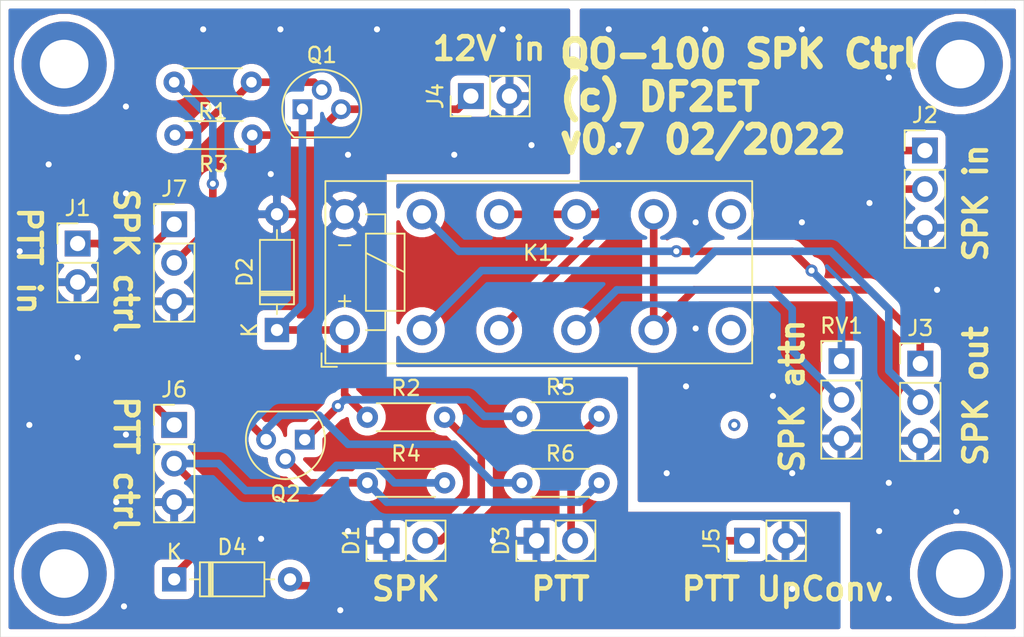
<source format=kicad_pcb>
(kicad_pcb (version 20171130) (host pcbnew 5.99.0+really5.1.10+dfsg1-1)

  (general
    (thickness 1.6)
    (drawings 19)
    (tracks 150)
    (zones 0)
    (modules 25)
    (nets 22)
  )

  (page A4)
  (title_block
    (title QO100_SPK_ctrl)
    (date 2022-02-07)
    (rev v0.7)
    (company DF2ET)
  )

  (layers
    (0 F.Cu signal)
    (31 B.Cu signal)
    (32 B.Adhes user)
    (33 F.Adhes user)
    (34 B.Paste user)
    (35 F.Paste user)
    (36 B.SilkS user)
    (37 F.SilkS user)
    (38 B.Mask user)
    (39 F.Mask user)
    (40 Dwgs.User user)
    (41 Cmts.User user)
    (42 Eco1.User user)
    (43 Eco2.User user)
    (44 Edge.Cuts user)
    (45 Margin user)
    (46 B.CrtYd user)
    (47 F.CrtYd user)
    (48 B.Fab user)
    (49 F.Fab user)
  )

  (setup
    (last_trace_width 0.25)
    (user_trace_width 0.25)
    (user_trace_width 0.5)
    (trace_clearance 0.2)
    (zone_clearance 0.508)
    (zone_45_only no)
    (trace_min 0.2)
    (via_size 0.8)
    (via_drill 0.4)
    (via_min_size 0.4)
    (via_min_drill 0.3)
    (uvia_size 0.3)
    (uvia_drill 0.1)
    (uvias_allowed no)
    (uvia_min_size 0.2)
    (uvia_min_drill 0.1)
    (edge_width 0.05)
    (segment_width 0.2)
    (pcb_text_width 0.3)
    (pcb_text_size 1.5 1.5)
    (mod_edge_width 0.12)
    (mod_text_size 1 1)
    (mod_text_width 0.15)
    (pad_size 5 5)
    (pad_drill 3.2)
    (pad_to_mask_clearance 0)
    (aux_axis_origin 0 0)
    (visible_elements FFFFFF7F)
    (pcbplotparams
      (layerselection 0x010fc_ffffffff)
      (usegerberextensions true)
      (usegerberattributes true)
      (usegerberadvancedattributes true)
      (creategerberjobfile true)
      (excludeedgelayer true)
      (linewidth 0.100000)
      (plotframeref false)
      (viasonmask false)
      (mode 1)
      (useauxorigin false)
      (hpglpennumber 1)
      (hpglpenspeed 20)
      (hpglpendiameter 15.000000)
      (psnegative false)
      (psa4output false)
      (plotreference true)
      (plotvalue true)
      (plotinvisibletext false)
      (padsonsilk false)
      (subtractmaskfromsilk false)
      (outputformat 1)
      (mirror false)
      (drillshape 0)
      (scaleselection 1)
      (outputdirectory "gerber/"))
  )

  (net 0 "")
  (net 1 "Net-(D1-Pad2)")
  (net 2 GND)
  (net 3 "Net-(D2-Pad1)")
  (net 4 "Net-(D3-Pad2)")
  (net 5 "Net-(J2-Pad2)")
  (net 6 GND1)
  (net 7 "Net-(J3-Pad2)")
  (net 8 "Net-(J4-Pad1)")
  (net 9 "Net-(J7-Pad2)")
  (net 10 "Net-(K1-Pad4)")
  (net 11 "Net-(K1-Pad6)")
  (net 12 "Net-(K1-Pad7)")
  (net 13 "Net-(K1-Pad11)")
  (net 14 "Net-(Q2-Pad1)")
  (net 15 "Net-(Q2-Pad2)")
  (net 16 "Net-(Q1-Pad2)")
  (net 17 "Net-(J1-Pad1)")
  (net 18 "Net-(J2-Pad1)")
  (net 19 "Net-(J3-Pad1)")
  (net 20 "Net-(D4-Pad1)")
  (net 21 "Net-(D4-Pad2)")

  (net_class Default "This is the default net class."
    (clearance 0.2)
    (trace_width 0.25)
    (via_dia 0.8)
    (via_drill 0.4)
    (uvia_dia 0.3)
    (uvia_drill 0.1)
    (add_net GND)
    (add_net GND1)
    (add_net "Net-(D1-Pad2)")
    (add_net "Net-(D2-Pad1)")
    (add_net "Net-(D3-Pad2)")
    (add_net "Net-(D4-Pad1)")
    (add_net "Net-(D4-Pad2)")
    (add_net "Net-(J1-Pad1)")
    (add_net "Net-(J2-Pad1)")
    (add_net "Net-(J2-Pad2)")
    (add_net "Net-(J3-Pad1)")
    (add_net "Net-(J3-Pad2)")
    (add_net "Net-(J4-Pad1)")
    (add_net "Net-(J7-Pad2)")
    (add_net "Net-(K1-Pad11)")
    (add_net "Net-(K1-Pad4)")
    (add_net "Net-(K1-Pad6)")
    (add_net "Net-(K1-Pad7)")
    (add_net "Net-(Q1-Pad2)")
    (add_net "Net-(Q2-Pad1)")
    (add_net "Net-(Q2-Pad2)")
  )

  (net_class 0.5 ""
    (clearance 0.2)
    (trace_width 0.5)
    (via_dia 0.8)
    (via_drill 0.4)
    (uvia_dia 0.3)
    (uvia_drill 0.1)
  )

  (module MountingHole:MountingHole_3.2mm_M3_DIN965_Pad (layer F.Cu) (tedit 56D1B4CB) (tstamp 6201A2B4)
    (at 41.021 72.009)
    (descr "Mounting Hole 3.2mm, M3, DIN965")
    (tags "mounting hole 3.2mm m3 din965")
    (attr virtual)
    (fp_text reference REF** (at 0 -3.8) (layer F.SilkS) hide
      (effects (font (size 1 1) (thickness 0.15)))
    )
    (fp_text value MountingHole_3.2mm_M3_DIN965_Pad (at 0 3.8) (layer F.Fab) hide
      (effects (font (size 1 1) (thickness 0.15)))
    )
    (fp_circle (center 0 0) (end 3.05 0) (layer F.CrtYd) (width 0.05))
    (fp_circle (center 0 0) (end 2.8 0) (layer Cmts.User) (width 0.15))
    (fp_text user %R (at 0.3 0) (layer F.Fab)
      (effects (font (size 1 1) (thickness 0.15)))
    )
    (pad 1 thru_hole circle (at 0 0) (size 5.6 5.6) (drill 3.2) (layers *.Cu *.Mask))
  )

  (module MountingHole:MountingHole_3.2mm_M3_DIN965_Pad (layer F.Cu) (tedit 56D1B4CB) (tstamp 6201A29E)
    (at 99.949 72.009)
    (descr "Mounting Hole 3.2mm, M3, DIN965")
    (tags "mounting hole 3.2mm m3 din965")
    (attr virtual)
    (fp_text reference REF** (at 0 -3.8) (layer F.SilkS) hide
      (effects (font (size 1 1) (thickness 0.15)))
    )
    (fp_text value MountingHole_3.2mm_M3_DIN965_Pad (at 0 3.8) (layer F.Fab) hide
      (effects (font (size 1 1) (thickness 0.15)))
    )
    (fp_circle (center 0 0) (end 2.8 0) (layer Cmts.User) (width 0.15))
    (fp_circle (center 0 0) (end 3.05 0) (layer F.CrtYd) (width 0.05))
    (fp_text user %R (at 0.3 0) (layer F.Fab)
      (effects (font (size 1 1) (thickness 0.15)))
    )
    (pad 1 thru_hole circle (at 0 0) (size 5.6 5.6) (drill 3.2) (layers *.Cu *.Mask))
  )

  (module MountingHole:MountingHole_3.2mm_M3_DIN965_Pad (layer F.Cu) (tedit 56D1B4CB) (tstamp 6201A1C5)
    (at 99.949 38.481)
    (descr "Mounting Hole 3.2mm, M3, DIN965")
    (tags "mounting hole 3.2mm m3 din965")
    (attr virtual)
    (fp_text reference REF** (at 0 -3.8) (layer F.SilkS) hide
      (effects (font (size 1 1) (thickness 0.15)))
    )
    (fp_text value MountingHole_3.2mm_M3_DIN965_Pad (at 0 3.8) (layer F.Fab) hide
      (effects (font (size 1 1) (thickness 0.15)))
    )
    (fp_circle (center 0 0) (end 3.05 0) (layer F.CrtYd) (width 0.05))
    (fp_circle (center 0 0) (end 2.8 0) (layer Cmts.User) (width 0.15))
    (fp_text user %R (at 0.3 0) (layer F.Fab)
      (effects (font (size 1 1) (thickness 0.15)))
    )
    (pad 1 thru_hole circle (at 0 0) (size 5.6 5.6) (drill 3.2) (layers *.Cu *.Mask))
  )

  (module MountingHole:MountingHole_3.2mm_M3_DIN965_Pad (layer F.Cu) (tedit 56D1B4CB) (tstamp 6201A0F0)
    (at 41.021 38.481)
    (descr "Mounting Hole 3.2mm, M3, DIN965")
    (tags "mounting hole 3.2mm m3 din965")
    (attr virtual)
    (fp_text reference REF** (at 0 -3.8) (layer F.SilkS) hide
      (effects (font (size 1 1) (thickness 0.15)))
    )
    (fp_text value MountingHole_3.2mm_M3_DIN965_Pad (at 0 3.8) (layer F.Fab) hide
      (effects (font (size 1 1) (thickness 0.15)))
    )
    (fp_circle (center 0 0) (end 2.8 0) (layer Cmts.User) (width 0.15))
    (fp_circle (center 0 0) (end 3.05 0) (layer F.CrtYd) (width 0.05))
    (fp_text user %R (at 0.3 0) (layer F.Fab)
      (effects (font (size 1 1) (thickness 0.15)))
    )
    (pad 1 thru_hole circle (at 0 0) (size 5.6 5.6) (drill 3.2) (layers *.Cu *.Mask))
  )

  (module QO100_SPK_ctrl:Relay_SDS_S2 (layer F.Cu) (tedit 6187CB23) (tstamp 61886847)
    (at 59.470601 55.990801)
    (path /618BAD16)
    (fp_text reference K1 (at 12.7 -5.08) (layer F.SilkS)
      (effects (font (size 1 1) (thickness 0.15)))
    )
    (fp_text value SDS_S2 (at 12.792399 -2.904801) (layer F.Fab)
      (effects (font (size 1 1) (thickness 0.15)))
    )
    (fp_line (start -1.524 2.413) (end -0.508 2.413) (layer F.SilkS) (width 0.12))
    (fp_line (start -1.524 1.524) (end -1.524 2.413) (layer F.SilkS) (width 0.12))
    (fp_line (start 26.797 -9.81) (end 26.797 2.19) (layer F.SilkS) (width 0.12))
    (fp_line (start -1.27 2.19) (end 26.73 2.19) (layer F.SilkS) (width 0.12))
    (fp_line (start -1.27 -9.77) (end -1.27 2.19) (layer F.SilkS) (width 0.12))
    (fp_line (start -1.27 -9.81) (end 26.73 -9.81) (layer F.SilkS) (width 0.12))
    (fp_line (start 0 -6.35) (end 0 -1.27) (layer F.Fab) (width 0.12))
    (fp_line (start 1.397 -7.62) (end 2.667 -7.62) (layer F.SilkS) (width 0.12))
    (fp_line (start 2.667 0) (end 1.397 0) (layer F.SilkS) (width 0.12))
    (fp_line (start 3.937 -1.27) (end 1.397 -1.27) (layer F.SilkS) (width 0.12))
    (fp_line (start 1.397 -5.08) (end 3.937 -3.81) (layer F.SilkS) (width 0.12))
    (fp_line (start 3.937 -6.35) (end 3.937 -1.27) (layer F.SilkS) (width 0.12))
    (fp_line (start 1.397 -1.27) (end 1.397 -6.35) (layer F.SilkS) (width 0.12))
    (fp_line (start 2.667 -7.62) (end 2.667 -6.35) (layer F.SilkS) (width 0.12))
    (fp_line (start 2.667 -1.27) (end 2.667 0) (layer F.SilkS) (width 0.12))
    (fp_line (start 2.667 -6.35) (end 3.937 -6.35) (layer F.SilkS) (width 0.12))
    (fp_line (start 1.397 -6.35) (end 2.667 -6.35) (layer F.SilkS) (width 0.12))
    (fp_line (start -0.381 -5.588) (end 0.381 -5.588) (layer F.SilkS) (width 0.12))
    (fp_line (start 0 -2.286) (end 0 -1.524) (layer F.SilkS) (width 0.12))
    (fp_line (start -0.381 -1.905) (end 0.381 -1.905) (layer F.SilkS) (width 0.12))
    (fp_line (start -1.651 -10.16) (end -1.651 2.54) (layer F.CrtYd) (width 0.12))
    (fp_line (start -1.651 2.54) (end 27.051 2.54) (layer F.CrtYd) (width 0.12))
    (fp_line (start 27.051 2.54) (end 27.051 -10.16) (layer F.CrtYd) (width 0.12))
    (fp_line (start 27.051 -10.16) (end -1.651 -10.16) (layer F.CrtYd) (width 0.12))
    (pad 1 thru_hole circle (at 0 0) (size 2 2) (drill 1.2) (layers *.Cu *.Mask)
      (net 3 "Net-(D2-Pad1)"))
    (pad 2 thru_hole circle (at 5.08 0) (size 2 2) (drill 1.2) (layers *.Cu *.Mask)
      (net 7 "Net-(J3-Pad2)"))
    (pad 3 thru_hole circle (at 10.16 0) (size 2 2) (drill 1.2) (layers *.Cu *.Mask)
      (net 5 "Net-(J2-Pad2)"))
    (pad 4 thru_hole circle (at 15.24 0) (size 2 2) (drill 1.2) (layers *.Cu *.Mask)
      (net 10 "Net-(K1-Pad4)"))
    (pad 5 thru_hole circle (at 20.32 0) (size 2 2) (drill 1.2) (layers *.Cu *.Mask)
      (net 19 "Net-(J3-Pad1)"))
    (pad 6 thru_hole circle (at 25.4 0) (size 2 2) (drill 1.2) (layers *.Cu *.Mask)
      (net 11 "Net-(K1-Pad6)"))
    (pad 7 thru_hole circle (at 25.4 -7.62) (size 2 2) (drill 1.2) (layers *.Cu *.Mask)
      (net 12 "Net-(K1-Pad7)"))
    (pad 8 thru_hole circle (at 20.32 -7.62) (size 2 2) (drill 1.2) (layers *.Cu *.Mask)
      (net 19 "Net-(J3-Pad1)"))
    (pad 9 thru_hole circle (at 15.24 -7.62) (size 2 2) (drill 1.2) (layers *.Cu *.Mask)
      (net 18 "Net-(J2-Pad1)"))
    (pad 10 thru_hole circle (at 10.16 -7.62) (size 2 2) (drill 1.2) (layers *.Cu *.Mask)
      (net 18 "Net-(J2-Pad1)"))
    (pad 11 thru_hole circle (at 5.08 -7.62) (size 2 2) (drill 1.2) (layers *.Cu *.Mask)
      (net 13 "Net-(K1-Pad11)"))
    (pad 12 thru_hole circle (at 0 -7.62) (size 2 2) (drill 1.2) (layers *.Cu *.Mask)
      (net 2 GND))
  )

  (module Connector_PinHeader_2.54mm:PinHeader_1x02_P2.54mm_Vertical (layer F.Cu) (tedit 59FED5CC) (tstamp 6188674C)
    (at 62.23 69.85 90)
    (descr "Through hole straight pin header, 1x02, 2.54mm pitch, single row")
    (tags "Through hole pin header THT 1x02 2.54mm single row")
    (path /6184F248)
    (fp_text reference D1 (at 0 -2.33 90) (layer F.SilkS)
      (effects (font (size 1 1) (thickness 0.15)))
    )
    (fp_text value "SPK off" (at 0 4.87 90) (layer F.Fab)
      (effects (font (size 1 1) (thickness 0.15)))
    )
    (fp_line (start -0.635 -1.27) (end 1.27 -1.27) (layer F.Fab) (width 0.1))
    (fp_line (start 1.27 -1.27) (end 1.27 3.81) (layer F.Fab) (width 0.1))
    (fp_line (start 1.27 3.81) (end -1.27 3.81) (layer F.Fab) (width 0.1))
    (fp_line (start -1.27 3.81) (end -1.27 -0.635) (layer F.Fab) (width 0.1))
    (fp_line (start -1.27 -0.635) (end -0.635 -1.27) (layer F.Fab) (width 0.1))
    (fp_line (start -1.33 3.87) (end 1.33 3.87) (layer F.SilkS) (width 0.12))
    (fp_line (start -1.33 1.27) (end -1.33 3.87) (layer F.SilkS) (width 0.12))
    (fp_line (start 1.33 1.27) (end 1.33 3.87) (layer F.SilkS) (width 0.12))
    (fp_line (start -1.33 1.27) (end 1.33 1.27) (layer F.SilkS) (width 0.12))
    (fp_line (start -1.33 0) (end -1.33 -1.33) (layer F.SilkS) (width 0.12))
    (fp_line (start -1.33 -1.33) (end 0 -1.33) (layer F.SilkS) (width 0.12))
    (fp_line (start -1.8 -1.8) (end -1.8 4.35) (layer F.CrtYd) (width 0.05))
    (fp_line (start -1.8 4.35) (end 1.8 4.35) (layer F.CrtYd) (width 0.05))
    (fp_line (start 1.8 4.35) (end 1.8 -1.8) (layer F.CrtYd) (width 0.05))
    (fp_line (start 1.8 -1.8) (end -1.8 -1.8) (layer F.CrtYd) (width 0.05))
    (fp_text user %R (at 0 1.27) (layer F.Fab)
      (effects (font (size 1 1) (thickness 0.15)))
    )
    (pad 2 thru_hole oval (at 0 2.54 90) (size 1.7 1.7) (drill 1) (layers *.Cu *.Mask)
      (net 1 "Net-(D1-Pad2)"))
    (pad 1 thru_hole rect (at 0 0 90) (size 1.7 1.7) (drill 1) (layers *.Cu *.Mask)
      (net 2 GND))
    (model ${KISYS3DMOD}/Connector_PinHeader_2.54mm.3dshapes/PinHeader_1x02_P2.54mm_Vertical.wrl
      (at (xyz 0 0 0))
      (scale (xyz 1 1 1))
      (rotate (xyz 0 0 0))
    )
  )

  (module Diode_THT:D_DO-35_SOD27_P7.62mm_Horizontal (layer F.Cu) (tedit 5AE50CD5) (tstamp 6187D5EC)
    (at 55.0164 55.9816 90)
    (descr "Diode, DO-35_SOD27 series, Axial, Horizontal, pin pitch=7.62mm, , length*diameter=4*2mm^2, , http://www.diodes.com/_files/packages/DO-35.pdf")
    (tags "Diode DO-35_SOD27 series Axial Horizontal pin pitch 7.62mm  length 4mm diameter 2mm")
    (path /6185B2E4)
    (fp_text reference D2 (at 3.81 -2.12 90) (layer F.SilkS)
      (effects (font (size 1 1) (thickness 0.15)))
    )
    (fp_text value 1N4148 (at 3.81 2.12 90) (layer F.Fab)
      (effects (font (size 1 1) (thickness 0.15)))
    )
    (fp_line (start 8.67 -1.25) (end -1.05 -1.25) (layer F.CrtYd) (width 0.05))
    (fp_line (start 8.67 1.25) (end 8.67 -1.25) (layer F.CrtYd) (width 0.05))
    (fp_line (start -1.05 1.25) (end 8.67 1.25) (layer F.CrtYd) (width 0.05))
    (fp_line (start -1.05 -1.25) (end -1.05 1.25) (layer F.CrtYd) (width 0.05))
    (fp_line (start 2.29 -1.12) (end 2.29 1.12) (layer F.SilkS) (width 0.12))
    (fp_line (start 2.53 -1.12) (end 2.53 1.12) (layer F.SilkS) (width 0.12))
    (fp_line (start 2.41 -1.12) (end 2.41 1.12) (layer F.SilkS) (width 0.12))
    (fp_line (start 6.58 0) (end 5.93 0) (layer F.SilkS) (width 0.12))
    (fp_line (start 1.04 0) (end 1.69 0) (layer F.SilkS) (width 0.12))
    (fp_line (start 5.93 -1.12) (end 1.69 -1.12) (layer F.SilkS) (width 0.12))
    (fp_line (start 5.93 1.12) (end 5.93 -1.12) (layer F.SilkS) (width 0.12))
    (fp_line (start 1.69 1.12) (end 5.93 1.12) (layer F.SilkS) (width 0.12))
    (fp_line (start 1.69 -1.12) (end 1.69 1.12) (layer F.SilkS) (width 0.12))
    (fp_line (start 2.31 -1) (end 2.31 1) (layer F.Fab) (width 0.1))
    (fp_line (start 2.51 -1) (end 2.51 1) (layer F.Fab) (width 0.1))
    (fp_line (start 2.41 -1) (end 2.41 1) (layer F.Fab) (width 0.1))
    (fp_line (start 7.62 0) (end 5.81 0) (layer F.Fab) (width 0.1))
    (fp_line (start 0 0) (end 1.81 0) (layer F.Fab) (width 0.1))
    (fp_line (start 5.81 -1) (end 1.81 -1) (layer F.Fab) (width 0.1))
    (fp_line (start 5.81 1) (end 5.81 -1) (layer F.Fab) (width 0.1))
    (fp_line (start 1.81 1) (end 5.81 1) (layer F.Fab) (width 0.1))
    (fp_line (start 1.81 -1) (end 1.81 1) (layer F.Fab) (width 0.1))
    (fp_text user %R (at 4.11 0 90) (layer F.Fab)
      (effects (font (size 0.8 0.8) (thickness 0.12)))
    )
    (fp_text user K (at 0 -1.8 90) (layer F.Fab)
      (effects (font (size 1 1) (thickness 0.15)))
    )
    (fp_text user K (at 0 -1.8 90) (layer F.SilkS)
      (effects (font (size 1 1) (thickness 0.15)))
    )
    (pad 1 thru_hole rect (at 0 0 90) (size 1.6 1.6) (drill 0.8) (layers *.Cu *.Mask)
      (net 3 "Net-(D2-Pad1)"))
    (pad 2 thru_hole oval (at 7.62 0 90) (size 1.6 1.6) (drill 0.8) (layers *.Cu *.Mask)
      (net 2 GND))
    (model ${KISYS3DMOD}/Diode_THT.3dshapes/D_DO-35_SOD27_P7.62mm_Horizontal.wrl
      (at (xyz 0 0 0))
      (scale (xyz 1 1 1))
      (rotate (xyz 0 0 0))
    )
  )

  (module Connector_PinHeader_2.54mm:PinHeader_1x02_P2.54mm_Vertical (layer F.Cu) (tedit 59FED5CC) (tstamp 61886781)
    (at 72.0852 69.85 90)
    (descr "Through hole straight pin header, 1x02, 2.54mm pitch, single row")
    (tags "Through hole pin header THT 1x02 2.54mm single row")
    (path /618B4E65)
    (fp_text reference D3 (at 0 -2.33 90) (layer F.SilkS)
      (effects (font (size 1 1) (thickness 0.15)))
    )
    (fp_text value PTT (at 0 4.87 90) (layer F.Fab)
      (effects (font (size 1 1) (thickness 0.15)))
    )
    (fp_line (start 1.8 -1.8) (end -1.8 -1.8) (layer F.CrtYd) (width 0.05))
    (fp_line (start 1.8 4.35) (end 1.8 -1.8) (layer F.CrtYd) (width 0.05))
    (fp_line (start -1.8 4.35) (end 1.8 4.35) (layer F.CrtYd) (width 0.05))
    (fp_line (start -1.8 -1.8) (end -1.8 4.35) (layer F.CrtYd) (width 0.05))
    (fp_line (start -1.33 -1.33) (end 0 -1.33) (layer F.SilkS) (width 0.12))
    (fp_line (start -1.33 0) (end -1.33 -1.33) (layer F.SilkS) (width 0.12))
    (fp_line (start -1.33 1.27) (end 1.33 1.27) (layer F.SilkS) (width 0.12))
    (fp_line (start 1.33 1.27) (end 1.33 3.87) (layer F.SilkS) (width 0.12))
    (fp_line (start -1.33 1.27) (end -1.33 3.87) (layer F.SilkS) (width 0.12))
    (fp_line (start -1.33 3.87) (end 1.33 3.87) (layer F.SilkS) (width 0.12))
    (fp_line (start -1.27 -0.635) (end -0.635 -1.27) (layer F.Fab) (width 0.1))
    (fp_line (start -1.27 3.81) (end -1.27 -0.635) (layer F.Fab) (width 0.1))
    (fp_line (start 1.27 3.81) (end -1.27 3.81) (layer F.Fab) (width 0.1))
    (fp_line (start 1.27 -1.27) (end 1.27 3.81) (layer F.Fab) (width 0.1))
    (fp_line (start -0.635 -1.27) (end 1.27 -1.27) (layer F.Fab) (width 0.1))
    (fp_text user %R (at 0 1.27) (layer F.Fab)
      (effects (font (size 1 1) (thickness 0.15)))
    )
    (pad 1 thru_hole rect (at 0 0 90) (size 1.7 1.7) (drill 1) (layers *.Cu *.Mask)
      (net 2 GND))
    (pad 2 thru_hole oval (at 0 2.54 90) (size 1.7 1.7) (drill 1) (layers *.Cu *.Mask)
      (net 4 "Net-(D3-Pad2)"))
    (model ${KISYS3DMOD}/Connector_PinHeader_2.54mm.3dshapes/PinHeader_1x02_P2.54mm_Vertical.wrl
      (at (xyz 0 0 0))
      (scale (xyz 1 1 1))
      (rotate (xyz 0 0 0))
    )
  )

  (module Connector_PinHeader_2.54mm:PinHeader_1x02_P2.54mm_Vertical (layer F.Cu) (tedit 59FED5CC) (tstamp 61886797)
    (at 41.91 50.292)
    (descr "Through hole straight pin header, 1x02, 2.54mm pitch, single row")
    (tags "Through hole pin header THT 1x02 2.54mm single row")
    (path /61833612)
    (fp_text reference J1 (at 0 -2.33) (layer F.SilkS)
      (effects (font (size 1 1) (thickness 0.15)))
    )
    (fp_text value "PTT in" (at 0 4.87) (layer F.Fab)
      (effects (font (size 1 1) (thickness 0.15)))
    )
    (fp_line (start 1.8 -1.8) (end -1.8 -1.8) (layer F.CrtYd) (width 0.05))
    (fp_line (start 1.8 4.35) (end 1.8 -1.8) (layer F.CrtYd) (width 0.05))
    (fp_line (start -1.8 4.35) (end 1.8 4.35) (layer F.CrtYd) (width 0.05))
    (fp_line (start -1.8 -1.8) (end -1.8 4.35) (layer F.CrtYd) (width 0.05))
    (fp_line (start -1.33 -1.33) (end 0 -1.33) (layer F.SilkS) (width 0.12))
    (fp_line (start -1.33 0) (end -1.33 -1.33) (layer F.SilkS) (width 0.12))
    (fp_line (start -1.33 1.27) (end 1.33 1.27) (layer F.SilkS) (width 0.12))
    (fp_line (start 1.33 1.27) (end 1.33 3.87) (layer F.SilkS) (width 0.12))
    (fp_line (start -1.33 1.27) (end -1.33 3.87) (layer F.SilkS) (width 0.12))
    (fp_line (start -1.33 3.87) (end 1.33 3.87) (layer F.SilkS) (width 0.12))
    (fp_line (start -1.27 -0.635) (end -0.635 -1.27) (layer F.Fab) (width 0.1))
    (fp_line (start -1.27 3.81) (end -1.27 -0.635) (layer F.Fab) (width 0.1))
    (fp_line (start 1.27 3.81) (end -1.27 3.81) (layer F.Fab) (width 0.1))
    (fp_line (start 1.27 -1.27) (end 1.27 3.81) (layer F.Fab) (width 0.1))
    (fp_line (start -0.635 -1.27) (end 1.27 -1.27) (layer F.Fab) (width 0.1))
    (fp_text user %R (at 0 1.27 90) (layer F.Fab)
      (effects (font (size 1 1) (thickness 0.15)))
    )
    (pad 1 thru_hole rect (at 0 0) (size 1.7 1.7) (drill 1) (layers *.Cu *.Mask)
      (net 17 "Net-(J1-Pad1)"))
    (pad 2 thru_hole oval (at 0 2.54) (size 1.7 1.7) (drill 1) (layers *.Cu *.Mask)
      (net 2 GND))
    (model ${KISYS3DMOD}/Connector_PinHeader_2.54mm.3dshapes/PinHeader_1x02_P2.54mm_Vertical.wrl
      (at (xyz 0 0 0))
      (scale (xyz 1 1 1))
      (rotate (xyz 0 0 0))
    )
  )

  (module Connector_PinHeader_2.54mm:PinHeader_1x03_P2.54mm_Vertical (layer F.Cu) (tedit 59FED5CC) (tstamp 618867AE)
    (at 97.6249 44.1706)
    (descr "Through hole straight pin header, 1x03, 2.54mm pitch, single row")
    (tags "Through hole pin header THT 1x03 2.54mm single row")
    (path /61855D9D)
    (fp_text reference J2 (at 0 -2.33) (layer F.SilkS)
      (effects (font (size 1 1) (thickness 0.15)))
    )
    (fp_text value "SPK in" (at 0 7.41) (layer F.Fab)
      (effects (font (size 1 1) (thickness 0.15)))
    )
    (fp_line (start -0.635 -1.27) (end 1.27 -1.27) (layer F.Fab) (width 0.1))
    (fp_line (start 1.27 -1.27) (end 1.27 6.35) (layer F.Fab) (width 0.1))
    (fp_line (start 1.27 6.35) (end -1.27 6.35) (layer F.Fab) (width 0.1))
    (fp_line (start -1.27 6.35) (end -1.27 -0.635) (layer F.Fab) (width 0.1))
    (fp_line (start -1.27 -0.635) (end -0.635 -1.27) (layer F.Fab) (width 0.1))
    (fp_line (start -1.33 6.41) (end 1.33 6.41) (layer F.SilkS) (width 0.12))
    (fp_line (start -1.33 1.27) (end -1.33 6.41) (layer F.SilkS) (width 0.12))
    (fp_line (start 1.33 1.27) (end 1.33 6.41) (layer F.SilkS) (width 0.12))
    (fp_line (start -1.33 1.27) (end 1.33 1.27) (layer F.SilkS) (width 0.12))
    (fp_line (start -1.33 0) (end -1.33 -1.33) (layer F.SilkS) (width 0.12))
    (fp_line (start -1.33 -1.33) (end 0 -1.33) (layer F.SilkS) (width 0.12))
    (fp_line (start -1.8 -1.8) (end -1.8 6.85) (layer F.CrtYd) (width 0.05))
    (fp_line (start -1.8 6.85) (end 1.8 6.85) (layer F.CrtYd) (width 0.05))
    (fp_line (start 1.8 6.85) (end 1.8 -1.8) (layer F.CrtYd) (width 0.05))
    (fp_line (start 1.8 -1.8) (end -1.8 -1.8) (layer F.CrtYd) (width 0.05))
    (fp_text user %R (at 0 2.54 90) (layer F.Fab)
      (effects (font (size 1 1) (thickness 0.15)))
    )
    (pad 3 thru_hole oval (at 0 5.08) (size 1.7 1.7) (drill 1) (layers *.Cu *.Mask)
      (net 6 GND1))
    (pad 2 thru_hole oval (at 0 2.54) (size 1.7 1.7) (drill 1) (layers *.Cu *.Mask)
      (net 5 "Net-(J2-Pad2)"))
    (pad 1 thru_hole rect (at 0 0) (size 1.7 1.7) (drill 1) (layers *.Cu *.Mask)
      (net 18 "Net-(J2-Pad1)"))
    (model ${KISYS3DMOD}/Connector_PinHeader_2.54mm.3dshapes/PinHeader_1x03_P2.54mm_Vertical.wrl
      (at (xyz 0 0 0))
      (scale (xyz 1 1 1))
      (rotate (xyz 0 0 0))
    )
  )

  (module Connector_PinHeader_2.54mm:PinHeader_1x03_P2.54mm_Vertical (layer F.Cu) (tedit 59FED5CC) (tstamp 618867C5)
    (at 97.3201 58.1914)
    (descr "Through hole straight pin header, 1x03, 2.54mm pitch, single row")
    (tags "Through hole pin header THT 1x03 2.54mm single row")
    (path /618570B8)
    (fp_text reference J3 (at 0 -2.33) (layer F.SilkS)
      (effects (font (size 1 1) (thickness 0.15)))
    )
    (fp_text value "SPK out" (at 0 7.41) (layer F.Fab)
      (effects (font (size 1 1) (thickness 0.15)))
    )
    (fp_line (start 1.8 -1.8) (end -1.8 -1.8) (layer F.CrtYd) (width 0.05))
    (fp_line (start 1.8 6.85) (end 1.8 -1.8) (layer F.CrtYd) (width 0.05))
    (fp_line (start -1.8 6.85) (end 1.8 6.85) (layer F.CrtYd) (width 0.05))
    (fp_line (start -1.8 -1.8) (end -1.8 6.85) (layer F.CrtYd) (width 0.05))
    (fp_line (start -1.33 -1.33) (end 0 -1.33) (layer F.SilkS) (width 0.12))
    (fp_line (start -1.33 0) (end -1.33 -1.33) (layer F.SilkS) (width 0.12))
    (fp_line (start -1.33 1.27) (end 1.33 1.27) (layer F.SilkS) (width 0.12))
    (fp_line (start 1.33 1.27) (end 1.33 6.41) (layer F.SilkS) (width 0.12))
    (fp_line (start -1.33 1.27) (end -1.33 6.41) (layer F.SilkS) (width 0.12))
    (fp_line (start -1.33 6.41) (end 1.33 6.41) (layer F.SilkS) (width 0.12))
    (fp_line (start -1.27 -0.635) (end -0.635 -1.27) (layer F.Fab) (width 0.1))
    (fp_line (start -1.27 6.35) (end -1.27 -0.635) (layer F.Fab) (width 0.1))
    (fp_line (start 1.27 6.35) (end -1.27 6.35) (layer F.Fab) (width 0.1))
    (fp_line (start 1.27 -1.27) (end 1.27 6.35) (layer F.Fab) (width 0.1))
    (fp_line (start -0.635 -1.27) (end 1.27 -1.27) (layer F.Fab) (width 0.1))
    (fp_text user %R (at 0 2.54 90) (layer F.Fab)
      (effects (font (size 1 1) (thickness 0.15)))
    )
    (pad 1 thru_hole rect (at 0 0) (size 1.7 1.7) (drill 1) (layers *.Cu *.Mask)
      (net 19 "Net-(J3-Pad1)"))
    (pad 2 thru_hole oval (at 0 2.54) (size 1.7 1.7) (drill 1) (layers *.Cu *.Mask)
      (net 7 "Net-(J3-Pad2)"))
    (pad 3 thru_hole oval (at 0 5.08) (size 1.7 1.7) (drill 1) (layers *.Cu *.Mask)
      (net 6 GND1))
    (model ${KISYS3DMOD}/Connector_PinHeader_2.54mm.3dshapes/PinHeader_1x03_P2.54mm_Vertical.wrl
      (at (xyz 0 0 0))
      (scale (xyz 1 1 1))
      (rotate (xyz 0 0 0))
    )
  )

  (module Connector_PinHeader_2.54mm:PinHeader_1x02_P2.54mm_Vertical (layer F.Cu) (tedit 59FED5CC) (tstamp 618867DB)
    (at 67.7672 40.5892 90)
    (descr "Through hole straight pin header, 1x02, 2.54mm pitch, single row")
    (tags "Through hole pin header THT 1x02 2.54mm single row")
    (path /618641FA)
    (fp_text reference J4 (at 0 -2.33 90) (layer F.SilkS)
      (effects (font (size 1 1) (thickness 0.15)))
    )
    (fp_text value "12V in" (at 0 4.87 90) (layer F.Fab)
      (effects (font (size 1 1) (thickness 0.15)))
    )
    (fp_line (start 1.8 -1.8) (end -1.8 -1.8) (layer F.CrtYd) (width 0.05))
    (fp_line (start 1.8 4.35) (end 1.8 -1.8) (layer F.CrtYd) (width 0.05))
    (fp_line (start -1.8 4.35) (end 1.8 4.35) (layer F.CrtYd) (width 0.05))
    (fp_line (start -1.8 -1.8) (end -1.8 4.35) (layer F.CrtYd) (width 0.05))
    (fp_line (start -1.33 -1.33) (end 0 -1.33) (layer F.SilkS) (width 0.12))
    (fp_line (start -1.33 0) (end -1.33 -1.33) (layer F.SilkS) (width 0.12))
    (fp_line (start -1.33 1.27) (end 1.33 1.27) (layer F.SilkS) (width 0.12))
    (fp_line (start 1.33 1.27) (end 1.33 3.87) (layer F.SilkS) (width 0.12))
    (fp_line (start -1.33 1.27) (end -1.33 3.87) (layer F.SilkS) (width 0.12))
    (fp_line (start -1.33 3.87) (end 1.33 3.87) (layer F.SilkS) (width 0.12))
    (fp_line (start -1.27 -0.635) (end -0.635 -1.27) (layer F.Fab) (width 0.1))
    (fp_line (start -1.27 3.81) (end -1.27 -0.635) (layer F.Fab) (width 0.1))
    (fp_line (start 1.27 3.81) (end -1.27 3.81) (layer F.Fab) (width 0.1))
    (fp_line (start 1.27 -1.27) (end 1.27 3.81) (layer F.Fab) (width 0.1))
    (fp_line (start -0.635 -1.27) (end 1.27 -1.27) (layer F.Fab) (width 0.1))
    (fp_text user %R (at 0 1.27) (layer F.Fab)
      (effects (font (size 1 1) (thickness 0.15)))
    )
    (pad 1 thru_hole rect (at 0 0 90) (size 1.7 1.7) (drill 1) (layers *.Cu *.Mask)
      (net 8 "Net-(J4-Pad1)"))
    (pad 2 thru_hole oval (at 0 2.54 90) (size 1.7 1.7) (drill 1) (layers *.Cu *.Mask)
      (net 2 GND))
    (model ${KISYS3DMOD}/Connector_PinHeader_2.54mm.3dshapes/PinHeader_1x02_P2.54mm_Vertical.wrl
      (at (xyz 0 0 0))
      (scale (xyz 1 1 1))
      (rotate (xyz 0 0 0))
    )
  )

  (module Connector_PinHeader_2.54mm:PinHeader_1x02_P2.54mm_Vertical (layer F.Cu) (tedit 59FED5CC) (tstamp 618867F1)
    (at 85.9282 69.85 90)
    (descr "Through hole straight pin header, 1x02, 2.54mm pitch, single row")
    (tags "Through hole pin header THT 1x02 2.54mm single row")
    (path /61876729)
    (fp_text reference J5 (at 0 -2.33 90) (layer F.SilkS)
      (effects (font (size 1 1) (thickness 0.15)))
    )
    (fp_text value "PTT UpConv" (at 0 4.87 90) (layer F.Fab)
      (effects (font (size 1 1) (thickness 0.15)))
    )
    (fp_line (start -0.635 -1.27) (end 1.27 -1.27) (layer F.Fab) (width 0.1))
    (fp_line (start 1.27 -1.27) (end 1.27 3.81) (layer F.Fab) (width 0.1))
    (fp_line (start 1.27 3.81) (end -1.27 3.81) (layer F.Fab) (width 0.1))
    (fp_line (start -1.27 3.81) (end -1.27 -0.635) (layer F.Fab) (width 0.1))
    (fp_line (start -1.27 -0.635) (end -0.635 -1.27) (layer F.Fab) (width 0.1))
    (fp_line (start -1.33 3.87) (end 1.33 3.87) (layer F.SilkS) (width 0.12))
    (fp_line (start -1.33 1.27) (end -1.33 3.87) (layer F.SilkS) (width 0.12))
    (fp_line (start 1.33 1.27) (end 1.33 3.87) (layer F.SilkS) (width 0.12))
    (fp_line (start -1.33 1.27) (end 1.33 1.27) (layer F.SilkS) (width 0.12))
    (fp_line (start -1.33 0) (end -1.33 -1.33) (layer F.SilkS) (width 0.12))
    (fp_line (start -1.33 -1.33) (end 0 -1.33) (layer F.SilkS) (width 0.12))
    (fp_line (start -1.8 -1.8) (end -1.8 4.35) (layer F.CrtYd) (width 0.05))
    (fp_line (start -1.8 4.35) (end 1.8 4.35) (layer F.CrtYd) (width 0.05))
    (fp_line (start 1.8 4.35) (end 1.8 -1.8) (layer F.CrtYd) (width 0.05))
    (fp_line (start 1.8 -1.8) (end -1.8 -1.8) (layer F.CrtYd) (width 0.05))
    (fp_text user %R (at 0 1.27) (layer F.Fab)
      (effects (font (size 1 1) (thickness 0.15)))
    )
    (pad 2 thru_hole oval (at 0 2.54 90) (size 1.7 1.7) (drill 1) (layers *.Cu *.Mask)
      (net 2 GND))
    (pad 1 thru_hole rect (at 0 0 90) (size 1.7 1.7) (drill 1) (layers *.Cu *.Mask)
      (net 21 "Net-(D4-Pad2)"))
    (model ${KISYS3DMOD}/Connector_PinHeader_2.54mm.3dshapes/PinHeader_1x02_P2.54mm_Vertical.wrl
      (at (xyz 0 0 0))
      (scale (xyz 1 1 1))
      (rotate (xyz 0 0 0))
    )
  )

  (module Connector_PinHeader_2.54mm:PinHeader_1x03_P2.54mm_Vertical (layer F.Cu) (tedit 59FED5CC) (tstamp 618804F1)
    (at 48.26 62.23)
    (descr "Through hole straight pin header, 1x03, 2.54mm pitch, single row")
    (tags "Through hole pin header THT 1x03 2.54mm single row")
    (path /618E2F5E)
    (fp_text reference J6 (at 0 -2.33) (layer F.SilkS)
      (effects (font (size 1 1) (thickness 0.15)))
    )
    (fp_text value "PTT ctrl" (at 0 7.41) (layer F.Fab)
      (effects (font (size 1 1) (thickness 0.15)))
    )
    (fp_line (start 1.8 -1.8) (end -1.8 -1.8) (layer F.CrtYd) (width 0.05))
    (fp_line (start 1.8 6.85) (end 1.8 -1.8) (layer F.CrtYd) (width 0.05))
    (fp_line (start -1.8 6.85) (end 1.8 6.85) (layer F.CrtYd) (width 0.05))
    (fp_line (start -1.8 -1.8) (end -1.8 6.85) (layer F.CrtYd) (width 0.05))
    (fp_line (start -1.33 -1.33) (end 0 -1.33) (layer F.SilkS) (width 0.12))
    (fp_line (start -1.33 0) (end -1.33 -1.33) (layer F.SilkS) (width 0.12))
    (fp_line (start -1.33 1.27) (end 1.33 1.27) (layer F.SilkS) (width 0.12))
    (fp_line (start 1.33 1.27) (end 1.33 6.41) (layer F.SilkS) (width 0.12))
    (fp_line (start -1.33 1.27) (end -1.33 6.41) (layer F.SilkS) (width 0.12))
    (fp_line (start -1.33 6.41) (end 1.33 6.41) (layer F.SilkS) (width 0.12))
    (fp_line (start -1.27 -0.635) (end -0.635 -1.27) (layer F.Fab) (width 0.1))
    (fp_line (start -1.27 6.35) (end -1.27 -0.635) (layer F.Fab) (width 0.1))
    (fp_line (start 1.27 6.35) (end -1.27 6.35) (layer F.Fab) (width 0.1))
    (fp_line (start 1.27 -1.27) (end 1.27 6.35) (layer F.Fab) (width 0.1))
    (fp_line (start -0.635 -1.27) (end 1.27 -1.27) (layer F.Fab) (width 0.1))
    (fp_text user %R (at 0 2.54 90) (layer F.Fab)
      (effects (font (size 1 1) (thickness 0.15)))
    )
    (pad 1 thru_hole rect (at 0 0) (size 1.7 1.7) (drill 1) (layers *.Cu *.Mask)
      (net 17 "Net-(J1-Pad1)"))
    (pad 2 thru_hole oval (at 0 2.54) (size 1.7 1.7) (drill 1) (layers *.Cu *.Mask)
      (net 20 "Net-(D4-Pad1)"))
    (pad 3 thru_hole oval (at 0 5.08) (size 1.7 1.7) (drill 1) (layers *.Cu *.Mask)
      (net 2 GND))
    (model ${KISYS3DMOD}/Connector_PinHeader_2.54mm.3dshapes/PinHeader_1x03_P2.54mm_Vertical.wrl
      (at (xyz 0 0 0))
      (scale (xyz 1 1 1))
      (rotate (xyz 0 0 0))
    )
  )

  (module Connector_PinHeader_2.54mm:PinHeader_1x03_P2.54mm_Vertical (layer F.Cu) (tedit 59FED5CC) (tstamp 6188681F)
    (at 48.26 49.022)
    (descr "Through hole straight pin header, 1x03, 2.54mm pitch, single row")
    (tags "Through hole pin header THT 1x03 2.54mm single row")
    (path /618E6A0A)
    (fp_text reference J7 (at 0 -2.33) (layer F.SilkS)
      (effects (font (size 1 1) (thickness 0.15)))
    )
    (fp_text value "SPK ctrl" (at 0 7.41) (layer F.Fab)
      (effects (font (size 1 1) (thickness 0.15)))
    )
    (fp_line (start -0.635 -1.27) (end 1.27 -1.27) (layer F.Fab) (width 0.1))
    (fp_line (start 1.27 -1.27) (end 1.27 6.35) (layer F.Fab) (width 0.1))
    (fp_line (start 1.27 6.35) (end -1.27 6.35) (layer F.Fab) (width 0.1))
    (fp_line (start -1.27 6.35) (end -1.27 -0.635) (layer F.Fab) (width 0.1))
    (fp_line (start -1.27 -0.635) (end -0.635 -1.27) (layer F.Fab) (width 0.1))
    (fp_line (start -1.33 6.41) (end 1.33 6.41) (layer F.SilkS) (width 0.12))
    (fp_line (start -1.33 1.27) (end -1.33 6.41) (layer F.SilkS) (width 0.12))
    (fp_line (start 1.33 1.27) (end 1.33 6.41) (layer F.SilkS) (width 0.12))
    (fp_line (start -1.33 1.27) (end 1.33 1.27) (layer F.SilkS) (width 0.12))
    (fp_line (start -1.33 0) (end -1.33 -1.33) (layer F.SilkS) (width 0.12))
    (fp_line (start -1.33 -1.33) (end 0 -1.33) (layer F.SilkS) (width 0.12))
    (fp_line (start -1.8 -1.8) (end -1.8 6.85) (layer F.CrtYd) (width 0.05))
    (fp_line (start -1.8 6.85) (end 1.8 6.85) (layer F.CrtYd) (width 0.05))
    (fp_line (start 1.8 6.85) (end 1.8 -1.8) (layer F.CrtYd) (width 0.05))
    (fp_line (start 1.8 -1.8) (end -1.8 -1.8) (layer F.CrtYd) (width 0.05))
    (fp_text user %R (at 0 2.54 90) (layer F.Fab)
      (effects (font (size 1 1) (thickness 0.15)))
    )
    (pad 3 thru_hole oval (at 0 5.08) (size 1.7 1.7) (drill 1) (layers *.Cu *.Mask)
      (net 2 GND))
    (pad 2 thru_hole oval (at 0 2.54) (size 1.7 1.7) (drill 1) (layers *.Cu *.Mask)
      (net 9 "Net-(J7-Pad2)"))
    (pad 1 thru_hole rect (at 0 0) (size 1.7 1.7) (drill 1) (layers *.Cu *.Mask)
      (net 17 "Net-(J1-Pad1)"))
    (model ${KISYS3DMOD}/Connector_PinHeader_2.54mm.3dshapes/PinHeader_1x03_P2.54mm_Vertical.wrl
      (at (xyz 0 0 0))
      (scale (xyz 1 1 1))
      (rotate (xyz 0 0 0))
    )
  )

  (module Resistor_THT:R_Axial_DIN0204_L3.6mm_D1.6mm_P5.08mm_Horizontal (layer F.Cu) (tedit 5AE5139B) (tstamp 6187D75C)
    (at 53.34 39.6748 180)
    (descr "Resistor, Axial_DIN0204 series, Axial, Horizontal, pin pitch=5.08mm, 0.167W, length*diameter=3.6*1.6mm^2, http://cdn-reichelt.de/documents/datenblatt/B400/1_4W%23YAG.pdf")
    (tags "Resistor Axial_DIN0204 series Axial Horizontal pin pitch 5.08mm 0.167W length 3.6mm diameter 1.6mm")
    (path /61830901)
    (fp_text reference R1 (at 2.54 -1.92) (layer F.SilkS)
      (effects (font (size 1 1) (thickness 0.15)))
    )
    (fp_text value 4k7 (at 2.54 1.92) (layer F.Fab)
      (effects (font (size 1 1) (thickness 0.15)))
    )
    (fp_line (start 6.03 -1.05) (end -0.95 -1.05) (layer F.CrtYd) (width 0.05))
    (fp_line (start 6.03 1.05) (end 6.03 -1.05) (layer F.CrtYd) (width 0.05))
    (fp_line (start -0.95 1.05) (end 6.03 1.05) (layer F.CrtYd) (width 0.05))
    (fp_line (start -0.95 -1.05) (end -0.95 1.05) (layer F.CrtYd) (width 0.05))
    (fp_line (start 0.62 0.92) (end 4.46 0.92) (layer F.SilkS) (width 0.12))
    (fp_line (start 0.62 -0.92) (end 4.46 -0.92) (layer F.SilkS) (width 0.12))
    (fp_line (start 5.08 0) (end 4.34 0) (layer F.Fab) (width 0.1))
    (fp_line (start 0 0) (end 0.74 0) (layer F.Fab) (width 0.1))
    (fp_line (start 4.34 -0.8) (end 0.74 -0.8) (layer F.Fab) (width 0.1))
    (fp_line (start 4.34 0.8) (end 4.34 -0.8) (layer F.Fab) (width 0.1))
    (fp_line (start 0.74 0.8) (end 4.34 0.8) (layer F.Fab) (width 0.1))
    (fp_line (start 0.74 -0.8) (end 0.74 0.8) (layer F.Fab) (width 0.1))
    (fp_text user %R (at 2.54 0) (layer F.Fab)
      (effects (font (size 0.72 0.72) (thickness 0.108)))
    )
    (pad 1 thru_hole circle (at 0 0 180) (size 1.4 1.4) (drill 0.7) (layers *.Cu *.Mask)
      (net 16 "Net-(Q1-Pad2)"))
    (pad 2 thru_hole oval (at 5.08 0 180) (size 1.4 1.4) (drill 0.7) (layers *.Cu *.Mask)
      (net 9 "Net-(J7-Pad2)"))
    (model ${KISYS3DMOD}/Resistor_THT.3dshapes/R_Axial_DIN0204_L3.6mm_D1.6mm_P5.08mm_Horizontal.wrl
      (at (xyz 0 0 0))
      (scale (xyz 1 1 1))
      (rotate (xyz 0 0 0))
    )
  )

  (module Resistor_THT:R_Axial_DIN0204_L3.6mm_D1.6mm_P5.08mm_Horizontal (layer F.Cu) (tedit 5AE5139B) (tstamp 61886891)
    (at 60.96 61.722)
    (descr "Resistor, Axial_DIN0204 series, Axial, Horizontal, pin pitch=5.08mm, 0.167W, length*diameter=3.6*1.6mm^2, http://cdn-reichelt.de/documents/datenblatt/B400/1_4W%23YAG.pdf")
    (tags "Resistor Axial_DIN0204 series Axial Horizontal pin pitch 5.08mm 0.167W length 3.6mm diameter 1.6mm")
    (path /6184FDE6)
    (fp_text reference R2 (at 2.54 -1.92) (layer F.SilkS)
      (effects (font (size 1 1) (thickness 0.15)))
    )
    (fp_text value 1k (at 2.54 1.92) (layer F.Fab)
      (effects (font (size 1 1) (thickness 0.15)))
    )
    (fp_line (start 0.74 -0.8) (end 0.74 0.8) (layer F.Fab) (width 0.1))
    (fp_line (start 0.74 0.8) (end 4.34 0.8) (layer F.Fab) (width 0.1))
    (fp_line (start 4.34 0.8) (end 4.34 -0.8) (layer F.Fab) (width 0.1))
    (fp_line (start 4.34 -0.8) (end 0.74 -0.8) (layer F.Fab) (width 0.1))
    (fp_line (start 0 0) (end 0.74 0) (layer F.Fab) (width 0.1))
    (fp_line (start 5.08 0) (end 4.34 0) (layer F.Fab) (width 0.1))
    (fp_line (start 0.62 -0.92) (end 4.46 -0.92) (layer F.SilkS) (width 0.12))
    (fp_line (start 0.62 0.92) (end 4.46 0.92) (layer F.SilkS) (width 0.12))
    (fp_line (start -0.95 -1.05) (end -0.95 1.05) (layer F.CrtYd) (width 0.05))
    (fp_line (start -0.95 1.05) (end 6.03 1.05) (layer F.CrtYd) (width 0.05))
    (fp_line (start 6.03 1.05) (end 6.03 -1.05) (layer F.CrtYd) (width 0.05))
    (fp_line (start 6.03 -1.05) (end -0.95 -1.05) (layer F.CrtYd) (width 0.05))
    (fp_text user %R (at 2.54 0) (layer F.Fab)
      (effects (font (size 0.72 0.72) (thickness 0.108)))
    )
    (pad 2 thru_hole oval (at 5.08 0) (size 1.4 1.4) (drill 0.7) (layers *.Cu *.Mask)
      (net 1 "Net-(D1-Pad2)"))
    (pad 1 thru_hole circle (at 0 0) (size 1.4 1.4) (drill 0.7) (layers *.Cu *.Mask)
      (net 3 "Net-(D2-Pad1)"))
    (model ${KISYS3DMOD}/Resistor_THT.3dshapes/R_Axial_DIN0204_L3.6mm_D1.6mm_P5.08mm_Horizontal.wrl
      (at (xyz 0 0 0))
      (scale (xyz 1 1 1))
      (rotate (xyz 0 0 0))
    )
  )

  (module Resistor_THT:R_Axial_DIN0204_L3.6mm_D1.6mm_P5.08mm_Horizontal (layer F.Cu) (tedit 5AE5139B) (tstamp 618868A4)
    (at 53.3908 43.1546 180)
    (descr "Resistor, Axial_DIN0204 series, Axial, Horizontal, pin pitch=5.08mm, 0.167W, length*diameter=3.6*1.6mm^2, http://cdn-reichelt.de/documents/datenblatt/B400/1_4W%23YAG.pdf")
    (tags "Resistor Axial_DIN0204 series Axial Horizontal pin pitch 5.08mm 0.167W length 3.6mm diameter 1.6mm")
    (path /61832277)
    (fp_text reference R3 (at 2.54 -1.92) (layer F.SilkS)
      (effects (font (size 1 1) (thickness 0.15)))
    )
    (fp_text value 10k (at 2.54 1.92) (layer F.Fab)
      (effects (font (size 1 1) (thickness 0.15)))
    )
    (fp_line (start 0.74 -0.8) (end 0.74 0.8) (layer F.Fab) (width 0.1))
    (fp_line (start 0.74 0.8) (end 4.34 0.8) (layer F.Fab) (width 0.1))
    (fp_line (start 4.34 0.8) (end 4.34 -0.8) (layer F.Fab) (width 0.1))
    (fp_line (start 4.34 -0.8) (end 0.74 -0.8) (layer F.Fab) (width 0.1))
    (fp_line (start 0 0) (end 0.74 0) (layer F.Fab) (width 0.1))
    (fp_line (start 5.08 0) (end 4.34 0) (layer F.Fab) (width 0.1))
    (fp_line (start 0.62 -0.92) (end 4.46 -0.92) (layer F.SilkS) (width 0.12))
    (fp_line (start 0.62 0.92) (end 4.46 0.92) (layer F.SilkS) (width 0.12))
    (fp_line (start -0.95 -1.05) (end -0.95 1.05) (layer F.CrtYd) (width 0.05))
    (fp_line (start -0.95 1.05) (end 6.03 1.05) (layer F.CrtYd) (width 0.05))
    (fp_line (start 6.03 1.05) (end 6.03 -1.05) (layer F.CrtYd) (width 0.05))
    (fp_line (start 6.03 -1.05) (end -0.95 -1.05) (layer F.CrtYd) (width 0.05))
    (fp_text user %R (at 2.527999 -0.046301) (layer F.Fab)
      (effects (font (size 0.72 0.72) (thickness 0.108)))
    )
    (pad 2 thru_hole oval (at 5.08 0 180) (size 1.4 1.4) (drill 0.7) (layers *.Cu *.Mask)
      (net 16 "Net-(Q1-Pad2)"))
    (pad 1 thru_hole circle (at 0 0 180) (size 1.4 1.4) (drill 0.7) (layers *.Cu *.Mask)
      (net 8 "Net-(J4-Pad1)"))
    (model ${KISYS3DMOD}/Resistor_THT.3dshapes/R_Axial_DIN0204_L3.6mm_D1.6mm_P5.08mm_Horizontal.wrl
      (at (xyz 0 0 0))
      (scale (xyz 1 1 1))
      (rotate (xyz 0 0 0))
    )
  )

  (module Resistor_THT:R_Axial_DIN0204_L3.6mm_D1.6mm_P5.08mm_Horizontal (layer F.Cu) (tedit 5AE5139B) (tstamp 618868B7)
    (at 60.96 66.04)
    (descr "Resistor, Axial_DIN0204 series, Axial, Horizontal, pin pitch=5.08mm, 0.167W, length*diameter=3.6*1.6mm^2, http://cdn-reichelt.de/documents/datenblatt/B400/1_4W%23YAG.pdf")
    (tags "Resistor Axial_DIN0204 series Axial Horizontal pin pitch 5.08mm 0.167W length 3.6mm diameter 1.6mm")
    (path /618A47E6)
    (fp_text reference R4 (at 2.54 -1.92) (layer F.SilkS)
      (effects (font (size 1 1) (thickness 0.15)))
    )
    (fp_text value 4k7 (at 2.54 1.92) (layer F.Fab)
      (effects (font (size 1 1) (thickness 0.15)))
    )
    (fp_line (start 0.74 -0.8) (end 0.74 0.8) (layer F.Fab) (width 0.1))
    (fp_line (start 0.74 0.8) (end 4.34 0.8) (layer F.Fab) (width 0.1))
    (fp_line (start 4.34 0.8) (end 4.34 -0.8) (layer F.Fab) (width 0.1))
    (fp_line (start 4.34 -0.8) (end 0.74 -0.8) (layer F.Fab) (width 0.1))
    (fp_line (start 0 0) (end 0.74 0) (layer F.Fab) (width 0.1))
    (fp_line (start 5.08 0) (end 4.34 0) (layer F.Fab) (width 0.1))
    (fp_line (start 0.62 -0.92) (end 4.46 -0.92) (layer F.SilkS) (width 0.12))
    (fp_line (start 0.62 0.92) (end 4.46 0.92) (layer F.SilkS) (width 0.12))
    (fp_line (start -0.95 -1.05) (end -0.95 1.05) (layer F.CrtYd) (width 0.05))
    (fp_line (start -0.95 1.05) (end 6.03 1.05) (layer F.CrtYd) (width 0.05))
    (fp_line (start 6.03 1.05) (end 6.03 -1.05) (layer F.CrtYd) (width 0.05))
    (fp_line (start 6.03 -1.05) (end -0.95 -1.05) (layer F.CrtYd) (width 0.05))
    (fp_text user %R (at 2.54 0) (layer F.Fab)
      (effects (font (size 0.72 0.72) (thickness 0.108)))
    )
    (pad 2 thru_hole oval (at 5.08 0) (size 1.4 1.4) (drill 0.7) (layers *.Cu *.Mask)
      (net 20 "Net-(D4-Pad1)"))
    (pad 1 thru_hole circle (at 0 0) (size 1.4 1.4) (drill 0.7) (layers *.Cu *.Mask)
      (net 15 "Net-(Q2-Pad2)"))
    (model ${KISYS3DMOD}/Resistor_THT.3dshapes/R_Axial_DIN0204_L3.6mm_D1.6mm_P5.08mm_Horizontal.wrl
      (at (xyz 0 0 0))
      (scale (xyz 1 1 1))
      (rotate (xyz 0 0 0))
    )
  )

  (module Resistor_THT:R_Axial_DIN0204_L3.6mm_D1.6mm_P5.08mm_Horizontal (layer F.Cu) (tedit 5AE5139B) (tstamp 61880651)
    (at 71.12 61.6585)
    (descr "Resistor, Axial_DIN0204 series, Axial, Horizontal, pin pitch=5.08mm, 0.167W, length*diameter=3.6*1.6mm^2, http://cdn-reichelt.de/documents/datenblatt/B400/1_4W%23YAG.pdf")
    (tags "Resistor Axial_DIN0204 series Axial Horizontal pin pitch 5.08mm 0.167W length 3.6mm diameter 1.6mm")
    (path /618B50A9)
    (fp_text reference R5 (at 2.54 -1.92) (layer F.SilkS)
      (effects (font (size 1 1) (thickness 0.15)))
    )
    (fp_text value 1k (at 2.54 1.92) (layer F.Fab)
      (effects (font (size 1 1) (thickness 0.15)))
    )
    (fp_line (start 6.03 -1.05) (end -0.95 -1.05) (layer F.CrtYd) (width 0.05))
    (fp_line (start 6.03 1.05) (end 6.03 -1.05) (layer F.CrtYd) (width 0.05))
    (fp_line (start -0.95 1.05) (end 6.03 1.05) (layer F.CrtYd) (width 0.05))
    (fp_line (start -0.95 -1.05) (end -0.95 1.05) (layer F.CrtYd) (width 0.05))
    (fp_line (start 0.62 0.92) (end 4.46 0.92) (layer F.SilkS) (width 0.12))
    (fp_line (start 0.62 -0.92) (end 4.46 -0.92) (layer F.SilkS) (width 0.12))
    (fp_line (start 5.08 0) (end 4.34 0) (layer F.Fab) (width 0.1))
    (fp_line (start 0 0) (end 0.74 0) (layer F.Fab) (width 0.1))
    (fp_line (start 4.34 -0.8) (end 0.74 -0.8) (layer F.Fab) (width 0.1))
    (fp_line (start 4.34 0.8) (end 4.34 -0.8) (layer F.Fab) (width 0.1))
    (fp_line (start 0.74 0.8) (end 4.34 0.8) (layer F.Fab) (width 0.1))
    (fp_line (start 0.74 -0.8) (end 0.74 0.8) (layer F.Fab) (width 0.1))
    (fp_text user %R (at 2.54 0) (layer F.Fab)
      (effects (font (size 0.72 0.72) (thickness 0.108)))
    )
    (pad 1 thru_hole circle (at 0 0) (size 1.4 1.4) (drill 0.7) (layers *.Cu *.Mask)
      (net 14 "Net-(Q2-Pad1)"))
    (pad 2 thru_hole oval (at 5.08 0) (size 1.4 1.4) (drill 0.7) (layers *.Cu *.Mask)
      (net 4 "Net-(D3-Pad2)"))
    (model ${KISYS3DMOD}/Resistor_THT.3dshapes/R_Axial_DIN0204_L3.6mm_D1.6mm_P5.08mm_Horizontal.wrl
      (at (xyz 0 0 0))
      (scale (xyz 1 1 1))
      (rotate (xyz 0 0 0))
    )
  )

  (module Resistor_THT:R_Axial_DIN0204_L3.6mm_D1.6mm_P5.08mm_Horizontal (layer F.Cu) (tedit 5AE5139B) (tstamp 61886E2F)
    (at 71.12 66.04)
    (descr "Resistor, Axial_DIN0204 series, Axial, Horizontal, pin pitch=5.08mm, 0.167W, length*diameter=3.6*1.6mm^2, http://cdn-reichelt.de/documents/datenblatt/B400/1_4W%23YAG.pdf")
    (tags "Resistor Axial_DIN0204 series Axial Horizontal pin pitch 5.08mm 0.167W length 3.6mm diameter 1.6mm")
    (path /618A4A01)
    (fp_text reference R6 (at 2.54 -1.92) (layer F.SilkS)
      (effects (font (size 1 1) (thickness 0.15)))
    )
    (fp_text value 10k (at 2.54 1.92) (layer F.Fab)
      (effects (font (size 1 1) (thickness 0.15)))
    )
    (fp_line (start 6.03 -1.05) (end -0.95 -1.05) (layer F.CrtYd) (width 0.05))
    (fp_line (start 6.03 1.05) (end 6.03 -1.05) (layer F.CrtYd) (width 0.05))
    (fp_line (start -0.95 1.05) (end 6.03 1.05) (layer F.CrtYd) (width 0.05))
    (fp_line (start -0.95 -1.05) (end -0.95 1.05) (layer F.CrtYd) (width 0.05))
    (fp_line (start 0.62 0.92) (end 4.46 0.92) (layer F.SilkS) (width 0.12))
    (fp_line (start 0.62 -0.92) (end 4.46 -0.92) (layer F.SilkS) (width 0.12))
    (fp_line (start 5.08 0) (end 4.34 0) (layer F.Fab) (width 0.1))
    (fp_line (start 0 0) (end 0.74 0) (layer F.Fab) (width 0.1))
    (fp_line (start 4.34 -0.8) (end 0.74 -0.8) (layer F.Fab) (width 0.1))
    (fp_line (start 4.34 0.8) (end 4.34 -0.8) (layer F.Fab) (width 0.1))
    (fp_line (start 0.74 0.8) (end 4.34 0.8) (layer F.Fab) (width 0.1))
    (fp_line (start 0.74 -0.8) (end 0.74 0.8) (layer F.Fab) (width 0.1))
    (fp_text user %R (at 2.54 0) (layer F.Fab)
      (effects (font (size 0.72 0.72) (thickness 0.108)))
    )
    (pad 1 thru_hole circle (at 0 0) (size 1.4 1.4) (drill 0.7) (layers *.Cu *.Mask)
      (net 8 "Net-(J4-Pad1)"))
    (pad 2 thru_hole oval (at 5.08 0) (size 1.4 1.4) (drill 0.7) (layers *.Cu *.Mask)
      (net 15 "Net-(Q2-Pad2)"))
    (model ${KISYS3DMOD}/Resistor_THT.3dshapes/R_Axial_DIN0204_L3.6mm_D1.6mm_P5.08mm_Horizontal.wrl
      (at (xyz 0 0 0))
      (scale (xyz 1 1 1))
      (rotate (xyz 0 0 0))
    )
  )

  (module Connector_PinHeader_2.54mm:PinHeader_1x03_P2.54mm_Vertical (layer F.Cu) (tedit 59FED5CC) (tstamp 618868F4)
    (at 92.1385 58.039)
    (descr "Through hole straight pin header, 1x03, 2.54mm pitch, single row")
    (tags "Through hole pin header THT 1x03 2.54mm single row")
    (path /6189F898)
    (fp_text reference RV1 (at 0 -2.33) (layer F.SilkS)
      (effects (font (size 1 1) (thickness 0.15)))
    )
    (fp_text value 47R (at 0 7.41) (layer F.Fab)
      (effects (font (size 1 1) (thickness 0.15)))
    )
    (fp_line (start 1.8 -1.8) (end -1.8 -1.8) (layer F.CrtYd) (width 0.05))
    (fp_line (start 1.8 6.85) (end 1.8 -1.8) (layer F.CrtYd) (width 0.05))
    (fp_line (start -1.8 6.85) (end 1.8 6.85) (layer F.CrtYd) (width 0.05))
    (fp_line (start -1.8 -1.8) (end -1.8 6.85) (layer F.CrtYd) (width 0.05))
    (fp_line (start -1.33 -1.33) (end 0 -1.33) (layer F.SilkS) (width 0.12))
    (fp_line (start -1.33 0) (end -1.33 -1.33) (layer F.SilkS) (width 0.12))
    (fp_line (start -1.33 1.27) (end 1.33 1.27) (layer F.SilkS) (width 0.12))
    (fp_line (start 1.33 1.27) (end 1.33 6.41) (layer F.SilkS) (width 0.12))
    (fp_line (start -1.33 1.27) (end -1.33 6.41) (layer F.SilkS) (width 0.12))
    (fp_line (start -1.33 6.41) (end 1.33 6.41) (layer F.SilkS) (width 0.12))
    (fp_line (start -1.27 -0.635) (end -0.635 -1.27) (layer F.Fab) (width 0.1))
    (fp_line (start -1.27 6.35) (end -1.27 -0.635) (layer F.Fab) (width 0.1))
    (fp_line (start 1.27 6.35) (end -1.27 6.35) (layer F.Fab) (width 0.1))
    (fp_line (start 1.27 -1.27) (end 1.27 6.35) (layer F.Fab) (width 0.1))
    (fp_line (start -0.635 -1.27) (end 1.27 -1.27) (layer F.Fab) (width 0.1))
    (fp_text user %R (at 0 2.54 90) (layer F.Fab)
      (effects (font (size 1 1) (thickness 0.15)))
    )
    (pad 1 thru_hole rect (at 0 0) (size 1.7 1.7) (drill 1) (layers *.Cu *.Mask)
      (net 13 "Net-(K1-Pad11)"))
    (pad 2 thru_hole oval (at 0 2.54) (size 1.7 1.7) (drill 1) (layers *.Cu *.Mask)
      (net 10 "Net-(K1-Pad4)"))
    (pad 3 thru_hole oval (at 0 5.08) (size 1.7 1.7) (drill 1) (layers *.Cu *.Mask)
      (net 6 GND1))
    (model ${KISYS3DMOD}/Connector_PinHeader_2.54mm.3dshapes/PinHeader_1x03_P2.54mm_Vertical.wrl
      (at (xyz 0 0 0))
      (scale (xyz 1 1 1))
      (rotate (xyz 0 0 0))
    )
  )

  (module Package_TO_SOT_THT:TO-92 (layer F.Cu) (tedit 5A279852) (tstamp 61886F86)
    (at 56.6928 41.4528)
    (descr "TO-92 leads molded, narrow, drill 0.75mm (see NXP sot054_po.pdf)")
    (tags "to-92 sc-43 sc-43a sot54 PA33 transistor")
    (path /618E50EE)
    (fp_text reference Q1 (at 1.27 -3.56) (layer F.SilkS)
      (effects (font (size 1 1) (thickness 0.15)))
    )
    (fp_text value BC557B (at 1.27 2.79) (layer F.Fab)
      (effects (font (size 1 1) (thickness 0.15)))
    )
    (fp_line (start -0.53 1.85) (end 3.07 1.85) (layer F.SilkS) (width 0.12))
    (fp_line (start -0.5 1.75) (end 3 1.75) (layer F.Fab) (width 0.1))
    (fp_line (start -1.46 -2.73) (end 4 -2.73) (layer F.CrtYd) (width 0.05))
    (fp_line (start -1.46 -2.73) (end -1.46 2.01) (layer F.CrtYd) (width 0.05))
    (fp_line (start 4 2.01) (end 4 -2.73) (layer F.CrtYd) (width 0.05))
    (fp_line (start 4 2.01) (end -1.46 2.01) (layer F.CrtYd) (width 0.05))
    (fp_text user %R (at 1.27 0) (layer F.Fab)
      (effects (font (size 1 1) (thickness 0.15)))
    )
    (fp_arc (start 1.27 0) (end 1.27 -2.48) (angle 135) (layer F.Fab) (width 0.1))
    (fp_arc (start 1.27 0) (end 1.27 -2.6) (angle -135) (layer F.SilkS) (width 0.12))
    (fp_arc (start 1.27 0) (end 1.27 -2.48) (angle -135) (layer F.Fab) (width 0.1))
    (fp_arc (start 1.27 0) (end 1.27 -2.6) (angle 135) (layer F.SilkS) (width 0.12))
    (pad 2 thru_hole circle (at 1.27 -1.27) (size 1.3 1.3) (drill 0.75) (layers *.Cu *.Mask)
      (net 16 "Net-(Q1-Pad2)"))
    (pad 3 thru_hole circle (at 2.54 0) (size 1.3 1.3) (drill 0.75) (layers *.Cu *.Mask)
      (net 8 "Net-(J4-Pad1)"))
    (pad 1 thru_hole rect (at 0 0) (size 1.3 1.3) (drill 0.75) (layers *.Cu *.Mask)
      (net 3 "Net-(D2-Pad1)"))
    (model ${KISYS3DMOD}/Package_TO_SOT_THT.3dshapes/TO-92.wrl
      (at (xyz 0 0 0))
      (scale (xyz 1 1 1))
      (rotate (xyz 0 0 0))
    )
  )

  (module Package_TO_SOT_THT:TO-92 (layer F.Cu) (tedit 5A279852) (tstamp 6187D4F2)
    (at 56.8452 63.1952 180)
    (descr "TO-92 leads molded, narrow, drill 0.75mm (see NXP sot054_po.pdf)")
    (tags "to-92 sc-43 sc-43a sot54 PA33 transistor")
    (path /6189F237)
    (fp_text reference Q2 (at 1.27 -3.56) (layer F.SilkS)
      (effects (font (size 1 1) (thickness 0.15)))
    )
    (fp_text value BC557B (at 1.27 2.79) (layer F.Fab)
      (effects (font (size 1 1) (thickness 0.15)))
    )
    (fp_line (start 4 2.01) (end -1.46 2.01) (layer F.CrtYd) (width 0.05))
    (fp_line (start 4 2.01) (end 4 -2.73) (layer F.CrtYd) (width 0.05))
    (fp_line (start -1.46 -2.73) (end -1.46 2.01) (layer F.CrtYd) (width 0.05))
    (fp_line (start -1.46 -2.73) (end 4 -2.73) (layer F.CrtYd) (width 0.05))
    (fp_line (start -0.5 1.75) (end 3 1.75) (layer F.Fab) (width 0.1))
    (fp_line (start -0.53 1.85) (end 3.07 1.85) (layer F.SilkS) (width 0.12))
    (fp_text user %R (at 1.27 0) (layer F.Fab)
      (effects (font (size 1 1) (thickness 0.15)))
    )
    (fp_arc (start 1.27 0) (end 1.27 -2.48) (angle 135) (layer F.Fab) (width 0.1))
    (fp_arc (start 1.27 0) (end 1.27 -2.6) (angle -135) (layer F.SilkS) (width 0.12))
    (fp_arc (start 1.27 0) (end 1.27 -2.48) (angle -135) (layer F.Fab) (width 0.1))
    (fp_arc (start 1.27 0) (end 1.27 -2.6) (angle 135) (layer F.SilkS) (width 0.12))
    (pad 2 thru_hole circle (at 1.27 -1.27 180) (size 1.3 1.3) (drill 0.75) (layers *.Cu *.Mask)
      (net 15 "Net-(Q2-Pad2)"))
    (pad 3 thru_hole circle (at 2.54 0 180) (size 1.3 1.3) (drill 0.75) (layers *.Cu *.Mask)
      (net 8 "Net-(J4-Pad1)"))
    (pad 1 thru_hole rect (at 0 0 180) (size 1.3 1.3) (drill 0.75) (layers *.Cu *.Mask)
      (net 14 "Net-(Q2-Pad1)"))
    (model ${KISYS3DMOD}/Package_TO_SOT_THT.3dshapes/TO-92.wrl
      (at (xyz 0 0 0))
      (scale (xyz 1 1 1))
      (rotate (xyz 0 0 0))
    )
  )

  (module Diode_THT:D_DO-35_SOD27_P7.62mm_Horizontal (layer F.Cu) (tedit 5AE50CD5) (tstamp 61E0CCC0)
    (at 48.26 72.39)
    (descr "Diode, DO-35_SOD27 series, Axial, Horizontal, pin pitch=7.62mm, , length*diameter=4*2mm^2, , http://www.diodes.com/_files/packages/DO-35.pdf")
    (tags "Diode DO-35_SOD27 series Axial Horizontal pin pitch 7.62mm  length 4mm diameter 2mm")
    (path /61E14B9F)
    (fp_text reference D4 (at 3.81 -2.12) (layer F.SilkS)
      (effects (font (size 1 1) (thickness 0.15)))
    )
    (fp_text value 1N4148 (at 3.81 2.12) (layer F.Fab)
      (effects (font (size 1 1) (thickness 0.15)))
    )
    (fp_line (start 1.81 -1) (end 1.81 1) (layer F.Fab) (width 0.1))
    (fp_line (start 1.81 1) (end 5.81 1) (layer F.Fab) (width 0.1))
    (fp_line (start 5.81 1) (end 5.81 -1) (layer F.Fab) (width 0.1))
    (fp_line (start 5.81 -1) (end 1.81 -1) (layer F.Fab) (width 0.1))
    (fp_line (start 0 0) (end 1.81 0) (layer F.Fab) (width 0.1))
    (fp_line (start 7.62 0) (end 5.81 0) (layer F.Fab) (width 0.1))
    (fp_line (start 2.41 -1) (end 2.41 1) (layer F.Fab) (width 0.1))
    (fp_line (start 2.51 -1) (end 2.51 1) (layer F.Fab) (width 0.1))
    (fp_line (start 2.31 -1) (end 2.31 1) (layer F.Fab) (width 0.1))
    (fp_line (start 1.69 -1.12) (end 1.69 1.12) (layer F.SilkS) (width 0.12))
    (fp_line (start 1.69 1.12) (end 5.93 1.12) (layer F.SilkS) (width 0.12))
    (fp_line (start 5.93 1.12) (end 5.93 -1.12) (layer F.SilkS) (width 0.12))
    (fp_line (start 5.93 -1.12) (end 1.69 -1.12) (layer F.SilkS) (width 0.12))
    (fp_line (start 1.04 0) (end 1.69 0) (layer F.SilkS) (width 0.12))
    (fp_line (start 6.58 0) (end 5.93 0) (layer F.SilkS) (width 0.12))
    (fp_line (start 2.41 -1.12) (end 2.41 1.12) (layer F.SilkS) (width 0.12))
    (fp_line (start 2.53 -1.12) (end 2.53 1.12) (layer F.SilkS) (width 0.12))
    (fp_line (start 2.29 -1.12) (end 2.29 1.12) (layer F.SilkS) (width 0.12))
    (fp_line (start -1.05 -1.25) (end -1.05 1.25) (layer F.CrtYd) (width 0.05))
    (fp_line (start -1.05 1.25) (end 8.67 1.25) (layer F.CrtYd) (width 0.05))
    (fp_line (start 8.67 1.25) (end 8.67 -1.25) (layer F.CrtYd) (width 0.05))
    (fp_line (start 8.67 -1.25) (end -1.05 -1.25) (layer F.CrtYd) (width 0.05))
    (fp_text user %R (at 4.11 0) (layer F.Fab)
      (effects (font (size 0.8 0.8) (thickness 0.12)))
    )
    (fp_text user K (at 0 -1.8) (layer F.Fab)
      (effects (font (size 1 1) (thickness 0.15)))
    )
    (fp_text user K (at 0 -1.8) (layer F.SilkS)
      (effects (font (size 1 1) (thickness 0.15)))
    )
    (pad 1 thru_hole rect (at 0 0) (size 1.6 1.6) (drill 0.8) (layers *.Cu *.Mask)
      (net 20 "Net-(D4-Pad1)"))
    (pad 2 thru_hole oval (at 7.62 0) (size 1.6 1.6) (drill 0.8) (layers *.Cu *.Mask)
      (net 21 "Net-(D4-Pad2)"))
    (model ${KISYS3DMOD}/Diode_THT.3dshapes/D_DO-35_SOD27_P7.62mm_Horizontal.wrl
      (at (xyz 0 0 0))
      (scale (xyz 1 1 1))
      (rotate (xyz 0 0 0))
    )
  )

  (gr_line (start 104.14 76.2) (end 103.505 76.2) (layer Edge.Cuts) (width 0.05) (tstamp 6188900E))
  (gr_line (start 103.505 34.29) (end 104.14 34.29) (layer Edge.Cuts) (width 0.05) (tstamp 6188900D))
  (gr_text "QO-100 SPK Ctrl\n(c) DF2ET \nv0.7 02/2022" (at 73.406 40.64) (layer F.SilkS) (tstamp 618810BC)
    (effects (font (size 1.75 1.75) (thickness 0.4375)) (justify left))
  )
  (gr_line (start 103.505 34.29) (end 101.6 34.29) (layer Edge.Cuts) (width 0.05) (tstamp 61881006))
  (gr_line (start 104.14 76.2) (end 104.14 34.29) (layer Edge.Cuts) (width 0.05))
  (gr_line (start 101.6 76.2) (end 103.505 76.2) (layer Edge.Cuts) (width 0.05))
  (gr_text PTT (at 73.66 73.025) (layer F.SilkS) (tstamp 61880FD9)
    (effects (font (size 1.5 1.5) (thickness 0.3)))
  )
  (gr_text SPK (at 63.5 73.025) (layer F.SilkS) (tstamp 61880FD3)
    (effects (font (size 1.5 1.5) (thickness 0.3)))
  )
  (gr_text "SPK attn" (at 88.9 60.325 90) (layer F.SilkS) (tstamp 61880FD0)
    (effects (font (size 1.5 1.5) (thickness 0.3)))
  )
  (gr_text "SPK out" (at 100.965 60.325 90) (layer F.SilkS) (tstamp 61880FCD)
    (effects (font (size 1.5 1.5) (thickness 0.3)))
  )
  (gr_text "SPK in" (at 100.965 47.625 90) (layer F.SilkS) (tstamp 61880FC9)
    (effects (font (size 1.5 1.5) (thickness 0.3)))
  )
  (gr_text "PTT UpConv" (at 88.265 73.025) (layer F.SilkS) (tstamp 61880FC5)
    (effects (font (size 1.5 1.5) (thickness 0.3)))
  )
  (gr_text "12V in" (at 68.961 37.465) (layer F.SilkS) (tstamp 61880F11)
    (effects (font (size 1.5 1.5) (thickness 0.3)))
  )
  (gr_text "PTT ctrl" (at 45.085 64.77 -90) (layer F.SilkS) (tstamp 61880F0E)
    (effects (font (size 1.5 1.5) (thickness 0.3)))
  )
  (gr_text "SPK ctrl" (at 45.085 51.435 270) (layer F.SilkS)
    (effects (font (size 1.5 1.5) (thickness 0.3)))
  )
  (gr_text "PTT in" (at 38.735 51.435 270) (layer F.SilkS)
    (effects (font (size 1.5 1.5) (thickness 0.3)))
  )
  (gr_line (start 36.83 76.2) (end 36.83 34.29) (layer Edge.Cuts) (width 0.05) (tstamp 618806B0))
  (gr_line (start 101.6 76.2) (end 36.83 76.2) (layer Edge.Cuts) (width 0.05))
  (gr_line (start 36.83 34.29) (end 101.6 34.29) (layer Edge.Cuts) (width 0.05))

  (via (at 85.09 62.23) (size 0.8) (drill 0.4) (layers F.Cu B.Cu) (net 0))
  (segment (start 66.04 61.722) (end 68.453 64.135) (width 0.5) (layer F.Cu) (net 1) (status 10))
  (segment (start 68.453 64.135) (end 68.453 67.183) (width 0.5) (layer F.Cu) (net 1))
  (segment (start 65.786 69.85) (end 64.77 69.85) (width 0.5) (layer F.Cu) (net 1) (status 20))
  (segment (start 68.453 67.183) (end 65.786 69.85) (width 0.5) (layer F.Cu) (net 1))
  (via (at 88.9 73.025) (size 0.8) (drill 0.4) (layers F.Cu B.Cu) (net 2))
  (via (at 69.215 69.85) (size 0.8) (drill 0.4) (layers F.Cu B.Cu) (net 2))
  (via (at 73.66 59.69) (size 0.8) (drill 0.4) (layers F.Cu B.Cu) (net 2))
  (via (at 59.69 69.215) (size 0.8) (drill 0.4) (layers F.Cu B.Cu) (net 2))
  (via (at 53.975 69.723) (size 0.8) (drill 0.4) (layers F.Cu B.Cu) (net 2))
  (via (at 44.45 67.31) (size 0.8) (drill 0.4) (layers F.Cu B.Cu) (net 2))
  (via (at 44.958 74.168) (size 0.8) (drill 0.4) (layers F.Cu B.Cu) (net 2))
  (via (at 59.182 74.422) (size 0.8) (drill 0.4) (layers F.Cu B.Cu) (net 2))
  (via (at 45.085 62.865) (size 0.8) (drill 0.4) (layers F.Cu B.Cu) (net 2))
  (via (at 38.735 62.23) (size 0.8) (drill 0.4) (layers F.Cu B.Cu) (net 2))
  (via (at 41.91 57.785) (size 0.8) (drill 0.4) (layers F.Cu B.Cu) (net 2))
  (via (at 38.1 50.8) (size 0.8) (drill 0.4) (layers F.Cu B.Cu) (net 2))
  (via (at 45.085 46.99) (size 0.8) (drill 0.4) (layers F.Cu B.Cu) (net 2))
  (via (at 40.005 45.085) (size 0.8) (drill 0.4) (layers F.Cu B.Cu) (net 2))
  (via (at 45.085 41.275) (size 0.8) (drill 0.4) (layers F.Cu B.Cu) (net 2))
  (via (at 50.165 36.195) (size 0.8) (drill 0.4) (layers F.Cu B.Cu) (net 2))
  (via (at 55.245 36.195) (size 0.8) (drill 0.4) (layers F.Cu B.Cu) (net 2))
  (via (at 61.595 36.195) (size 0.8) (drill 0.4) (layers F.Cu B.Cu) (net 2))
  (via (at 69.85 36.195) (size 0.8) (drill 0.4) (layers F.Cu B.Cu) (net 2))
  (via (at 71.755 43.815) (size 0.8) (drill 0.4) (layers F.Cu B.Cu) (net 2))
  (via (at 66.675 44.45) (size 0.8) (drill 0.4) (layers F.Cu B.Cu) (net 2))
  (via (at 59.69 44.45) (size 0.8) (drill 0.4) (layers F.Cu B.Cu) (net 2))
  (via (at 54.61 45.72) (size 0.8) (drill 0.4) (layers F.Cu B.Cu) (net 2) (tstamp 61889202))
  (segment (start 56.6928 54.3052) (end 55.0164 55.9816) (width 0.5) (layer B.Cu) (net 3) (status 20))
  (segment (start 56.6928 41.4528) (end 56.6928 45.5422) (width 0.5) (layer B.Cu) (net 3) (status 10))
  (segment (start 59.4614 55.9816) (end 59.470601 55.990801) (width 0.5) (layer F.Cu) (net 3) (status 30))
  (segment (start 55.0164 55.9816) (end 59.4614 55.9816) (width 0.5) (layer F.Cu) (net 3) (status 30))
  (segment (start 59.470601 60.232601) (end 60.96 61.722) (width 0.5) (layer F.Cu) (net 3) (status 20))
  (segment (start 59.470601 55.990801) (end 59.470601 60.232601) (width 0.5) (layer F.Cu) (net 3) (status 10))
  (segment (start 56.6928 45.5422) (end 56.6928 54.3052) (width 0.5) (layer B.Cu) (net 3) (tstamp 61880CBD))
  (segment (start 76.2 61.6585) (end 74.3585 63.5) (width 0.5) (layer F.Cu) (net 4) (status 10))
  (segment (start 74.3585 69.5833) (end 74.6252 69.85) (width 0.5) (layer F.Cu) (net 4) (status 30))
  (segment (start 74.3585 63.5) (end 74.3585 69.5833) (width 0.5) (layer F.Cu) (net 4) (status 20))
  (segment (start 69.630601 55.990801) (end 79.901402 45.72) (width 0.5) (layer F.Cu) (net 5) (status 10))
  (segment (start 93.98 45.72) (end 94.9706 46.7106) (width 0.5) (layer F.Cu) (net 5))
  (segment (start 94.9706 46.7106) (end 97.6249 46.7106) (width 0.5) (layer F.Cu) (net 5) (status 20))
  (segment (start 79.901402 45.72) (end 93.98 45.72) (width 0.5) (layer F.Cu) (net 5))
  (via (at 89.535 48.895) (size 0.8) (drill 0.4) (layers F.Cu B.Cu) (net 6))
  (via (at 77.47 43.815) (size 0.8) (drill 0.4) (layers F.Cu B.Cu) (net 6))
  (via (at 76.835 36.195) (size 0.8) (drill 0.4) (layers F.Cu B.Cu) (net 6))
  (via (at 95.25 39.37) (size 0.8) (drill 0.4) (layers F.Cu B.Cu) (net 6))
  (via (at 89.535 36.195) (size 0.8) (drill 0.4) (layers F.Cu B.Cu) (net 6))
  (via (at 83.185 36.195) (size 0.8) (drill 0.4) (layers F.Cu B.Cu) (net 6))
  (via (at 82.55 48.895) (size 0.8) (drill 0.4) (layers F.Cu B.Cu) (net 6))
  (via (at 82.55 55.88) (size 0.8) (drill 0.4) (layers F.Cu B.Cu) (net 6))
  (via (at 98.425 53.34) (size 0.8) (drill 0.4) (layers F.Cu B.Cu) (net 6))
  (via (at 93.98 47.625) (size 0.8) (drill 0.4) (layers F.Cu B.Cu) (net 6))
  (via (at 87.63 60.325) (size 0.8) (drill 0.4) (layers F.Cu B.Cu) (net 6))
  (via (at 81.915 59.69) (size 0.8) (drill 0.4) (layers F.Cu B.Cu) (net 6))
  (via (at 80.645 65.405) (size 0.8) (drill 0.4) (layers F.Cu B.Cu) (net 6))
  (via (at 88.9 65.405) (size 0.8) (drill 0.4) (layers F.Cu B.Cu) (net 6))
  (via (at 95.25 66.04) (size 0.8) (drill 0.4) (layers F.Cu B.Cu) (net 6))
  (via (at 99.695 67.945) (size 0.8) (drill 0.4) (layers F.Cu B.Cu) (net 6))
  (via (at 95.25 73.66) (size 0.8) (drill 0.4) (layers F.Cu B.Cu) (net 6))
  (via (at 94.615 69.215) (size 0.8) (drill 0.4) (layers F.Cu B.Cu) (net 6))
  (segment (start 97.3201 60.7314) (end 95.25 58.6613) (width 0.5) (layer B.Cu) (net 7) (status 10))
  (segment (start 82.55 52.07) (end 68.471402 52.07) (width 0.5) (layer B.Cu) (net 7))
  (segment (start 68.471402 52.07) (end 64.550601 55.990801) (width 0.5) (layer B.Cu) (net 7) (status 20))
  (segment (start 83.82 50.8) (end 82.55 52.07) (width 0.5) (layer B.Cu) (net 7))
  (segment (start 91.44 50.8) (end 83.82 50.8) (width 0.5) (layer B.Cu) (net 7))
  (segment (start 95.25 54.61) (end 91.44 50.8) (width 0.5) (layer B.Cu) (net 7))
  (segment (start 95.25 58.6613) (end 95.25 54.61) (width 0.5) (layer B.Cu) (net 7))
  (segment (start 57.531 43.1546) (end 59.2328 41.4528) (width 0.5) (layer F.Cu) (net 8) (status 20))
  (segment (start 53.3908 43.1546) (end 57.531 43.1546) (width 0.5) (layer F.Cu) (net 8) (status 10))
  (segment (start 66.9036 41.4528) (end 67.7672 40.5892) (width 0.5) (layer F.Cu) (net 8) (status 20))
  (segment (start 59.2328 41.4528) (end 66.9036 41.4528) (width 0.5) (layer F.Cu) (net 8) (status 10))
  (segment (start 53.3908 43.1546) (end 53.3908 44.3992) (width 0.5) (layer F.Cu) (net 8) (status 10))
  (segment (start 53.3908 44.3992) (end 52.07 45.72) (width 0.5) (layer F.Cu) (net 8))
  (segment (start 52.07 60.96) (end 54.3052 63.1952) (width 0.5) (layer F.Cu) (net 8) (status 20))
  (segment (start 52.07 45.72) (end 52.07 60.96) (width 0.5) (layer F.Cu) (net 8))
  (segment (start 55.245 61.595) (end 54.3052 62.5348) (width 0.5) (layer B.Cu) (net 8))
  (segment (start 57.785 61.595) (end 55.245 61.595) (width 0.5) (layer B.Cu) (net 8))
  (segment (start 59.69 63.5) (end 57.785 61.595) (width 0.5) (layer B.Cu) (net 8))
  (segment (start 66.675 63.5) (end 59.69 63.5) (width 0.5) (layer B.Cu) (net 8))
  (segment (start 54.3052 62.5348) (end 54.3052 63.1952) (width 0.5) (layer B.Cu) (net 8) (status 20))
  (segment (start 69.215 66.04) (end 66.675 63.5) (width 0.5) (layer B.Cu) (net 8))
  (segment (start 71.12 66.04) (end 69.215 66.04) (width 0.5) (layer B.Cu) (net 8) (status 10))
  (segment (start 48.26 51.562) (end 50.8 49.022) (width 0.5) (layer F.Cu) (net 9) (status 10))
  (via (at 50.8 46.355) (size 0.8) (drill 0.4) (layers F.Cu B.Cu) (net 9))
  (segment (start 50.8 49.022) (end 50.8 46.355) (width 0.5) (layer F.Cu) (net 9))
  (segment (start 50.8 42.2148) (end 48.26 39.6748) (width 0.5) (layer B.Cu) (net 9) (status 20))
  (segment (start 50.8 46.355) (end 50.8 42.2148) (width 0.5) (layer B.Cu) (net 9))
  (segment (start 92.1385 60.579) (end 88.9 57.3405) (width 0.5) (layer B.Cu) (net 10) (status 10))
  (segment (start 87.63 53.34) (end 77.361402 53.34) (width 0.5) (layer B.Cu) (net 10))
  (segment (start 77.361402 53.34) (end 74.710601 55.990801) (width 0.5) (layer B.Cu) (net 10) (status 20))
  (segment (start 88.9 54.61) (end 87.63 53.34) (width 0.5) (layer B.Cu) (net 10))
  (segment (start 88.9 57.3405) (end 88.9 54.61) (width 0.5) (layer B.Cu) (net 10))
  (via (at 81.28 50.8) (size 0.8) (drill 0.4) (layers F.Cu B.Cu) (net 13))
  (segment (start 81.28 50.8) (end 66.9798 50.8) (width 0.5) (layer B.Cu) (net 13))
  (segment (start 66.9798 50.8) (end 64.550601 48.370801) (width 0.5) (layer B.Cu) (net 13) (status 20))
  (segment (start 90.17 52.07) (end 92.1385 54.0385) (width 0.5) (layer B.Cu) (net 13))
  (segment (start 92.1385 54.0385) (end 92.1385 58.039) (width 0.5) (layer B.Cu) (net 13) (status 20))
  (segment (start 81.28 50.8) (end 88.9 50.8) (width 0.5) (layer F.Cu) (net 13))
  (segment (start 88.9 50.8) (end 90.17 52.07) (width 0.5) (layer F.Cu) (net 13))
  (via (at 90.17 52.07) (size 0.8) (drill 0.4) (layers F.Cu B.Cu) (net 13))
  (segment (start 68.6435 61.6585) (end 68.2625 61.2775) (width 0.5) (layer B.Cu) (net 14))
  (via (at 59.025459 60.989541) (size 0.8) (drill 0.4) (layers F.Cu B.Cu) (net 14))
  (segment (start 63.253001 60.571999) (end 59.443001 60.571999) (width 0.5) (layer B.Cu) (net 14) (tstamp 61880CBB))
  (segment (start 67.556999 60.571999) (end 63.253001 60.571999) (width 0.5) (layer B.Cu) (net 14))
  (segment (start 59.025459 61.014941) (end 56.8452 63.1952) (width 0.5) (layer F.Cu) (net 14) (status 20))
  (segment (start 59.443001 60.571999) (end 59.025459 60.989541) (width 0.5) (layer B.Cu) (net 14))
  (segment (start 59.025459 60.989541) (end 59.025459 61.014941) (width 0.5) (layer F.Cu) (net 14))
  (segment (start 71.12 61.6585) (end 68.6435 61.6585) (width 0.5) (layer B.Cu) (net 14) (status 10))
  (segment (start 68.2625 61.2775) (end 67.556999 60.571999) (width 0.5) (layer B.Cu) (net 14) (tstamp 61880CB9))
  (segment (start 60.96 66.04) (end 57.15 66.04) (width 0.5) (layer F.Cu) (net 15) (status 10))
  (segment (start 57.15 66.04) (end 55.5752 64.4652) (width 0.5) (layer F.Cu) (net 15) (status 20))
  (segment (start 60.96 66.04) (end 62.23 67.31) (width 0.5) (layer B.Cu) (net 15) (status 10))
  (segment (start 74.93 67.31) (end 76.2 66.04) (width 0.5) (layer B.Cu) (net 15) (status 20))
  (segment (start 62.23 67.31) (end 74.93 67.31) (width 0.5) (layer B.Cu) (net 15))
  (segment (start 57.4548 39.6748) (end 57.9628 40.1828) (width 0.5) (layer F.Cu) (net 16) (status 20))
  (segment (start 53.34 39.6748) (end 57.4548 39.6748) (width 0.5) (layer F.Cu) (net 16) (status 10))
  (segment (start 48.3108 43.1546) (end 49.5554 43.1546) (width 0.5) (layer F.Cu) (net 16) (status 10))
  (segment (start 49.5554 43.1546) (end 51.435 41.275) (width 0.5) (layer F.Cu) (net 16))
  (segment (start 51.7398 41.275) (end 53.34 39.6748) (width 0.5) (layer F.Cu) (net 16) (status 20))
  (segment (start 51.435 41.275) (end 51.7398 41.275) (width 0.5) (layer F.Cu) (net 16))
  (segment (start 46.99 50.292) (end 48.26 49.022) (width 0.5) (layer F.Cu) (net 17) (status 20))
  (segment (start 41.91 50.292) (end 46.99 50.292) (width 0.5) (layer F.Cu) (net 17) (status 10))
  (segment (start 41.91 50.292) (end 43.307 50.292) (width 0.5) (layer F.Cu) (net 17) (status 10))
  (segment (start 43.307 50.292) (end 45.085 52.07) (width 0.5) (layer F.Cu) (net 17))
  (segment (start 45.085 59.055) (end 48.26 62.23) (width 0.5) (layer F.Cu) (net 17) (status 20))
  (segment (start 45.085 52.07) (end 45.085 59.055) (width 0.5) (layer F.Cu) (net 17))
  (segment (start 97.6249 44.1706) (end 80.2894 44.1706) (width 0.5) (layer F.Cu) (net 18) (status 10))
  (segment (start 80.2894 44.1706) (end 76.089199 48.370801) (width 0.5) (layer F.Cu) (net 18))
  (segment (start 76.089199 48.370801) (end 74.710601 48.370801) (width 0.5) (layer F.Cu) (net 18) (status 20))
  (segment (start 74.710601 48.370801) (end 69.630601 48.370801) (width 0.5) (layer F.Cu) (net 18) (status 30))
  (segment (start 79.790601 48.370801) (end 79.790601 55.990801) (width 0.5) (layer F.Cu) (net 19) (status 30))
  (segment (start 79.790601 55.990801) (end 82.441402 53.34) (width 0.5) (layer F.Cu) (net 19) (status 10))
  (segment (start 93.98 53.34) (end 97.3201 56.6801) (width 0.5) (layer F.Cu) (net 19))
  (segment (start 97.3201 56.6801) (end 97.3201 58.1914) (width 0.5) (layer F.Cu) (net 19) (status 20))
  (segment (start 82.441402 53.34) (end 93.98 53.34) (width 0.5) (layer F.Cu) (net 19))
  (segment (start 51.181 64.77) (end 48.26 64.77) (width 0.5) (layer B.Cu) (net 20))
  (segment (start 52.959 66.548) (end 51.181 64.77) (width 0.5) (layer B.Cu) (net 20))
  (segment (start 57.277 66.548) (end 52.959 66.548) (width 0.5) (layer B.Cu) (net 20))
  (segment (start 58.935001 64.889999) (end 57.277 66.548) (width 0.5) (layer B.Cu) (net 20))
  (segment (start 61.587999 64.889999) (end 58.935001 64.889999) (width 0.5) (layer B.Cu) (net 20))
  (segment (start 62.738 66.04) (end 61.587999 64.889999) (width 0.5) (layer B.Cu) (net 20))
  (segment (start 66.04 66.04) (end 62.738 66.04) (width 0.5) (layer B.Cu) (net 20))
  (segment (start 48.26 72.39) (end 48.26 72.136) (width 0.5) (layer F.Cu) (net 20))
  (segment (start 48.26 72.136) (end 50.8 69.596) (width 0.5) (layer F.Cu) (net 20))
  (segment (start 50.8 67.31) (end 48.26 64.77) (width 0.5) (layer F.Cu) (net 20))
  (segment (start 50.8 69.596) (end 50.8 67.31) (width 0.5) (layer F.Cu) (net 20))
  (segment (start 85.9282 69.85) (end 81.661 69.85) (width 0.5) (layer F.Cu) (net 21))
  (segment (start 56.299999 72.809999) (end 55.88 72.39) (width 0.5) (layer F.Cu) (net 21))
  (segment (start 78.701001 72.809999) (end 56.299999 72.809999) (width 0.5) (layer F.Cu) (net 21))
  (segment (start 81.661 69.85) (end 78.701001 72.809999) (width 0.5) (layer F.Cu) (net 21))

  (zone (net 6) (net_name GND1) (layer B.Cu) (tstamp 61E0CD49) (hatch edge 0.508)
    (connect_pads (clearance 0.508))
    (min_thickness 0.254)
    (fill yes (arc_segments 32) (thermal_gap 0.508) (thermal_bridge_width 0.508))
    (polygon
      (pts
        (xy 104.14 76.2) (xy 92.71 76.2) (xy 92.71 67.31) (xy 78.74 67.31) (xy 78.74 58.42)
        (xy 62.865 58.42) (xy 62.865 46.355) (xy 74.93 46.355) (xy 74.93 34.29) (xy 104.14 34.29)
      )
    )
    (filled_polygon
      (pts
        (xy 103.48 75.54) (xy 92.837 75.54) (xy 92.837 71.670682) (xy 96.514 71.670682) (xy 96.514 72.347318)
        (xy 96.646006 73.010952) (xy 96.904943 73.636082) (xy 97.280862 74.198685) (xy 97.759315 74.677138) (xy 98.321918 75.053057)
        (xy 98.947048 75.311994) (xy 99.610682 75.444) (xy 100.287318 75.444) (xy 100.950952 75.311994) (xy 101.576082 75.053057)
        (xy 102.138685 74.677138) (xy 102.617138 74.198685) (xy 102.993057 73.636082) (xy 103.251994 73.010952) (xy 103.384 72.347318)
        (xy 103.384 71.670682) (xy 103.251994 71.007048) (xy 102.993057 70.381918) (xy 102.617138 69.819315) (xy 102.138685 69.340862)
        (xy 101.576082 68.964943) (xy 100.950952 68.706006) (xy 100.287318 68.574) (xy 99.610682 68.574) (xy 98.947048 68.706006)
        (xy 98.321918 68.964943) (xy 97.759315 69.340862) (xy 97.280862 69.819315) (xy 96.904943 70.381918) (xy 96.646006 71.007048)
        (xy 96.514 71.670682) (xy 92.837 71.670682) (xy 92.837 67.31) (xy 92.83456 67.285224) (xy 92.827333 67.261399)
        (xy 92.815597 67.239443) (xy 92.799803 67.220197) (xy 92.780557 67.204403) (xy 92.758601 67.192667) (xy 92.734776 67.18544)
        (xy 92.71 67.183) (xy 78.867 67.183) (xy 78.867 63.47589) (xy 90.697024 63.47589) (xy 90.741675 63.623099)
        (xy 90.866859 63.88592) (xy 91.040912 64.119269) (xy 91.257145 64.314178) (xy 91.507248 64.463157) (xy 91.781609 64.560481)
        (xy 92.0115 64.439814) (xy 92.0115 63.246) (xy 92.2655 63.246) (xy 92.2655 64.439814) (xy 92.495391 64.560481)
        (xy 92.769752 64.463157) (xy 93.019855 64.314178) (xy 93.236088 64.119269) (xy 93.410141 63.88592) (xy 93.532852 63.62829)
        (xy 95.878624 63.62829) (xy 95.923275 63.775499) (xy 96.048459 64.03832) (xy 96.222512 64.271669) (xy 96.438745 64.466578)
        (xy 96.688848 64.615557) (xy 96.963209 64.712881) (xy 97.1931 64.592214) (xy 97.1931 63.3984) (xy 97.4471 63.3984)
        (xy 97.4471 64.592214) (xy 97.676991 64.712881) (xy 97.951352 64.615557) (xy 98.201455 64.466578) (xy 98.417688 64.271669)
        (xy 98.591741 64.03832) (xy 98.716925 63.775499) (xy 98.761576 63.62829) (xy 98.640255 63.3984) (xy 97.4471 63.3984)
        (xy 97.1931 63.3984) (xy 95.999945 63.3984) (xy 95.878624 63.62829) (xy 93.532852 63.62829) (xy 93.535325 63.623099)
        (xy 93.579976 63.47589) (xy 93.458655 63.246) (xy 92.2655 63.246) (xy 92.0115 63.246) (xy 90.818345 63.246)
        (xy 90.697024 63.47589) (xy 78.867 63.47589) (xy 78.867 62.128061) (xy 84.055 62.128061) (xy 84.055 62.331939)
        (xy 84.094774 62.531898) (xy 84.172795 62.720256) (xy 84.286063 62.889774) (xy 84.430226 63.033937) (xy 84.599744 63.147205)
        (xy 84.788102 63.225226) (xy 84.988061 63.265) (xy 85.191939 63.265) (xy 85.391898 63.225226) (xy 85.580256 63.147205)
        (xy 85.749774 63.033937) (xy 85.893937 62.889774) (xy 86.007205 62.720256) (xy 86.085226 62.531898) (xy 86.125 62.331939)
        (xy 86.125 62.128061) (xy 86.085226 61.928102) (xy 86.007205 61.739744) (xy 85.893937 61.570226) (xy 85.749774 61.426063)
        (xy 85.580256 61.312795) (xy 85.391898 61.234774) (xy 85.191939 61.195) (xy 84.988061 61.195) (xy 84.788102 61.234774)
        (xy 84.599744 61.312795) (xy 84.430226 61.426063) (xy 84.286063 61.570226) (xy 84.172795 61.739744) (xy 84.094774 61.928102)
        (xy 84.055 62.128061) (xy 78.867 62.128061) (xy 78.867 58.42) (xy 78.86456 58.395224) (xy 78.857333 58.371399)
        (xy 78.845597 58.349443) (xy 78.829803 58.330197) (xy 78.810557 58.314403) (xy 78.788601 58.302667) (xy 78.764776 58.29544)
        (xy 78.74 58.293) (xy 62.992 58.293) (xy 62.992 56.500467) (xy 63.101683 56.765264) (xy 63.280614 57.033053)
        (xy 63.508349 57.260788) (xy 63.776138 57.439719) (xy 64.073689 57.562969) (xy 64.389568 57.625801) (xy 64.711634 57.625801)
        (xy 65.027513 57.562969) (xy 65.325064 57.439719) (xy 65.592853 57.260788) (xy 65.820588 57.033053) (xy 65.999519 56.765264)
        (xy 66.122769 56.467713) (xy 66.185601 56.151834) (xy 66.185601 55.829768) (xy 67.995601 55.829768) (xy 67.995601 56.151834)
        (xy 68.058433 56.467713) (xy 68.181683 56.765264) (xy 68.360614 57.033053) (xy 68.588349 57.260788) (xy 68.856138 57.439719)
        (xy 69.153689 57.562969) (xy 69.469568 57.625801) (xy 69.791634 57.625801) (xy 70.107513 57.562969) (xy 70.405064 57.439719)
        (xy 70.672853 57.260788) (xy 70.900588 57.033053) (xy 71.079519 56.765264) (xy 71.202769 56.467713) (xy 71.265601 56.151834)
        (xy 71.265601 55.829768) (xy 71.202769 55.513889) (xy 71.079519 55.216338) (xy 70.900588 54.948549) (xy 70.672853 54.720814)
        (xy 70.405064 54.541883) (xy 70.107513 54.418633) (xy 69.791634 54.355801) (xy 69.469568 54.355801) (xy 69.153689 54.418633)
        (xy 68.856138 54.541883) (xy 68.588349 54.720814) (xy 68.360614 54.948549) (xy 68.181683 55.216338) (xy 68.058433 55.513889)
        (xy 67.995601 55.829768) (xy 66.185601 55.829768) (xy 66.148704 55.644276) (xy 68.837981 52.955) (xy 76.494823 52.955)
        (xy 75.057126 54.392698) (xy 74.871634 54.355801) (xy 74.549568 54.355801) (xy 74.233689 54.418633) (xy 73.936138 54.541883)
        (xy 73.668349 54.720814) (xy 73.440614 54.948549) (xy 73.261683 55.216338) (xy 73.138433 55.513889) (xy 73.075601 55.829768)
        (xy 73.075601 56.151834) (xy 73.138433 56.467713) (xy 73.261683 56.765264) (xy 73.440614 57.033053) (xy 73.668349 57.260788)
        (xy 73.936138 57.439719) (xy 74.233689 57.562969) (xy 74.549568 57.625801) (xy 74.871634 57.625801) (xy 75.187513 57.562969)
        (xy 75.485064 57.439719) (xy 75.752853 57.260788) (xy 75.980588 57.033053) (xy 76.159519 56.765264) (xy 76.282769 56.467713)
        (xy 76.345601 56.151834) (xy 76.345601 55.829768) (xy 78.155601 55.829768) (xy 78.155601 56.151834) (xy 78.218433 56.467713)
        (xy 78.341683 56.765264) (xy 78.520614 57.033053) (xy 78.748349 57.260788) (xy 79.016138 57.439719) (xy 79.313689 57.562969)
        (xy 79.629568 57.625801) (xy 79.951634 57.625801) (xy 80.267513 57.562969) (xy 80.565064 57.439719) (xy 80.832853 57.260788)
        (xy 81.060588 57.033053) (xy 81.239519 56.765264) (xy 81.362769 56.467713) (xy 81.425601 56.151834) (xy 81.425601 55.829768)
        (xy 83.235601 55.829768) (xy 83.235601 56.151834) (xy 83.298433 56.467713) (xy 83.421683 56.765264) (xy 83.600614 57.033053)
        (xy 83.828349 57.260788) (xy 84.096138 57.439719) (xy 84.393689 57.562969) (xy 84.709568 57.625801) (xy 85.031634 57.625801)
        (xy 85.347513 57.562969) (xy 85.645064 57.439719) (xy 85.912853 57.260788) (xy 86.140588 57.033053) (xy 86.319519 56.765264)
        (xy 86.442769 56.467713) (xy 86.505601 56.151834) (xy 86.505601 55.829768) (xy 86.442769 55.513889) (xy 86.319519 55.216338)
        (xy 86.140588 54.948549) (xy 85.912853 54.720814) (xy 85.645064 54.541883) (xy 85.347513 54.418633) (xy 85.031634 54.355801)
        (xy 84.709568 54.355801) (xy 84.393689 54.418633) (xy 84.096138 54.541883) (xy 83.828349 54.720814) (xy 83.600614 54.948549)
        (xy 83.421683 55.216338) (xy 83.298433 55.513889) (xy 83.235601 55.829768) (xy 81.425601 55.829768) (xy 81.362769 55.513889)
        (xy 81.239519 55.216338) (xy 81.060588 54.948549) (xy 80.832853 54.720814) (xy 80.565064 54.541883) (xy 80.267513 54.418633)
        (xy 79.951634 54.355801) (xy 79.629568 54.355801) (xy 79.313689 54.418633) (xy 79.016138 54.541883) (xy 78.748349 54.720814)
        (xy 78.520614 54.948549) (xy 78.341683 55.216338) (xy 78.218433 55.513889) (xy 78.155601 55.829768) (xy 76.345601 55.829768)
        (xy 76.308704 55.644276) (xy 77.727981 54.225) (xy 87.263422 54.225) (xy 88.015001 54.97658) (xy 88.015 57.297031)
        (xy 88.010719 57.3405) (xy 88.015 57.383969) (xy 88.015 57.383976) (xy 88.027805 57.513989) (xy 88.078411 57.680812)
        (xy 88.160589 57.834558) (xy 88.271183 57.969317) (xy 88.304956 57.997034) (xy 90.667961 60.36004) (xy 90.6535 60.43274)
        (xy 90.6535 60.72526) (xy 90.710568 61.012158) (xy 90.82251 61.282411) (xy 90.985025 61.525632) (xy 91.191868 61.732475)
        (xy 91.374034 61.854195) (xy 91.257145 61.923822) (xy 91.040912 62.118731) (xy 90.866859 62.35208) (xy 90.741675 62.614901)
        (xy 90.697024 62.76211) (xy 90.818345 62.992) (xy 92.0115 62.992) (xy 92.0115 62.972) (xy 92.2655 62.972)
        (xy 92.2655 62.992) (xy 93.458655 62.992) (xy 93.579976 62.76211) (xy 93.535325 62.614901) (xy 93.410141 62.35208)
        (xy 93.236088 62.118731) (xy 93.019855 61.923822) (xy 92.902966 61.854195) (xy 93.085132 61.732475) (xy 93.291975 61.525632)
        (xy 93.45449 61.282411) (xy 93.566432 61.012158) (xy 93.6235 60.72526) (xy 93.6235 60.43274) (xy 93.566432 60.145842)
        (xy 93.45449 59.875589) (xy 93.291975 59.632368) (xy 93.16012 59.500513) (xy 93.23268 59.478502) (xy 93.342994 59.419537)
        (xy 93.439685 59.340185) (xy 93.519037 59.243494) (xy 93.578002 59.13318) (xy 93.614312 59.013482) (xy 93.626572 58.889)
        (xy 93.626572 57.189) (xy 93.614312 57.064518) (xy 93.578002 56.94482) (xy 93.519037 56.834506) (xy 93.439685 56.737815)
        (xy 93.342994 56.658463) (xy 93.23268 56.599498) (xy 93.112982 56.563188) (xy 93.0235 56.554375) (xy 93.0235 54.081965)
        (xy 93.027781 54.038499) (xy 93.0235 53.995033) (xy 93.0235 53.995023) (xy 93.010695 53.86501) (xy 92.960089 53.698187)
        (xy 92.877911 53.544441) (xy 92.767317 53.409683) (xy 92.73355 53.381971) (xy 91.176535 51.824957) (xy 91.167387 51.778965)
        (xy 94.365001 54.97658) (xy 94.365 58.617831) (xy 94.360719 58.6613) (xy 94.365 58.704769) (xy 94.365 58.704776)
        (xy 94.377805 58.834789) (xy 94.428411 59.001612) (xy 94.510589 59.155358) (xy 94.621183 59.290117) (xy 94.654956 59.317834)
        (xy 95.849561 60.51244) (xy 95.8351 60.58514) (xy 95.8351 60.87766) (xy 95.892168 61.164558) (xy 96.00411 61.434811)
        (xy 96.166625 61.678032) (xy 96.373468 61.884875) (xy 96.555634 62.006595) (xy 96.438745 62.076222) (xy 96.222512 62.271131)
        (xy 96.048459 62.50448) (xy 95.923275 62.767301) (xy 95.878624 62.91451) (xy 95.999945 63.1444) (xy 97.1931 63.1444)
        (xy 97.1931 63.1244) (xy 97.4471 63.1244) (xy 97.4471 63.1444) (xy 98.640255 63.1444) (xy 98.761576 62.91451)
        (xy 98.716925 62.767301) (xy 98.591741 62.50448) (xy 98.417688 62.271131) (xy 98.201455 62.076222) (xy 98.084566 62.006595)
        (xy 98.266732 61.884875) (xy 98.473575 61.678032) (xy 98.63609 61.434811) (xy 98.748032 61.164558) (xy 98.8051 60.87766)
        (xy 98.8051 60.58514) (xy 98.748032 60.298242) (xy 98.63609 60.027989) (xy 98.473575 59.784768) (xy 98.34172 59.652913)
        (xy 98.41428 59.630902) (xy 98.524594 59.571937) (xy 98.621285 59.492585) (xy 98.700637 59.395894) (xy 98.759602 59.28558)
        (xy 98.795912 59.165882) (xy 98.808172 59.0414) (xy 98.808172 57.3414) (xy 98.795912 57.216918) (xy 98.759602 57.09722)
        (xy 98.700637 56.986906) (xy 98.621285 56.890215) (xy 98.524594 56.810863) (xy 98.41428 56.751898) (xy 98.294582 56.715588)
        (xy 98.1701 56.703328) (xy 96.4701 56.703328) (xy 96.345618 56.715588) (xy 96.22592 56.751898) (xy 96.135 56.800497)
        (xy 96.135 54.653469) (xy 96.139281 54.61) (xy 96.135 54.566531) (xy 96.135 54.566523) (xy 96.122195 54.43651)
        (xy 96.071589 54.269687) (xy 96.071589 54.269686) (xy 95.989411 54.115941) (xy 95.906532 54.014953) (xy 95.90653 54.014951)
        (xy 95.878817 53.981183) (xy 95.845049 53.95347) (xy 92.096534 50.204956) (xy 92.068817 50.171183) (xy 91.934059 50.060589)
        (xy 91.780313 49.978411) (xy 91.61349 49.927805) (xy 91.483477 49.915) (xy 91.483469 49.915) (xy 91.44 49.910719)
        (xy 91.396531 49.915) (xy 85.415036 49.915) (xy 85.645064 49.819719) (xy 85.912853 49.640788) (xy 85.946151 49.60749)
        (xy 96.183424 49.60749) (xy 96.228075 49.754699) (xy 96.353259 50.01752) (xy 96.527312 50.250869) (xy 96.743545 50.445778)
        (xy 96.993648 50.594757) (xy 97.268009 50.692081) (xy 97.4979 50.571414) (xy 97.4979 49.3776) (xy 97.7519 49.3776)
        (xy 97.7519 50.571414) (xy 97.981791 50.692081) (xy 98.256152 50.594757) (xy 98.506255 50.445778) (xy 98.722488 50.250869)
        (xy 98.896541 50.01752) (xy 99.021725 49.754699) (xy 99.066376 49.60749) (xy 98.945055 49.3776) (xy 97.7519 49.3776)
        (xy 97.4979 49.3776) (xy 96.304745 49.3776) (xy 96.183424 49.60749) (xy 85.946151 49.60749) (xy 86.140588 49.413053)
        (xy 86.319519 49.145264) (xy 86.442769 48.847713) (xy 86.505601 48.531834) (xy 86.505601 48.209768) (xy 86.442769 47.893889)
        (xy 86.319519 47.596338) (xy 86.140588 47.328549) (xy 85.912853 47.100814) (xy 85.645064 46.921883) (xy 85.347513 46.798633)
        (xy 85.031634 46.735801) (xy 84.709568 46.735801) (xy 84.393689 46.798633) (xy 84.096138 46.921883) (xy 83.828349 47.100814)
        (xy 83.600614 47.328549) (xy 83.421683 47.596338) (xy 83.298433 47.893889) (xy 83.235601 48.209768) (xy 83.235601 48.531834)
        (xy 83.298433 48.847713) (xy 83.421683 49.145264) (xy 83.600614 49.413053) (xy 83.828349 49.640788) (xy 84.096138 49.819719)
        (xy 84.326166 49.915) (xy 83.863465 49.915) (xy 83.819999 49.910719) (xy 83.776533 49.915) (xy 83.776523 49.915)
        (xy 83.64651 49.927805) (xy 83.479687 49.978411) (xy 83.325941 50.060589) (xy 83.325939 50.06059) (xy 83.32594 50.06059)
        (xy 83.224953 50.143468) (xy 83.224951 50.14347) (xy 83.191183 50.171183) (xy 83.16347 50.204951) (xy 82.277387 51.091035)
        (xy 82.315 50.901939) (xy 82.315 50.698061) (xy 82.275226 50.498102) (xy 82.197205 50.309744) (xy 82.083937 50.140226)
        (xy 81.939774 49.996063) (xy 81.770256 49.882795) (xy 81.581898 49.804774) (xy 81.381939 49.765) (xy 81.178061 49.765)
        (xy 80.978102 49.804774) (xy 80.789744 49.882795) (xy 80.741546 49.915) (xy 80.335036 49.915) (xy 80.565064 49.819719)
        (xy 80.832853 49.640788) (xy 81.060588 49.413053) (xy 81.239519 49.145264) (xy 81.362769 48.847713) (xy 81.425601 48.531834)
        (xy 81.425601 48.209768) (xy 81.362769 47.893889) (xy 81.239519 47.596338) (xy 81.060588 47.328549) (xy 80.832853 47.100814)
        (xy 80.565064 46.921883) (xy 80.267513 46.798633) (xy 79.951634 46.735801) (xy 79.629568 46.735801) (xy 79.313689 46.798633)
        (xy 79.016138 46.921883) (xy 78.748349 47.100814) (xy 78.520614 47.328549) (xy 78.341683 47.596338) (xy 78.218433 47.893889)
        (xy 78.155601 48.209768) (xy 78.155601 48.531834) (xy 78.218433 48.847713) (xy 78.341683 49.145264) (xy 78.520614 49.413053)
        (xy 78.748349 49.640788) (xy 79.016138 49.819719) (xy 79.246166 49.915) (xy 75.255036 49.915) (xy 75.485064 49.819719)
        (xy 75.752853 49.640788) (xy 75.980588 49.413053) (xy 76.159519 49.145264) (xy 76.282769 48.847713) (xy 76.345601 48.531834)
        (xy 76.345601 48.209768) (xy 76.282769 47.893889) (xy 76.159519 47.596338) (xy 75.980588 47.328549) (xy 75.752853 47.100814)
        (xy 75.485064 46.921883) (xy 75.187513 46.798633) (xy 74.871634 46.735801) (xy 74.549568 46.735801) (xy 74.233689 46.798633)
        (xy 73.936138 46.921883) (xy 73.668349 47.100814) (xy 73.440614 47.328549) (xy 73.261683 47.596338) (xy 73.138433 47.893889)
        (xy 73.075601 48.209768) (xy 73.075601 48.531834) (xy 73.138433 48.847713) (xy 73.261683 49.145264) (xy 73.440614 49.413053)
        (xy 73.668349 49.640788) (xy 73.936138 49.819719) (xy 74.166166 49.915) (xy 70.175036 49.915) (xy 70.405064 49.819719)
        (xy 70.672853 49.640788) (xy 70.900588 49.413053) (xy 71.079519 49.145264) (xy 71.202769 48.847713) (xy 71.265601 48.531834)
        (xy 71.265601 48.209768) (xy 71.202769 47.893889) (xy 71.079519 47.596338) (xy 70.900588 47.328549) (xy 70.672853 47.100814)
        (xy 70.405064 46.921883) (xy 70.107513 46.798633) (xy 69.791634 46.735801) (xy 69.469568 46.735801) (xy 69.153689 46.798633)
        (xy 68.856138 46.921883) (xy 68.588349 47.100814) (xy 68.360614 47.328549) (xy 68.181683 47.596338) (xy 68.058433 47.893889)
        (xy 67.995601 48.209768) (xy 67.995601 48.531834) (xy 68.058433 48.847713) (xy 68.181683 49.145264) (xy 68.360614 49.413053)
        (xy 68.588349 49.640788) (xy 68.856138 49.819719) (xy 69.086166 49.915) (xy 67.346379 49.915) (xy 66.148704 48.717326)
        (xy 66.185601 48.531834) (xy 66.185601 48.209768) (xy 66.122769 47.893889) (xy 65.999519 47.596338) (xy 65.820588 47.328549)
        (xy 65.592853 47.100814) (xy 65.325064 46.921883) (xy 65.027513 46.798633) (xy 64.711634 46.735801) (xy 64.389568 46.735801)
        (xy 64.073689 46.798633) (xy 63.776138 46.921883) (xy 63.508349 47.100814) (xy 63.280614 47.328549) (xy 63.101683 47.596338)
        (xy 62.992 47.861135) (xy 62.992 46.482) (xy 74.93 46.482) (xy 74.954776 46.47956) (xy 74.978601 46.472333)
        (xy 75.000557 46.460597) (xy 75.019803 46.444803) (xy 75.035597 46.425557) (xy 75.047333 46.403601) (xy 75.05456 46.379776)
        (xy 75.057 46.355) (xy 75.057 43.3206) (xy 96.136828 43.3206) (xy 96.136828 45.0206) (xy 96.149088 45.145082)
        (xy 96.185398 45.26478) (xy 96.244363 45.375094) (xy 96.323715 45.471785) (xy 96.420406 45.551137) (xy 96.53072 45.610102)
        (xy 96.60328 45.632113) (xy 96.471425 45.763968) (xy 96.30891 46.007189) (xy 96.196968 46.277442) (xy 96.1399 46.56434)
        (xy 96.1399 46.85686) (xy 96.196968 47.143758) (xy 96.30891 47.414011) (xy 96.471425 47.657232) (xy 96.678268 47.864075)
        (xy 96.860434 47.985795) (xy 96.743545 48.055422) (xy 96.527312 48.250331) (xy 96.353259 48.48368) (xy 96.228075 48.746501)
        (xy 96.183424 48.89371) (xy 96.304745 49.1236) (xy 97.4979 49.1236) (xy 97.4979 49.1036) (xy 97.7519 49.1036)
        (xy 97.7519 49.1236) (xy 98.945055 49.1236) (xy 99.066376 48.89371) (xy 99.021725 48.746501) (xy 98.896541 48.48368)
        (xy 98.722488 48.250331) (xy 98.506255 48.055422) (xy 98.389366 47.985795) (xy 98.571532 47.864075) (xy 98.778375 47.657232)
        (xy 98.94089 47.414011) (xy 99.052832 47.143758) (xy 99.1099 46.85686) (xy 99.1099 46.56434) (xy 99.052832 46.277442)
        (xy 98.94089 46.007189) (xy 98.778375 45.763968) (xy 98.64652 45.632113) (xy 98.71908 45.610102) (xy 98.829394 45.551137)
        (xy 98.926085 45.471785) (xy 99.005437 45.375094) (xy 99.064402 45.26478) (xy 99.100712 45.145082) (xy 99.112972 45.0206)
        (xy 99.112972 43.3206) (xy 99.100712 43.196118) (xy 99.064402 43.07642) (xy 99.005437 42.966106) (xy 98.926085 42.869415)
        (xy 98.829394 42.790063) (xy 98.71908 42.731098) (xy 98.599382 42.694788) (xy 98.4749 42.682528) (xy 96.7749 42.682528)
        (xy 96.650418 42.694788) (xy 96.53072 42.731098) (xy 96.420406 42.790063) (xy 96.323715 42.869415) (xy 96.244363 42.966106)
        (xy 96.185398 43.07642) (xy 96.149088 43.196118) (xy 96.136828 43.3206) (xy 75.057 43.3206) (xy 75.057 38.142682)
        (xy 96.514 38.142682) (xy 96.514 38.819318) (xy 96.646006 39.482952) (xy 96.904943 40.108082) (xy 97.280862 40.670685)
        (xy 97.759315 41.149138) (xy 98.321918 41.525057) (xy 98.947048 41.783994) (xy 99.610682 41.916) (xy 100.287318 41.916)
        (xy 100.950952 41.783994) (xy 101.576082 41.525057) (xy 102.138685 41.149138) (xy 102.617138 40.670685) (xy 102.993057 40.108082)
        (xy 103.251994 39.482952) (xy 103.384 38.819318) (xy 103.384 38.142682) (xy 103.251994 37.479048) (xy 102.993057 36.853918)
        (xy 102.617138 36.291315) (xy 102.138685 35.812862) (xy 101.576082 35.436943) (xy 100.950952 35.178006) (xy 100.287318 35.046)
        (xy 99.610682 35.046) (xy 98.947048 35.178006) (xy 98.321918 35.436943) (xy 97.759315 35.812862) (xy 97.280862 36.291315)
        (xy 96.904943 36.853918) (xy 96.646006 37.479048) (xy 96.514 38.142682) (xy 75.057 38.142682) (xy 75.057 34.95)
        (xy 103.480001 34.95)
      )
    )
  )
  (zone (net 2) (net_name GND) (layer B.Cu) (tstamp 61E0CD46) (hatch edge 0.508)
    (connect_pads (clearance 0.508))
    (min_thickness 0.254)
    (fill yes (arc_segments 32) (thermal_gap 0.508) (thermal_bridge_width 0.508))
    (polygon
      (pts
        (xy 74.295 45.72) (xy 62.23 45.72) (xy 62.23 59.055) (xy 78.105 59.055) (xy 78.105 67.945)
        (xy 92.075 67.945) (xy 92.075 76.2) (xy 36.83 76.2) (xy 36.83 34.29) (xy 74.295 34.29)
      )
    )
    (filled_polygon
      (pts
        (xy 74.168 45.593) (xy 62.23 45.593) (xy 62.205224 45.59544) (xy 62.181399 45.602667) (xy 62.159443 45.614403)
        (xy 62.140197 45.630197) (xy 62.124403 45.649443) (xy 62.112667 45.671399) (xy 62.10544 45.695224) (xy 62.103 45.72)
        (xy 62.103 59.055) (xy 62.10544 59.079776) (xy 62.112667 59.103601) (xy 62.124403 59.125557) (xy 62.140197 59.144803)
        (xy 62.159443 59.160597) (xy 62.181399 59.172333) (xy 62.205224 59.17956) (xy 62.23 59.182) (xy 77.978 59.182)
        (xy 77.978 67.945) (xy 77.98044 67.969776) (xy 77.987667 67.993601) (xy 77.999403 68.015557) (xy 78.015197 68.034803)
        (xy 78.034443 68.050597) (xy 78.056399 68.062333) (xy 78.080224 68.06956) (xy 78.105 68.072) (xy 91.948 68.072)
        (xy 91.948 75.54) (xy 37.49 75.54) (xy 37.49 71.670682) (xy 37.586 71.670682) (xy 37.586 72.347318)
        (xy 37.718006 73.010952) (xy 37.976943 73.636082) (xy 38.352862 74.198685) (xy 38.831315 74.677138) (xy 39.393918 75.053057)
        (xy 40.019048 75.311994) (xy 40.682682 75.444) (xy 41.359318 75.444) (xy 42.022952 75.311994) (xy 42.648082 75.053057)
        (xy 43.210685 74.677138) (xy 43.689138 74.198685) (xy 44.065057 73.636082) (xy 44.323994 73.010952) (xy 44.456 72.347318)
        (xy 44.456 71.670682) (xy 44.439952 71.59) (xy 46.821928 71.59) (xy 46.821928 73.19) (xy 46.834188 73.314482)
        (xy 46.870498 73.43418) (xy 46.929463 73.544494) (xy 47.008815 73.641185) (xy 47.105506 73.720537) (xy 47.21582 73.779502)
        (xy 47.335518 73.815812) (xy 47.46 73.828072) (xy 49.06 73.828072) (xy 49.184482 73.815812) (xy 49.30418 73.779502)
        (xy 49.414494 73.720537) (xy 49.511185 73.641185) (xy 49.590537 73.544494) (xy 49.649502 73.43418) (xy 49.685812 73.314482)
        (xy 49.698072 73.19) (xy 49.698072 72.248665) (xy 54.445 72.248665) (xy 54.445 72.531335) (xy 54.500147 72.808574)
        (xy 54.60832 73.069727) (xy 54.765363 73.304759) (xy 54.965241 73.504637) (xy 55.200273 73.66168) (xy 55.461426 73.769853)
        (xy 55.738665 73.825) (xy 56.021335 73.825) (xy 56.298574 73.769853) (xy 56.559727 73.66168) (xy 56.794759 73.504637)
        (xy 56.994637 73.304759) (xy 57.15168 73.069727) (xy 57.259853 72.808574) (xy 57.315 72.531335) (xy 57.315 72.248665)
        (xy 57.259853 71.971426) (xy 57.15168 71.710273) (xy 56.994637 71.475241) (xy 56.794759 71.275363) (xy 56.559727 71.11832)
        (xy 56.298574 71.010147) (xy 56.021335 70.955) (xy 55.738665 70.955) (xy 55.461426 71.010147) (xy 55.200273 71.11832)
        (xy 54.965241 71.275363) (xy 54.765363 71.475241) (xy 54.60832 71.710273) (xy 54.500147 71.971426) (xy 54.445 72.248665)
        (xy 49.698072 72.248665) (xy 49.698072 71.59) (xy 49.685812 71.465518) (xy 49.649502 71.34582) (xy 49.590537 71.235506)
        (xy 49.511185 71.138815) (xy 49.414494 71.059463) (xy 49.30418 71.000498) (xy 49.184482 70.964188) (xy 49.06 70.951928)
        (xy 47.46 70.951928) (xy 47.335518 70.964188) (xy 47.21582 71.000498) (xy 47.105506 71.059463) (xy 47.008815 71.138815)
        (xy 46.929463 71.235506) (xy 46.870498 71.34582) (xy 46.834188 71.465518) (xy 46.821928 71.59) (xy 44.439952 71.59)
        (xy 44.323994 71.007048) (xy 44.196811 70.7) (xy 60.741928 70.7) (xy 60.754188 70.824482) (xy 60.790498 70.94418)
        (xy 60.849463 71.054494) (xy 60.928815 71.151185) (xy 61.025506 71.230537) (xy 61.13582 71.289502) (xy 61.255518 71.325812)
        (xy 61.38 71.338072) (xy 61.94425 71.335) (xy 62.103 71.17625) (xy 62.103 69.977) (xy 60.90375 69.977)
        (xy 60.745 70.13575) (xy 60.741928 70.7) (xy 44.196811 70.7) (xy 44.065057 70.381918) (xy 43.689138 69.819315)
        (xy 43.210685 69.340862) (xy 42.700549 69) (xy 60.741928 69) (xy 60.745 69.56425) (xy 60.90375 69.723)
        (xy 62.103 69.723) (xy 62.103 68.52375) (xy 62.357 68.52375) (xy 62.357 69.723) (xy 62.377 69.723)
        (xy 62.377 69.977) (xy 62.357 69.977) (xy 62.357 71.17625) (xy 62.51575 71.335) (xy 63.08 71.338072)
        (xy 63.204482 71.325812) (xy 63.32418 71.289502) (xy 63.434494 71.230537) (xy 63.531185 71.151185) (xy 63.610537 71.054494)
        (xy 63.669502 70.94418) (xy 63.691513 70.87162) (xy 63.823368 71.003475) (xy 64.066589 71.16599) (xy 64.336842 71.277932)
        (xy 64.62374 71.335) (xy 64.91626 71.335) (xy 65.203158 71.277932) (xy 65.473411 71.16599) (xy 65.716632 71.003475)
        (xy 65.923475 70.796632) (xy 65.988042 70.7) (xy 70.597128 70.7) (xy 70.609388 70.824482) (xy 70.645698 70.94418)
        (xy 70.704663 71.054494) (xy 70.784015 71.151185) (xy 70.880706 71.230537) (xy 70.99102 71.289502) (xy 71.110718 71.325812)
        (xy 71.2352 71.338072) (xy 71.79945 71.335) (xy 71.9582 71.17625) (xy 71.9582 69.977) (xy 70.75895 69.977)
        (xy 70.6002 70.13575) (xy 70.597128 70.7) (xy 65.988042 70.7) (xy 66.08599 70.553411) (xy 66.197932 70.283158)
        (xy 66.255 69.99626) (xy 66.255 69.70374) (xy 66.197932 69.416842) (xy 66.08599 69.146589) (xy 65.988043 69)
        (xy 70.597128 69) (xy 70.6002 69.56425) (xy 70.75895 69.723) (xy 71.9582 69.723) (xy 71.9582 68.52375)
        (xy 72.2122 68.52375) (xy 72.2122 69.723) (xy 72.2322 69.723) (xy 72.2322 69.977) (xy 72.2122 69.977)
        (xy 72.2122 71.17625) (xy 72.37095 71.335) (xy 72.9352 71.338072) (xy 73.059682 71.325812) (xy 73.17938 71.289502)
        (xy 73.289694 71.230537) (xy 73.386385 71.151185) (xy 73.465737 71.054494) (xy 73.524702 70.94418) (xy 73.546713 70.87162)
        (xy 73.678568 71.003475) (xy 73.921789 71.16599) (xy 74.192042 71.277932) (xy 74.47894 71.335) (xy 74.77146 71.335)
        (xy 75.058358 71.277932) (xy 75.328611 71.16599) (xy 75.571832 71.003475) (xy 75.778675 70.796632) (xy 75.94119 70.553411)
        (xy 76.053132 70.283158) (xy 76.1102 69.99626) (xy 76.1102 69.70374) (xy 76.053132 69.416842) (xy 75.94119 69.146589)
        (xy 75.843243 69) (xy 84.440128 69) (xy 84.440128 70.7) (xy 84.452388 70.824482) (xy 84.488698 70.94418)
        (xy 84.547663 71.054494) (xy 84.627015 71.151185) (xy 84.723706 71.230537) (xy 84.83402 71.289502) (xy 84.953718 71.325812)
        (xy 85.0782 71.338072) (xy 86.7782 71.338072) (xy 86.902682 71.325812) (xy 87.02238 71.289502) (xy 87.132694 71.230537)
        (xy 87.229385 71.151185) (xy 87.308737 71.054494) (xy 87.367702 70.94418) (xy 87.392166 70.863534) (xy 87.467931 70.947588)
        (xy 87.70128 71.121641) (xy 87.964101 71.246825) (xy 88.11131 71.291476) (xy 88.3412 71.170155) (xy 88.3412 69.977)
        (xy 88.5952 69.977) (xy 88.5952 71.170155) (xy 88.82509 71.291476) (xy 88.972299 71.246825) (xy 89.23512 71.121641)
        (xy 89.468469 70.947588) (xy 89.663378 70.731355) (xy 89.812357 70.481252) (xy 89.909681 70.206891) (xy 89.789014 69.977)
        (xy 88.5952 69.977) (xy 88.3412 69.977) (xy 88.3212 69.977) (xy 88.3212 69.723) (xy 88.3412 69.723)
        (xy 88.3412 68.529845) (xy 88.5952 68.529845) (xy 88.5952 69.723) (xy 89.789014 69.723) (xy 89.909681 69.493109)
        (xy 89.812357 69.218748) (xy 89.663378 68.968645) (xy 89.468469 68.752412) (xy 89.23512 68.578359) (xy 88.972299 68.453175)
        (xy 88.82509 68.408524) (xy 88.5952 68.529845) (xy 88.3412 68.529845) (xy 88.11131 68.408524) (xy 87.964101 68.453175)
        (xy 87.70128 68.578359) (xy 87.467931 68.752412) (xy 87.392166 68.836466) (xy 87.367702 68.75582) (xy 87.308737 68.645506)
        (xy 87.229385 68.548815) (xy 87.132694 68.469463) (xy 87.02238 68.410498) (xy 86.902682 68.374188) (xy 86.7782 68.361928)
        (xy 85.0782 68.361928) (xy 84.953718 68.374188) (xy 84.83402 68.410498) (xy 84.723706 68.469463) (xy 84.627015 68.548815)
        (xy 84.547663 68.645506) (xy 84.488698 68.75582) (xy 84.452388 68.875518) (xy 84.440128 69) (xy 75.843243 69)
        (xy 75.778675 68.903368) (xy 75.571832 68.696525) (xy 75.328611 68.53401) (xy 75.058358 68.422068) (xy 74.77146 68.365)
        (xy 74.47894 68.365) (xy 74.192042 68.422068) (xy 73.921789 68.53401) (xy 73.678568 68.696525) (xy 73.546713 68.82838)
        (xy 73.524702 68.75582) (xy 73.465737 68.645506) (xy 73.386385 68.548815) (xy 73.289694 68.469463) (xy 73.17938 68.410498)
        (xy 73.059682 68.374188) (xy 72.9352 68.361928) (xy 72.37095 68.365) (xy 72.2122 68.52375) (xy 71.9582 68.52375)
        (xy 71.79945 68.365) (xy 71.2352 68.361928) (xy 71.110718 68.374188) (xy 70.99102 68.410498) (xy 70.880706 68.469463)
        (xy 70.784015 68.548815) (xy 70.704663 68.645506) (xy 70.645698 68.75582) (xy 70.609388 68.875518) (xy 70.597128 69)
        (xy 65.988043 69) (xy 65.923475 68.903368) (xy 65.716632 68.696525) (xy 65.473411 68.53401) (xy 65.203158 68.422068)
        (xy 64.91626 68.365) (xy 64.62374 68.365) (xy 64.336842 68.422068) (xy 64.066589 68.53401) (xy 63.823368 68.696525)
        (xy 63.691513 68.82838) (xy 63.669502 68.75582) (xy 63.610537 68.645506) (xy 63.531185 68.548815) (xy 63.434494 68.469463)
        (xy 63.32418 68.410498) (xy 63.204482 68.374188) (xy 63.08 68.361928) (xy 62.51575 68.365) (xy 62.357 68.52375)
        (xy 62.103 68.52375) (xy 61.94425 68.365) (xy 61.38 68.361928) (xy 61.255518 68.374188) (xy 61.13582 68.410498)
        (xy 61.025506 68.469463) (xy 60.928815 68.548815) (xy 60.849463 68.645506) (xy 60.790498 68.75582) (xy 60.754188 68.875518)
        (xy 60.741928 69) (xy 42.700549 69) (xy 42.648082 68.964943) (xy 42.022952 68.706006) (xy 41.359318 68.574)
        (xy 40.682682 68.574) (xy 40.019048 68.706006) (xy 39.393918 68.964943) (xy 38.831315 69.340862) (xy 38.352862 69.819315)
        (xy 37.976943 70.381918) (xy 37.718006 71.007048) (xy 37.586 71.670682) (xy 37.49 71.670682) (xy 37.49 67.66689)
        (xy 46.818524 67.66689) (xy 46.863175 67.814099) (xy 46.988359 68.07692) (xy 47.162412 68.310269) (xy 47.378645 68.505178)
        (xy 47.628748 68.654157) (xy 47.903109 68.751481) (xy 48.133 68.630814) (xy 48.133 67.437) (xy 48.387 67.437)
        (xy 48.387 68.630814) (xy 48.616891 68.751481) (xy 48.891252 68.654157) (xy 49.141355 68.505178) (xy 49.357588 68.310269)
        (xy 49.531641 68.07692) (xy 49.656825 67.814099) (xy 49.701476 67.66689) (xy 49.580155 67.437) (xy 48.387 67.437)
        (xy 48.133 67.437) (xy 46.939845 67.437) (xy 46.818524 67.66689) (xy 37.49 67.66689) (xy 37.49 61.38)
        (xy 46.771928 61.38) (xy 46.771928 63.08) (xy 46.784188 63.204482) (xy 46.820498 63.32418) (xy 46.879463 63.434494)
        (xy 46.958815 63.531185) (xy 47.055506 63.610537) (xy 47.16582 63.669502) (xy 47.23838 63.691513) (xy 47.106525 63.823368)
        (xy 46.94401 64.066589) (xy 46.832068 64.336842) (xy 46.775 64.62374) (xy 46.775 64.91626) (xy 46.832068 65.203158)
        (xy 46.94401 65.473411) (xy 47.106525 65.716632) (xy 47.313368 65.923475) (xy 47.495534 66.045195) (xy 47.378645 66.114822)
        (xy 47.162412 66.309731) (xy 46.988359 66.54308) (xy 46.863175 66.805901) (xy 46.818524 66.95311) (xy 46.939845 67.183)
        (xy 48.133 67.183) (xy 48.133 67.163) (xy 48.387 67.163) (xy 48.387 67.183) (xy 49.580155 67.183)
        (xy 49.701476 66.95311) (xy 49.656825 66.805901) (xy 49.531641 66.54308) (xy 49.357588 66.309731) (xy 49.141355 66.114822)
        (xy 49.024466 66.045195) (xy 49.206632 65.923475) (xy 49.413475 65.716632) (xy 49.454656 65.655) (xy 50.814422 65.655)
        (xy 52.30247 67.143049) (xy 52.330183 67.176817) (xy 52.363951 67.20453) (xy 52.363953 67.204532) (xy 52.386531 67.223061)
        (xy 52.464941 67.287411) (xy 52.618687 67.369589) (xy 52.78551 67.420195) (xy 52.915523 67.433) (xy 52.915531 67.433)
        (xy 52.959 67.437281) (xy 53.002469 67.433) (xy 57.233531 67.433) (xy 57.277 67.437281) (xy 57.320469 67.433)
        (xy 57.320477 67.433) (xy 57.45049 67.420195) (xy 57.617313 67.369589) (xy 57.771059 67.287411) (xy 57.905817 67.176817)
        (xy 57.933534 67.143044) (xy 59.30158 65.774999) (xy 59.651558 65.774999) (xy 59.625 65.908514) (xy 59.625 66.171486)
        (xy 59.676304 66.429405) (xy 59.776939 66.672359) (xy 59.923038 66.891013) (xy 60.108987 67.076962) (xy 60.327641 67.223061)
        (xy 60.570595 67.323696) (xy 60.828514 67.375) (xy 61.043421 67.375) (xy 61.57347 67.905049) (xy 61.601183 67.938817)
        (xy 61.634951 67.96653) (xy 61.634953 67.966532) (xy 61.706452 68.02521) (xy 61.735941 68.049411) (xy 61.889687 68.131589)
        (xy 62.05651 68.182195) (xy 62.186523 68.195) (xy 62.186533 68.195) (xy 62.229999 68.199281) (xy 62.273465 68.195)
        (xy 74.886531 68.195) (xy 74.93 68.199281) (xy 74.973469 68.195) (xy 74.973477 68.195) (xy 75.10349 68.182195)
        (xy 75.270313 68.131589) (xy 75.424059 68.049411) (xy 75.558817 67.938817) (xy 75.586534 67.905044) (xy 76.116578 67.375)
        (xy 76.331486 67.375) (xy 76.589405 67.323696) (xy 76.832359 67.223061) (xy 77.051013 67.076962) (xy 77.236962 66.891013)
        (xy 77.383061 66.672359) (xy 77.483696 66.429405) (xy 77.535 66.171486) (xy 77.535 65.908514) (xy 77.483696 65.650595)
        (xy 77.383061 65.407641) (xy 77.236962 65.188987) (xy 77.051013 65.003038) (xy 76.832359 64.856939) (xy 76.589405 64.756304)
        (xy 76.331486 64.705) (xy 76.068514 64.705) (xy 75.810595 64.756304) (xy 75.567641 64.856939) (xy 75.348987 65.003038)
        (xy 75.163038 65.188987) (xy 75.016939 65.407641) (xy 74.916304 65.650595) (xy 74.865 65.908514) (xy 74.865 66.123422)
        (xy 74.563422 66.425) (xy 72.404572 66.425) (xy 72.455 66.171486) (xy 72.455 65.908514) (xy 72.403696 65.650595)
        (xy 72.303061 65.407641) (xy 72.156962 65.188987) (xy 71.971013 65.003038) (xy 71.752359 64.856939) (xy 71.509405 64.756304)
        (xy 71.251486 64.705) (xy 70.988514 64.705) (xy 70.730595 64.756304) (xy 70.487641 64.856939) (xy 70.268987 65.003038)
        (xy 70.117025 65.155) (xy 69.581579 65.155) (xy 67.331534 62.904956) (xy 67.303817 62.871183) (xy 67.169059 62.760589)
        (xy 67.015313 62.678411) (xy 66.981746 62.668229) (xy 67.076962 62.573013) (xy 67.223061 62.354359) (xy 67.323696 62.111405)
        (xy 67.375 61.853486) (xy 67.375 61.641579) (xy 67.667453 61.934032) (xy 67.667459 61.934037) (xy 67.986966 62.253544)
        (xy 68.014683 62.287317) (xy 68.149441 62.397911) (xy 68.303187 62.480089) (xy 68.47001 62.530695) (xy 68.600023 62.5435)
        (xy 68.600033 62.5435) (xy 68.643499 62.547781) (xy 68.686965 62.5435) (xy 70.117025 62.5435) (xy 70.268987 62.695462)
        (xy 70.487641 62.841561) (xy 70.730595 62.942196) (xy 70.988514 62.9935) (xy 71.251486 62.9935) (xy 71.509405 62.942196)
        (xy 71.752359 62.841561) (xy 71.971013 62.695462) (xy 72.156962 62.509513) (xy 72.303061 62.290859) (xy 72.403696 62.047905)
        (xy 72.455 61.789986) (xy 72.455 61.527014) (xy 74.865 61.527014) (xy 74.865 61.789986) (xy 74.916304 62.047905)
        (xy 75.016939 62.290859) (xy 75.163038 62.509513) (xy 75.348987 62.695462) (xy 75.567641 62.841561) (xy 75.810595 62.942196)
        (xy 76.068514 62.9935) (xy 76.331486 62.9935) (xy 76.589405 62.942196) (xy 76.832359 62.841561) (xy 77.051013 62.695462)
        (xy 77.236962 62.509513) (xy 77.383061 62.290859) (xy 77.483696 62.047905) (xy 77.535 61.789986) (xy 77.535 61.527014)
        (xy 77.483696 61.269095) (xy 77.383061 61.026141) (xy 77.236962 60.807487) (xy 77.051013 60.621538) (xy 76.832359 60.475439)
        (xy 76.589405 60.374804) (xy 76.331486 60.3235) (xy 76.068514 60.3235) (xy 75.810595 60.374804) (xy 75.567641 60.475439)
        (xy 75.348987 60.621538) (xy 75.163038 60.807487) (xy 75.016939 61.026141) (xy 74.916304 61.269095) (xy 74.865 61.527014)
        (xy 72.455 61.527014) (xy 72.403696 61.269095) (xy 72.303061 61.026141) (xy 72.156962 60.807487) (xy 71.971013 60.621538)
        (xy 71.752359 60.475439) (xy 71.509405 60.374804) (xy 71.251486 60.3235) (xy 70.988514 60.3235) (xy 70.730595 60.374804)
        (xy 70.487641 60.475439) (xy 70.268987 60.621538) (xy 70.117025 60.7735) (xy 69.010078 60.7735) (xy 68.919037 60.682459)
        (xy 68.919032 60.682453) (xy 68.213533 59.976955) (xy 68.185816 59.943182) (xy 68.051058 59.832588) (xy 67.897312 59.75041)
        (xy 67.730489 59.699804) (xy 67.600476 59.686999) (xy 67.600468 59.686999) (xy 67.556999 59.682718) (xy 67.51353 59.686999)
        (xy 59.48647 59.686999) (xy 59.443001 59.682718) (xy 59.399532 59.686999) (xy 59.399524 59.686999) (xy 59.269511 59.699804)
        (xy 59.102687 59.75041) (xy 59.025815 59.791499) (xy 58.948942 59.832588) (xy 58.814184 59.943182) (xy 58.786467 59.976955)
        (xy 58.780416 59.983006) (xy 58.723561 59.994315) (xy 58.535203 60.072336) (xy 58.365685 60.185604) (xy 58.221522 60.329767)
        (xy 58.108254 60.499285) (xy 58.030233 60.687643) (xy 58.019554 60.741329) (xy 57.95849 60.722805) (xy 57.828477 60.71)
        (xy 57.828469 60.71) (xy 57.785 60.705719) (xy 57.741531 60.71) (xy 55.288469 60.71) (xy 55.245 60.705719)
        (xy 55.201531 60.71) (xy 55.201523 60.71) (xy 55.07151 60.722805) (xy 54.904687 60.773411) (xy 54.762402 60.849463)
        (xy 54.750941 60.855589) (xy 54.649953 60.938468) (xy 54.649951 60.93847) (xy 54.616183 60.966183) (xy 54.58847 60.999951)
        (xy 53.710156 61.878266) (xy 53.676383 61.905983) (xy 53.565789 62.040742) (xy 53.483611 62.194488) (xy 53.481418 62.201717)
        (xy 53.307075 62.37606) (xy 53.166447 62.586524) (xy 53.069581 62.820379) (xy 53.0202 63.068639) (xy 53.0202 63.321761)
        (xy 53.069581 63.570021) (xy 53.166447 63.803876) (xy 53.307075 64.01434) (xy 53.48606 64.193325) (xy 53.696524 64.333953)
        (xy 53.930379 64.430819) (xy 54.178639 64.4802) (xy 54.2902 64.4802) (xy 54.2902 64.591761) (xy 54.339581 64.840021)
        (xy 54.436447 65.073876) (xy 54.577075 65.28434) (xy 54.75606 65.463325) (xy 54.966524 65.603953) (xy 55.109076 65.663)
        (xy 53.325579 65.663) (xy 51.837534 64.174956) (xy 51.809817 64.141183) (xy 51.675059 64.030589) (xy 51.521313 63.948411)
        (xy 51.35449 63.897805) (xy 51.224477 63.885) (xy 51.224469 63.885) (xy 51.181 63.880719) (xy 51.137531 63.885)
        (xy 49.454656 63.885) (xy 49.413475 63.823368) (xy 49.28162 63.691513) (xy 49.35418 63.669502) (xy 49.464494 63.610537)
        (xy 49.561185 63.531185) (xy 49.640537 63.434494) (xy 49.699502 63.32418) (xy 49.735812 63.204482) (xy 49.748072 63.08)
        (xy 49.748072 61.38) (xy 49.735812 61.255518) (xy 49.699502 61.13582) (xy 49.640537 61.025506) (xy 49.561185 60.928815)
        (xy 49.464494 60.849463) (xy 49.35418 60.790498) (xy 49.234482 60.754188) (xy 49.11 60.741928) (xy 47.41 60.741928)
        (xy 47.285518 60.754188) (xy 47.16582 60.790498) (xy 47.055506 60.849463) (xy 46.958815 60.928815) (xy 46.879463 61.025506)
        (xy 46.820498 61.13582) (xy 46.784188 61.255518) (xy 46.771928 61.38) (xy 37.49 61.38) (xy 37.49 54.45889)
        (xy 46.818524 54.45889) (xy 46.863175 54.606099) (xy 46.988359 54.86892) (xy 47.162412 55.102269) (xy 47.378645 55.297178)
        (xy 47.628748 55.446157) (xy 47.903109 55.543481) (xy 48.133 55.422814) (xy 48.133 54.229) (xy 48.387 54.229)
        (xy 48.387 55.422814) (xy 48.616891 55.543481) (xy 48.891252 55.446157) (xy 49.141355 55.297178) (xy 49.269577 55.1816)
        (xy 53.578328 55.1816) (xy 53.578328 56.7816) (xy 53.590588 56.906082) (xy 53.626898 57.02578) (xy 53.685863 57.136094)
        (xy 53.765215 57.232785) (xy 53.861906 57.312137) (xy 53.97222 57.371102) (xy 54.091918 57.407412) (xy 54.2164 57.419672)
        (xy 55.8164 57.419672) (xy 55.940882 57.407412) (xy 56.06058 57.371102) (xy 56.170894 57.312137) (xy 56.267585 57.232785)
        (xy 56.346937 57.136094) (xy 56.405902 57.02578) (xy 56.442212 56.906082) (xy 56.454472 56.7816) (xy 56.454472 55.829768)
        (xy 57.835601 55.829768) (xy 57.835601 56.151834) (xy 57.898433 56.467713) (xy 58.021683 56.765264) (xy 58.200614 57.033053)
        (xy 58.428349 57.260788) (xy 58.696138 57.439719) (xy 58.993689 57.562969) (xy 59.309568 57.625801) (xy 59.631634 57.625801)
        (xy 59.947513 57.562969) (xy 60.245064 57.439719) (xy 60.512853 57.260788) (xy 60.740588 57.033053) (xy 60.919519 56.765264)
        (xy 61.042769 56.467713) (xy 61.105601 56.151834) (xy 61.105601 55.829768) (xy 61.042769 55.513889) (xy 60.919519 55.216338)
        (xy 60.740588 54.948549) (xy 60.512853 54.720814) (xy 60.245064 54.541883) (xy 59.947513 54.418633) (xy 59.631634 54.355801)
        (xy 59.309568 54.355801) (xy 58.993689 54.418633) (xy 58.696138 54.541883) (xy 58.428349 54.720814) (xy 58.200614 54.948549)
        (xy 58.021683 55.216338) (xy 57.898433 55.513889) (xy 57.835601 55.829768) (xy 56.454472 55.829768) (xy 56.454472 55.795106)
        (xy 57.287849 54.96173) (xy 57.321617 54.934017) (xy 57.38229 54.860088) (xy 57.432211 54.799259) (xy 57.514389 54.645514)
        (xy 57.564995 54.47869) (xy 57.57091 54.418633) (xy 57.5778 54.348677) (xy 57.5778 54.348669) (xy 57.582081 54.3052)
        (xy 57.5778 54.261731) (xy 57.5778 49.506214) (xy 58.514793 49.506214) (xy 58.610557 49.770615) (xy 58.900172 49.911505)
        (xy 59.211709 49.993185) (xy 59.533196 50.012519) (xy 59.852276 49.968762) (xy 60.156689 49.863596) (xy 60.330645 49.770615)
        (xy 60.426409 49.506214) (xy 59.470601 48.550406) (xy 58.514793 49.506214) (xy 57.5778 49.506214) (xy 57.5778 48.433396)
        (xy 57.828883 48.433396) (xy 57.87264 48.752476) (xy 57.977806 49.056889) (xy 58.070787 49.230845) (xy 58.335188 49.326609)
        (xy 59.290996 48.370801) (xy 59.650206 48.370801) (xy 60.606014 49.326609) (xy 60.870415 49.230845) (xy 61.011305 48.94123)
        (xy 61.092985 48.629693) (xy 61.112319 48.308206) (xy 61.068562 47.989126) (xy 60.963396 47.684713) (xy 60.870415 47.510757)
        (xy 60.606014 47.414993) (xy 59.650206 48.370801) (xy 59.290996 48.370801) (xy 58.335188 47.414993) (xy 58.070787 47.510757)
        (xy 57.929897 47.800372) (xy 57.848217 48.111909) (xy 57.828883 48.433396) (xy 57.5778 48.433396) (xy 57.5778 47.235388)
        (xy 58.514793 47.235388) (xy 59.470601 48.191196) (xy 60.426409 47.235388) (xy 60.330645 46.970987) (xy 60.04103 46.830097)
        (xy 59.729493 46.748417) (xy 59.408006 46.729083) (xy 59.088926 46.77284) (xy 58.784513 46.878006) (xy 58.610557 46.970987)
        (xy 58.514793 47.235388) (xy 57.5778 47.235388) (xy 57.5778 42.695087) (xy 57.58698 42.692302) (xy 57.697294 42.633337)
        (xy 57.793985 42.553985) (xy 57.873337 42.457294) (xy 57.932302 42.34698) (xy 57.968612 42.227282) (xy 57.980872 42.1028)
        (xy 57.980872 41.745628) (xy 57.997181 41.827621) (xy 58.094047 42.061476) (xy 58.234675 42.27194) (xy 58.41366 42.450925)
        (xy 58.624124 42.591553) (xy 58.857979 42.688419) (xy 59.106239 42.7378) (xy 59.359361 42.7378) (xy 59.607621 42.688419)
        (xy 59.841476 42.591553) (xy 60.05194 42.450925) (xy 60.230925 42.27194) (xy 60.371553 42.061476) (xy 60.468419 41.827621)
        (xy 60.5178 41.579361) (xy 60.5178 41.326239) (xy 60.468419 41.077979) (xy 60.371553 40.844124) (xy 60.230925 40.63366)
        (xy 60.05194 40.454675) (xy 59.841476 40.314047) (xy 59.607621 40.217181) (xy 59.359361 40.1678) (xy 59.2478 40.1678)
        (xy 59.2478 40.056239) (xy 59.198419 39.807979) (xy 59.16993 39.7392) (xy 66.279128 39.7392) (xy 66.279128 41.4392)
        (xy 66.291388 41.563682) (xy 66.327698 41.68338) (xy 66.386663 41.793694) (xy 66.466015 41.890385) (xy 66.562706 41.969737)
        (xy 66.67302 42.028702) (xy 66.792718 42.065012) (xy 66.9172 42.077272) (xy 68.6172 42.077272) (xy 68.741682 42.065012)
        (xy 68.86138 42.028702) (xy 68.971694 41.969737) (xy 69.068385 41.890385) (xy 69.147737 41.793694) (xy 69.206702 41.68338)
        (xy 69.231166 41.602734) (xy 69.306931 41.686788) (xy 69.54028 41.860841) (xy 69.803101 41.986025) (xy 69.95031 42.030676)
        (xy 70.1802 41.909355) (xy 70.1802 40.7162) (xy 70.4342 40.7162) (xy 70.4342 41.909355) (xy 70.66409 42.030676)
        (xy 70.811299 41.986025) (xy 71.07412 41.860841) (xy 71.307469 41.686788) (xy 71.502378 41.470555) (xy 71.651357 41.220452)
        (xy 71.748681 40.946091) (xy 71.628014 40.7162) (xy 70.4342 40.7162) (xy 70.1802 40.7162) (xy 70.1602 40.7162)
        (xy 70.1602 40.4622) (xy 70.1802 40.4622) (xy 70.1802 39.269045) (xy 70.4342 39.269045) (xy 70.4342 40.4622)
        (xy 71.628014 40.4622) (xy 71.748681 40.232309) (xy 71.651357 39.957948) (xy 71.502378 39.707845) (xy 71.307469 39.491612)
        (xy 71.07412 39.317559) (xy 70.811299 39.192375) (xy 70.66409 39.147724) (xy 70.4342 39.269045) (xy 70.1802 39.269045)
        (xy 69.95031 39.147724) (xy 69.803101 39.192375) (xy 69.54028 39.317559) (xy 69.306931 39.491612) (xy 69.231166 39.575666)
        (xy 69.206702 39.49502) (xy 69.147737 39.384706) (xy 69.068385 39.288015) (xy 68.971694 39.208663) (xy 68.86138 39.149698)
        (xy 68.741682 39.113388) (xy 68.6172 39.101128) (xy 66.9172 39.101128) (xy 66.792718 39.113388) (xy 66.67302 39.149698)
        (xy 66.562706 39.208663) (xy 66.466015 39.288015) (xy 66.386663 39.384706) (xy 66.327698 39.49502) (xy 66.291388 39.614718)
        (xy 66.279128 39.7392) (xy 59.16993 39.7392) (xy 59.101553 39.574124) (xy 58.960925 39.36366) (xy 58.78194 39.184675)
        (xy 58.571476 39.044047) (xy 58.337621 38.947181) (xy 58.089361 38.8978) (xy 57.836239 38.8978) (xy 57.587979 38.947181)
        (xy 57.354124 39.044047) (xy 57.14366 39.184675) (xy 56.964675 39.36366) (xy 56.824047 39.574124) (xy 56.727181 39.807979)
        (xy 56.6778 40.056239) (xy 56.6778 40.164728) (xy 56.0428 40.164728) (xy 55.918318 40.176988) (xy 55.79862 40.213298)
        (xy 55.688306 40.272263) (xy 55.591615 40.351615) (xy 55.512263 40.448306) (xy 55.453298 40.55862) (xy 55.416988 40.678318)
        (xy 55.404728 40.8028) (xy 55.404728 42.1028) (xy 55.416988 42.227282) (xy 55.453298 42.34698) (xy 55.512263 42.457294)
        (xy 55.591615 42.553985) (xy 55.688306 42.633337) (xy 55.79862 42.692302) (xy 55.8078 42.695087) (xy 55.807801 45.498714)
        (xy 55.8078 45.498724) (xy 55.8078 47.170576) (xy 55.75382 47.130563) (xy 55.499487 47.010354) (xy 55.365439 46.969696)
        (xy 55.1434 47.091685) (xy 55.1434 48.2346) (xy 55.1634 48.2346) (xy 55.1634 48.4886) (xy 55.1434 48.4886)
        (xy 55.1434 49.631515) (xy 55.365439 49.753504) (xy 55.499487 49.712846) (xy 55.75382 49.592637) (xy 55.8078 49.552624)
        (xy 55.807801 53.93862) (xy 55.202894 54.543528) (xy 54.2164 54.543528) (xy 54.091918 54.555788) (xy 53.97222 54.592098)
        (xy 53.861906 54.651063) (xy 53.765215 54.730415) (xy 53.685863 54.827106) (xy 53.626898 54.93742) (xy 53.590588 55.057118)
        (xy 53.578328 55.1816) (xy 49.269577 55.1816) (xy 49.357588 55.102269) (xy 49.531641 54.86892) (xy 49.656825 54.606099)
        (xy 49.701476 54.45889) (xy 49.580155 54.229) (xy 48.387 54.229) (xy 48.133 54.229) (xy 46.939845 54.229)
        (xy 46.818524 54.45889) (xy 37.49 54.45889) (xy 37.49 53.18889) (xy 40.468524 53.18889) (xy 40.513175 53.336099)
        (xy 40.638359 53.59892) (xy 40.812412 53.832269) (xy 41.028645 54.027178) (xy 41.278748 54.176157) (xy 41.553109 54.273481)
        (xy 41.783 54.152814) (xy 41.783 52.959) (xy 42.037 52.959) (xy 42.037 54.152814) (xy 42.266891 54.273481)
        (xy 42.541252 54.176157) (xy 42.791355 54.027178) (xy 43.007588 53.832269) (xy 43.181641 53.59892) (xy 43.306825 53.336099)
        (xy 43.351476 53.18889) (xy 43.230155 52.959) (xy 42.037 52.959) (xy 41.783 52.959) (xy 40.589845 52.959)
        (xy 40.468524 53.18889) (xy 37.49 53.18889) (xy 37.49 49.442) (xy 40.421928 49.442) (xy 40.421928 51.142)
        (xy 40.434188 51.266482) (xy 40.470498 51.38618) (xy 40.529463 51.496494) (xy 40.608815 51.593185) (xy 40.705506 51.672537)
        (xy 40.81582 51.731502) (xy 40.896466 51.755966) (xy 40.812412 51.831731) (xy 40.638359 52.06508) (xy 40.513175 52.327901)
        (xy 40.468524 52.47511) (xy 40.589845 52.705) (xy 41.783 52.705) (xy 41.783 52.685) (xy 42.037 52.685)
        (xy 42.037 52.705) (xy 43.230155 52.705) (xy 43.351476 52.47511) (xy 43.306825 52.327901) (xy 43.181641 52.06508)
        (xy 43.007588 51.831731) (xy 42.923534 51.755966) (xy 43.00418 51.731502) (xy 43.114494 51.672537) (xy 43.211185 51.593185)
        (xy 43.290537 51.496494) (xy 43.349502 51.38618) (xy 43.385812 51.266482) (xy 43.398072 51.142) (xy 43.398072 49.442)
        (xy 43.385812 49.317518) (xy 43.349502 49.19782) (xy 43.290537 49.087506) (xy 43.211185 48.990815) (xy 43.114494 48.911463)
        (xy 43.00418 48.852498) (xy 42.884482 48.816188) (xy 42.76 48.803928) (xy 41.06 48.803928) (xy 40.935518 48.816188)
        (xy 40.81582 48.852498) (xy 40.705506 48.911463) (xy 40.608815 48.990815) (xy 40.529463 49.087506) (xy 40.470498 49.19782)
        (xy 40.434188 49.317518) (xy 40.421928 49.442) (xy 37.49 49.442) (xy 37.49 48.172) (xy 46.771928 48.172)
        (xy 46.771928 49.872) (xy 46.784188 49.996482) (xy 46.820498 50.11618) (xy 46.879463 50.226494) (xy 46.958815 50.323185)
        (xy 47.055506 50.402537) (xy 47.16582 50.461502) (xy 47.23838 50.483513) (xy 47.106525 50.615368) (xy 46.94401 50.858589)
        (xy 46.832068 51.128842) (xy 46.775 51.41574) (xy 46.775 51.70826) (xy 46.832068 51.995158) (xy 46.94401 52.265411)
        (xy 47.106525 52.508632) (xy 47.313368 52.715475) (xy 47.495534 52.837195) (xy 47.378645 52.906822) (xy 47.162412 53.101731)
        (xy 46.988359 53.33508) (xy 46.863175 53.597901) (xy 46.818524 53.74511) (xy 46.939845 53.975) (xy 48.133 53.975)
        (xy 48.133 53.955) (xy 48.387 53.955) (xy 48.387 53.975) (xy 49.580155 53.975) (xy 49.701476 53.74511)
        (xy 49.656825 53.597901) (xy 49.531641 53.33508) (xy 49.357588 53.101731) (xy 49.141355 52.906822) (xy 49.024466 52.837195)
        (xy 49.206632 52.715475) (xy 49.413475 52.508632) (xy 49.57599 52.265411) (xy 49.687932 51.995158) (xy 49.745 51.70826)
        (xy 49.745 51.41574) (xy 49.687932 51.128842) (xy 49.57599 50.858589) (xy 49.413475 50.615368) (xy 49.28162 50.483513)
        (xy 49.35418 50.461502) (xy 49.464494 50.402537) (xy 49.561185 50.323185) (xy 49.640537 50.226494) (xy 49.699502 50.11618)
        (xy 49.735812 49.996482) (xy 49.748072 49.872) (xy 49.748072 48.71064) (xy 53.624491 48.71064) (xy 53.71933 48.975481)
        (xy 53.864015 49.216731) (xy 54.052986 49.425119) (xy 54.27898 49.592637) (xy 54.533313 49.712846) (xy 54.667361 49.753504)
        (xy 54.8894 49.631515) (xy 54.8894 48.4886) (xy 53.745776 48.4886) (xy 53.624491 48.71064) (xy 49.748072 48.71064)
        (xy 49.748072 48.172) (xy 49.735812 48.047518) (xy 49.725208 48.01256) (xy 53.624491 48.01256) (xy 53.745776 48.2346)
        (xy 54.8894 48.2346) (xy 54.8894 47.091685) (xy 54.667361 46.969696) (xy 54.533313 47.010354) (xy 54.27898 47.130563)
        (xy 54.052986 47.298081) (xy 53.864015 47.506469) (xy 53.71933 47.747719) (xy 53.624491 48.01256) (xy 49.725208 48.01256)
        (xy 49.699502 47.92782) (xy 49.640537 47.817506) (xy 49.561185 47.720815) (xy 49.464494 47.641463) (xy 49.35418 47.582498)
        (xy 49.234482 47.546188) (xy 49.11 47.533928) (xy 47.41 47.533928) (xy 47.285518 47.546188) (xy 47.16582 47.582498)
        (xy 47.055506 47.641463) (xy 46.958815 47.720815) (xy 46.879463 47.817506) (xy 46.820498 47.92782) (xy 46.784188 48.047518)
        (xy 46.771928 48.172) (xy 37.49 48.172) (xy 37.49 43.023114) (xy 46.9758 43.023114) (xy 46.9758 43.286086)
        (xy 47.027104 43.544005) (xy 47.127739 43.786959) (xy 47.273838 44.005613) (xy 47.459787 44.191562) (xy 47.678441 44.337661)
        (xy 47.921395 44.438296) (xy 48.179314 44.4896) (xy 48.442286 44.4896) (xy 48.700205 44.438296) (xy 48.943159 44.337661)
        (xy 49.161813 44.191562) (xy 49.347762 44.005613) (xy 49.493861 43.786959) (xy 49.594496 43.544005) (xy 49.6458 43.286086)
        (xy 49.6458 43.023114) (xy 49.594496 42.765195) (xy 49.493861 42.522241) (xy 49.347762 42.303587) (xy 49.161813 42.117638)
        (xy 48.943159 41.971539) (xy 48.700205 41.870904) (xy 48.442286 41.8196) (xy 48.179314 41.8196) (xy 47.921395 41.870904)
        (xy 47.678441 41.971539) (xy 47.459787 42.117638) (xy 47.273838 42.303587) (xy 47.127739 42.522241) (xy 47.027104 42.765195)
        (xy 46.9758 43.023114) (xy 37.49 43.023114) (xy 37.49 38.142682) (xy 37.586 38.142682) (xy 37.586 38.819318)
        (xy 37.718006 39.482952) (xy 37.976943 40.108082) (xy 38.352862 40.670685) (xy 38.831315 41.149138) (xy 39.393918 41.525057)
        (xy 40.019048 41.783994) (xy 40.682682 41.916) (xy 41.359318 41.916) (xy 42.022952 41.783994) (xy 42.648082 41.525057)
        (xy 43.210685 41.149138) (xy 43.689138 40.670685) (xy 44.065057 40.108082) (xy 44.298991 39.543314) (xy 46.925 39.543314)
        (xy 46.925 39.806286) (xy 46.976304 40.064205) (xy 47.076939 40.307159) (xy 47.223038 40.525813) (xy 47.408987 40.711762)
        (xy 47.627641 40.857861) (xy 47.870595 40.958496) (xy 48.128514 41.0098) (xy 48.343422 41.0098) (xy 49.915001 42.58138)
        (xy 49.915 45.816545) (xy 49.882795 45.864744) (xy 49.804774 46.053102) (xy 49.765 46.253061) (xy 49.765 46.456939)
        (xy 49.804774 46.656898) (xy 49.882795 46.845256) (xy 49.996063 47.014774) (xy 50.140226 47.158937) (xy 50.309744 47.272205)
        (xy 50.498102 47.350226) (xy 50.698061 47.39) (xy 50.901939 47.39) (xy 51.101898 47.350226) (xy 51.290256 47.272205)
        (xy 51.459774 47.158937) (xy 51.603937 47.014774) (xy 51.717205 46.845256) (xy 51.795226 46.656898) (xy 51.835 46.456939)
        (xy 51.835 46.253061) (xy 51.795226 46.053102) (xy 51.717205 45.864744) (xy 51.685 45.816546) (xy 51.685 43.023114)
        (xy 52.0558 43.023114) (xy 52.0558 43.286086) (xy 52.107104 43.544005) (xy 52.207739 43.786959) (xy 52.353838 44.005613)
        (xy 52.539787 44.191562) (xy 52.758441 44.337661) (xy 53.001395 44.438296) (xy 53.259314 44.4896) (xy 53.522286 44.4896)
        (xy 53.780205 44.438296) (xy 54.023159 44.337661) (xy 54.241813 44.191562) (xy 54.427762 44.005613) (xy 54.573861 43.786959)
        (xy 54.674496 43.544005) (xy 54.7258 43.286086) (xy 54.7258 43.023114) (xy 54.674496 42.765195) (xy 54.573861 42.522241)
        (xy 54.427762 42.303587) (xy 54.241813 42.117638) (xy 54.023159 41.971539) (xy 53.780205 41.870904) (xy 53.522286 41.8196)
        (xy 53.259314 41.8196) (xy 53.001395 41.870904) (xy 52.758441 41.971539) (xy 52.539787 42.117638) (xy 52.353838 42.303587)
        (xy 52.207739 42.522241) (xy 52.107104 42.765195) (xy 52.0558 43.023114) (xy 51.685 43.023114) (xy 51.685 42.258265)
        (xy 51.689281 42.214799) (xy 51.685 42.171333) (xy 51.685 42.171323) (xy 51.672195 42.04131) (xy 51.621589 41.874487)
        (xy 51.539411 41.720741) (xy 51.428817 41.585983) (xy 51.395049 41.55827) (xy 49.595 39.758222) (xy 49.595 39.543314)
        (xy 52.005 39.543314) (xy 52.005 39.806286) (xy 52.056304 40.064205) (xy 52.156939 40.307159) (xy 52.303038 40.525813)
        (xy 52.488987 40.711762) (xy 52.707641 40.857861) (xy 52.950595 40.958496) (xy 53.208514 41.0098) (xy 53.471486 41.0098)
        (xy 53.729405 40.958496) (xy 53.972359 40.857861) (xy 54.191013 40.711762) (xy 54.376962 40.525813) (xy 54.523061 40.307159)
        (xy 54.623696 40.064205) (xy 54.675 39.806286) (xy 54.675 39.543314) (xy 54.623696 39.285395) (xy 54.523061 39.042441)
        (xy 54.376962 38.823787) (xy 54.191013 38.637838) (xy 53.972359 38.491739) (xy 53.729405 38.391104) (xy 53.471486 38.3398)
        (xy 53.208514 38.3398) (xy 52.950595 38.391104) (xy 52.707641 38.491739) (xy 52.488987 38.637838) (xy 52.303038 38.823787)
        (xy 52.156939 39.042441) (xy 52.056304 39.285395) (xy 52.005 39.543314) (xy 49.595 39.543314) (xy 49.543696 39.285395)
        (xy 49.443061 39.042441) (xy 49.296962 38.823787) (xy 49.111013 38.637838) (xy 48.892359 38.491739) (xy 48.649405 38.391104)
        (xy 48.391486 38.3398) (xy 48.128514 38.3398) (xy 47.870595 38.391104) (xy 47.627641 38.491739) (xy 47.408987 38.637838)
        (xy 47.223038 38.823787) (xy 47.076939 39.042441) (xy 46.976304 39.285395) (xy 46.925 39.543314) (xy 44.298991 39.543314)
        (xy 44.323994 39.482952) (xy 44.456 38.819318) (xy 44.456 38.142682) (xy 44.323994 37.479048) (xy 44.065057 36.853918)
        (xy 43.689138 36.291315) (xy 43.210685 35.812862) (xy 42.648082 35.436943) (xy 42.022952 35.178006) (xy 41.359318 35.046)
        (xy 40.682682 35.046) (xy 40.019048 35.178006) (xy 39.393918 35.436943) (xy 38.831315 35.812862) (xy 38.352862 36.291315)
        (xy 37.976943 36.853918) (xy 37.718006 37.479048) (xy 37.586 38.142682) (xy 37.49 38.142682) (xy 37.49 34.95)
        (xy 74.168 34.95)
      )
    )
  )
  (zone (net 2) (net_name GND) (layer F.Cu) (tstamp 61E0CD43) (hatch edge 0.508)
    (connect_pads (clearance 0.508))
    (min_thickness 0.254)
    (fill yes (arc_segments 32) (thermal_gap 0.508) (thermal_bridge_width 0.508))
    (polygon
      (pts
        (xy 74.295 45.72) (xy 62.23 45.72) (xy 62.23 59.055) (xy 78.105 59.055) (xy 78.105 67.945)
        (xy 92.075 67.945) (xy 92.075 76.2) (xy 36.83 76.2) (xy 36.83 34.29) (xy 74.295 34.29)
      )
    )
    (filled_polygon
      (pts
        (xy 74.168 45.593) (xy 62.23 45.593) (xy 62.205224 45.59544) (xy 62.181399 45.602667) (xy 62.159443 45.614403)
        (xy 62.140197 45.630197) (xy 62.124403 45.649443) (xy 62.112667 45.671399) (xy 62.10544 45.695224) (xy 62.103 45.72)
        (xy 62.103 59.055) (xy 62.10544 59.079776) (xy 62.112667 59.103601) (xy 62.124403 59.125557) (xy 62.140197 59.144803)
        (xy 62.159443 59.160597) (xy 62.181399 59.172333) (xy 62.205224 59.17956) (xy 62.23 59.182) (xy 77.978 59.182)
        (xy 77.978 67.945) (xy 77.98044 67.969776) (xy 77.987667 67.993601) (xy 77.999403 68.015557) (xy 78.015197 68.034803)
        (xy 78.034443 68.050597) (xy 78.056399 68.062333) (xy 78.080224 68.06956) (xy 78.105 68.072) (xy 91.948 68.072)
        (xy 91.948 75.54) (xy 37.49 75.54) (xy 37.49 71.670682) (xy 37.586 71.670682) (xy 37.586 72.347318)
        (xy 37.718006 73.010952) (xy 37.976943 73.636082) (xy 38.352862 74.198685) (xy 38.831315 74.677138) (xy 39.393918 75.053057)
        (xy 40.019048 75.311994) (xy 40.682682 75.444) (xy 41.359318 75.444) (xy 42.022952 75.311994) (xy 42.648082 75.053057)
        (xy 43.210685 74.677138) (xy 43.689138 74.198685) (xy 44.065057 73.636082) (xy 44.323994 73.010952) (xy 44.456 72.347318)
        (xy 44.456 71.670682) (xy 44.323994 71.007048) (xy 44.065057 70.381918) (xy 43.689138 69.819315) (xy 43.210685 69.340862)
        (xy 42.648082 68.964943) (xy 42.022952 68.706006) (xy 41.359318 68.574) (xy 40.682682 68.574) (xy 40.019048 68.706006)
        (xy 39.393918 68.964943) (xy 38.831315 69.340862) (xy 38.352862 69.819315) (xy 37.976943 70.381918) (xy 37.718006 71.007048)
        (xy 37.586 71.670682) (xy 37.49 71.670682) (xy 37.49 67.66689) (xy 46.818524 67.66689) (xy 46.863175 67.814099)
        (xy 46.988359 68.07692) (xy 47.162412 68.310269) (xy 47.378645 68.505178) (xy 47.628748 68.654157) (xy 47.903109 68.751481)
        (xy 48.133 68.630814) (xy 48.133 67.437) (xy 46.939845 67.437) (xy 46.818524 67.66689) (xy 37.49 67.66689)
        (xy 37.49 53.18889) (xy 40.468524 53.18889) (xy 40.513175 53.336099) (xy 40.638359 53.59892) (xy 40.812412 53.832269)
        (xy 41.028645 54.027178) (xy 41.278748 54.176157) (xy 41.553109 54.273481) (xy 41.783 54.152814) (xy 41.783 52.959)
        (xy 42.037 52.959) (xy 42.037 54.152814) (xy 42.266891 54.273481) (xy 42.541252 54.176157) (xy 42.791355 54.027178)
        (xy 43.007588 53.832269) (xy 43.181641 53.59892) (xy 43.306825 53.336099) (xy 43.351476 53.18889) (xy 43.230155 52.959)
        (xy 42.037 52.959) (xy 41.783 52.959) (xy 40.589845 52.959) (xy 40.468524 53.18889) (xy 37.49 53.18889)
        (xy 37.49 49.442) (xy 40.421928 49.442) (xy 40.421928 51.142) (xy 40.434188 51.266482) (xy 40.470498 51.38618)
        (xy 40.529463 51.496494) (xy 40.608815 51.593185) (xy 40.705506 51.672537) (xy 40.81582 51.731502) (xy 40.896466 51.755966)
        (xy 40.812412 51.831731) (xy 40.638359 52.06508) (xy 40.513175 52.327901) (xy 40.468524 52.47511) (xy 40.589845 52.705)
        (xy 41.783 52.705) (xy 41.783 52.685) (xy 42.037 52.685) (xy 42.037 52.705) (xy 43.230155 52.705)
        (xy 43.351476 52.47511) (xy 43.306825 52.327901) (xy 43.181641 52.06508) (xy 43.007588 51.831731) (xy 42.923534 51.755966)
        (xy 43.00418 51.731502) (xy 43.114494 51.672537) (xy 43.211185 51.593185) (xy 43.276734 51.513313) (xy 44.2 52.436579)
        (xy 44.200001 59.011521) (xy 44.195719 59.055) (xy 44.212805 59.22849) (xy 44.263412 59.395313) (xy 44.34559 59.549059)
        (xy 44.428468 59.650046) (xy 44.428471 59.650049) (xy 44.456184 59.683817) (xy 44.489951 59.711529) (xy 46.771928 61.993507)
        (xy 46.771928 63.08) (xy 46.784188 63.204482) (xy 46.820498 63.32418) (xy 46.879463 63.434494) (xy 46.958815 63.531185)
        (xy 47.055506 63.610537) (xy 47.16582 63.669502) (xy 47.23838 63.691513) (xy 47.106525 63.823368) (xy 46.94401 64.066589)
        (xy 46.832068 64.336842) (xy 46.775 64.62374) (xy 46.775 64.91626) (xy 46.832068 65.203158) (xy 46.94401 65.473411)
        (xy 47.106525 65.716632) (xy 47.313368 65.923475) (xy 47.495534 66.045195) (xy 47.378645 66.114822) (xy 47.162412 66.309731)
        (xy 46.988359 66.54308) (xy 46.863175 66.805901) (xy 46.818524 66.95311) (xy 46.939845 67.183) (xy 48.133 67.183)
        (xy 48.133 67.163) (xy 48.387 67.163) (xy 48.387 67.183) (xy 48.407 67.183) (xy 48.407 67.437)
        (xy 48.387 67.437) (xy 48.387 68.630814) (xy 48.616891 68.751481) (xy 48.891252 68.654157) (xy 49.141355 68.505178)
        (xy 49.357588 68.310269) (xy 49.531641 68.07692) (xy 49.656825 67.814099) (xy 49.701476 67.66689) (xy 49.580156 67.437002)
        (xy 49.675423 67.437002) (xy 49.915001 67.67658) (xy 49.915 69.229421) (xy 48.192494 70.951928) (xy 47.46 70.951928)
        (xy 47.335518 70.964188) (xy 47.21582 71.000498) (xy 47.105506 71.059463) (xy 47.008815 71.138815) (xy 46.929463 71.235506)
        (xy 46.870498 71.34582) (xy 46.834188 71.465518) (xy 46.821928 71.59) (xy 46.821928 73.19) (xy 46.834188 73.314482)
        (xy 46.870498 73.43418) (xy 46.929463 73.544494) (xy 47.008815 73.641185) (xy 47.105506 73.720537) (xy 47.21582 73.779502)
        (xy 47.335518 73.815812) (xy 47.46 73.828072) (xy 49.06 73.828072) (xy 49.184482 73.815812) (xy 49.30418 73.779502)
        (xy 49.414494 73.720537) (xy 49.511185 73.641185) (xy 49.590537 73.544494) (xy 49.649502 73.43418) (xy 49.685812 73.314482)
        (xy 49.698072 73.19) (xy 49.698072 72.248665) (xy 54.445 72.248665) (xy 54.445 72.531335) (xy 54.500147 72.808574)
        (xy 54.60832 73.069727) (xy 54.765363 73.304759) (xy 54.965241 73.504637) (xy 55.200273 73.66168) (xy 55.461426 73.769853)
        (xy 55.738665 73.825) (xy 56.021335 73.825) (xy 56.298574 73.769853) (xy 56.479288 73.694999) (xy 78.657532 73.694999)
        (xy 78.701001 73.69928) (xy 78.74447 73.694999) (xy 78.744478 73.694999) (xy 78.874491 73.682194) (xy 79.041314 73.631588)
        (xy 79.19506 73.54941) (xy 79.329818 73.438816) (xy 79.357535 73.405043) (xy 82.027579 70.735) (xy 84.443575 70.735)
        (xy 84.452388 70.824482) (xy 84.488698 70.94418) (xy 84.547663 71.054494) (xy 84.627015 71.151185) (xy 84.723706 71.230537)
        (xy 84.83402 71.289502) (xy 84.953718 71.325812) (xy 85.0782 71.338072) (xy 86.7782 71.338072) (xy 86.902682 71.325812)
        (xy 87.02238 71.289502) (xy 87.132694 71.230537) (xy 87.229385 71.151185) (xy 87.308737 71.054494) (xy 87.367702 70.94418)
        (xy 87.392166 70.863534) (xy 87.467931 70.947588) (xy 87.70128 71.121641) (xy 87.964101 71.246825) (xy 88.11131 71.291476)
        (xy 88.3412 71.170155) (xy 88.3412 69.977) (xy 88.5952 69.977) (xy 88.5952 71.170155) (xy 88.82509 71.291476)
        (xy 88.972299 71.246825) (xy 89.23512 71.121641) (xy 89.468469 70.947588) (xy 89.663378 70.731355) (xy 89.812357 70.481252)
        (xy 89.909681 70.206891) (xy 89.789014 69.977) (xy 88.5952 69.977) (xy 88.3412 69.977) (xy 88.3212 69.977)
        (xy 88.3212 69.723) (xy 88.3412 69.723) (xy 88.3412 68.529845) (xy 88.5952 68.529845) (xy 88.5952 69.723)
        (xy 89.789014 69.723) (xy 89.909681 69.493109) (xy 89.812357 69.218748) (xy 89.663378 68.968645) (xy 89.468469 68.752412)
        (xy 89.23512 68.578359) (xy 88.972299 68.453175) (xy 88.82509 68.408524) (xy 88.5952 68.529845) (xy 88.3412 68.529845)
        (xy 88.11131 68.408524) (xy 87.964101 68.453175) (xy 87.70128 68.578359) (xy 87.467931 68.752412) (xy 87.392166 68.836466)
        (xy 87.367702 68.75582) (xy 87.308737 68.645506) (xy 87.229385 68.548815) (xy 87.132694 68.469463) (xy 87.02238 68.410498)
        (xy 86.902682 68.374188) (xy 86.7782 68.361928) (xy 85.0782 68.361928) (xy 84.953718 68.374188) (xy 84.83402 68.410498)
        (xy 84.723706 68.469463) (xy 84.627015 68.548815) (xy 84.547663 68.645506) (xy 84.488698 68.75582) (xy 84.452388 68.875518)
        (xy 84.443575 68.965) (xy 81.704469 68.965) (xy 81.661 68.960719) (xy 81.617531 68.965) (xy 81.617523 68.965)
        (xy 81.48751 68.977805) (xy 81.320687 69.028411) (xy 81.206881 69.089241) (xy 81.166941 69.110589) (xy 81.065953 69.193468)
        (xy 81.065951 69.19347) (xy 81.032183 69.221183) (xy 81.00447 69.254951) (xy 78.334423 71.924999) (xy 57.240622 71.924999)
        (xy 57.15168 71.710273) (xy 56.994637 71.475241) (xy 56.794759 71.275363) (xy 56.559727 71.11832) (xy 56.298574 71.010147)
        (xy 56.021335 70.955) (xy 55.738665 70.955) (xy 55.461426 71.010147) (xy 55.200273 71.11832) (xy 54.965241 71.275363)
        (xy 54.765363 71.475241) (xy 54.60832 71.710273) (xy 54.500147 71.971426) (xy 54.445 72.248665) (xy 49.698072 72.248665)
        (xy 49.698072 71.949506) (xy 50.947578 70.7) (xy 60.741928 70.7) (xy 60.754188 70.824482) (xy 60.790498 70.94418)
        (xy 60.849463 71.054494) (xy 60.928815 71.151185) (xy 61.025506 71.230537) (xy 61.13582 71.289502) (xy 61.255518 71.325812)
        (xy 61.38 71.338072) (xy 61.94425 71.335) (xy 62.103 71.17625) (xy 62.103 69.977) (xy 60.90375 69.977)
        (xy 60.745 70.13575) (xy 60.741928 70.7) (xy 50.947578 70.7) (xy 51.39505 70.252529) (xy 51.428817 70.224817)
        (xy 51.457134 70.190314) (xy 51.53941 70.09006) (xy 51.539411 70.090059) (xy 51.621589 69.936313) (xy 51.672195 69.76949)
        (xy 51.685 69.639477) (xy 51.685 69.639467) (xy 51.689281 69.596001) (xy 51.685 69.552535) (xy 51.685 69)
        (xy 60.741928 69) (xy 60.745 69.56425) (xy 60.90375 69.723) (xy 62.103 69.723) (xy 62.103 68.52375)
        (xy 62.357 68.52375) (xy 62.357 69.723) (xy 62.377 69.723) (xy 62.377 69.977) (xy 62.357 69.977)
        (xy 62.357 71.17625) (xy 62.51575 71.335) (xy 63.08 71.338072) (xy 63.204482 71.325812) (xy 63.32418 71.289502)
        (xy 63.434494 71.230537) (xy 63.531185 71.151185) (xy 63.610537 71.054494) (xy 63.669502 70.94418) (xy 63.691513 70.87162)
        (xy 63.823368 71.003475) (xy 64.066589 71.16599) (xy 64.336842 71.277932) (xy 64.62374 71.335) (xy 64.91626 71.335)
        (xy 65.203158 71.277932) (xy 65.473411 71.16599) (xy 65.716632 71.003475) (xy 65.923475 70.796632) (xy 65.976701 70.716974)
        (xy 66.032655 70.7) (xy 70.597128 70.7) (xy 70.609388 70.824482) (xy 70.645698 70.94418) (xy 70.704663 71.054494)
        (xy 70.784015 71.151185) (xy 70.880706 71.230537) (xy 70.99102 71.289502) (xy 71.110718 71.325812) (xy 71.2352 71.338072)
        (xy 71.79945 71.335) (xy 71.9582 71.17625) (xy 71.9582 69.977) (xy 70.75895 69.977) (xy 70.6002 70.13575)
        (xy 70.597128 70.7) (xy 66.032655 70.7) (xy 66.126313 70.671589) (xy 66.280059 70.589411) (xy 66.414817 70.478817)
        (xy 66.442534 70.445044) (xy 67.887578 69) (xy 70.597128 69) (xy 70.6002 69.56425) (xy 70.75895 69.723)
        (xy 71.9582 69.723) (xy 71.9582 68.52375) (xy 72.2122 68.52375) (xy 72.2122 69.723) (xy 72.2322 69.723)
        (xy 72.2322 69.977) (xy 72.2122 69.977) (xy 72.2122 71.17625) (xy 72.37095 71.335) (xy 72.9352 71.338072)
        (xy 73.059682 71.325812) (xy 73.17938 71.289502) (xy 73.289694 71.230537) (xy 73.386385 71.151185) (xy 73.465737 71.054494)
        (xy 73.524702 70.94418) (xy 73.546713 70.87162) (xy 73.678568 71.003475) (xy 73.921789 71.16599) (xy 74.192042 71.277932)
        (xy 74.47894 71.335) (xy 74.77146 71.335) (xy 75.058358 71.277932) (xy 75.328611 71.16599) (xy 75.571832 71.003475)
        (xy 75.778675 70.796632) (xy 75.94119 70.553411) (xy 76.053132 70.283158) (xy 76.1102 69.99626) (xy 76.1102 69.70374)
        (xy 76.053132 69.416842) (xy 75.94119 69.146589) (xy 75.778675 68.903368) (xy 75.571832 68.696525) (xy 75.328611 68.53401)
        (xy 75.2435 68.498756) (xy 75.2435 66.971475) (xy 75.348987 67.076962) (xy 75.567641 67.223061) (xy 75.810595 67.323696)
        (xy 76.068514 67.375) (xy 76.331486 67.375) (xy 76.589405 67.323696) (xy 76.832359 67.223061) (xy 77.051013 67.076962)
        (xy 77.236962 66.891013) (xy 77.383061 66.672359) (xy 77.483696 66.429405) (xy 77.535 66.171486) (xy 77.535 65.908514)
        (xy 77.483696 65.650595) (xy 77.383061 65.407641) (xy 77.236962 65.188987) (xy 77.051013 65.003038) (xy 76.832359 64.856939)
        (xy 76.589405 64.756304) (xy 76.331486 64.705) (xy 76.068514 64.705) (xy 75.810595 64.756304) (xy 75.567641 64.856939)
        (xy 75.348987 65.003038) (xy 75.2435 65.108525) (xy 75.2435 63.866578) (xy 76.116579 62.9935) (xy 76.331486 62.9935)
        (xy 76.589405 62.942196) (xy 76.832359 62.841561) (xy 77.051013 62.695462) (xy 77.236962 62.509513) (xy 77.383061 62.290859)
        (xy 77.483696 62.047905) (xy 77.535 61.789986) (xy 77.535 61.527014) (xy 77.483696 61.269095) (xy 77.383061 61.026141)
        (xy 77.236962 60.807487) (xy 77.051013 60.621538) (xy 76.832359 60.475439) (xy 76.589405 60.374804) (xy 76.331486 60.3235)
        (xy 76.068514 60.3235) (xy 75.810595 60.374804) (xy 75.567641 60.475439) (xy 75.348987 60.621538) (xy 75.163038 60.807487)
        (xy 75.016939 61.026141) (xy 74.916304 61.269095) (xy 74.865 61.527014) (xy 74.865 61.741921) (xy 73.763456 62.843466)
        (xy 73.729683 62.871183) (xy 73.619089 63.005942) (xy 73.536911 63.159688) (xy 73.486305 63.326511) (xy 73.4735 63.456524)
        (xy 73.4735 63.456531) (xy 73.469219 63.5) (xy 73.4735 63.543469) (xy 73.473501 68.660031) (xy 73.465737 68.645506)
        (xy 73.386385 68.548815) (xy 73.289694 68.469463) (xy 73.17938 68.410498) (xy 73.059682 68.374188) (xy 72.9352 68.361928)
        (xy 72.37095 68.365) (xy 72.2122 68.52375) (xy 71.9582 68.52375) (xy 71.79945 68.365) (xy 71.2352 68.361928)
        (xy 71.110718 68.374188) (xy 70.99102 68.410498) (xy 70.880706 68.469463) (xy 70.784015 68.548815) (xy 70.704663 68.645506)
        (xy 70.645698 68.75582) (xy 70.609388 68.875518) (xy 70.597128 69) (xy 67.887578 69) (xy 69.048049 67.83953)
        (xy 69.081817 67.811817) (xy 69.192411 67.677059) (xy 69.206707 67.650313) (xy 69.274589 67.523314) (xy 69.325195 67.35649)
        (xy 69.329774 67.309999) (xy 69.338 67.226477) (xy 69.338 67.226469) (xy 69.342281 67.183) (xy 69.338 67.139531)
        (xy 69.338 65.908514) (xy 69.785 65.908514) (xy 69.785 66.171486) (xy 69.836304 66.429405) (xy 69.936939 66.672359)
        (xy 70.083038 66.891013) (xy 70.268987 67.076962) (xy 70.487641 67.223061) (xy 70.730595 67.323696) (xy 70.988514 67.375)
        (xy 71.251486 67.375) (xy 71.509405 67.323696) (xy 71.752359 67.223061) (xy 71.971013 67.076962) (xy 72.156962 66.891013)
        (xy 72.303061 66.672359) (xy 72.403696 66.429405) (xy 72.455 66.171486) (xy 72.455 65.908514) (xy 72.403696 65.650595)
        (xy 72.303061 65.407641) (xy 72.156962 65.188987) (xy 71.971013 65.003038) (xy 71.752359 64.856939) (xy 71.509405 64.756304)
        (xy 71.251486 64.705) (xy 70.988514 64.705) (xy 70.730595 64.756304) (xy 70.487641 64.856939) (xy 70.268987 65.003038)
        (xy 70.083038 65.188987) (xy 69.936939 65.407641) (xy 69.836304 65.650595) (xy 69.785 65.908514) (xy 69.338 65.908514)
        (xy 69.338 64.178465) (xy 69.342281 64.134999) (xy 69.338 64.091533) (xy 69.338 64.091523) (xy 69.325195 63.96151)
        (xy 69.274589 63.794687) (xy 69.192411 63.640941) (xy 69.153071 63.593005) (xy 69.109532 63.539953) (xy 69.10953 63.539951)
        (xy 69.081817 63.506183) (xy 69.04805 63.478471) (xy 67.375 61.805422) (xy 67.375 61.590514) (xy 67.362369 61.527014)
        (xy 69.785 61.527014) (xy 69.785 61.789986) (xy 69.836304 62.047905) (xy 69.936939 62.290859) (xy 70.083038 62.509513)
        (xy 70.268987 62.695462) (xy 70.487641 62.841561) (xy 70.730595 62.942196) (xy 70.988514 62.9935) (xy 71.251486 62.9935)
        (xy 71.509405 62.942196) (xy 71.752359 62.841561) (xy 71.971013 62.695462) (xy 72.156962 62.509513) (xy 72.303061 62.290859)
        (xy 72.403696 62.047905) (xy 72.455 61.789986) (xy 72.455 61.527014) (xy 72.403696 61.269095) (xy 72.303061 61.026141)
        (xy 72.156962 60.807487) (xy 71.971013 60.621538) (xy 71.752359 60.475439) (xy 71.509405 60.374804) (xy 71.251486 60.3235)
        (xy 70.988514 60.3235) (xy 70.730595 60.374804) (xy 70.487641 60.475439) (xy 70.268987 60.621538) (xy 70.083038 60.807487)
        (xy 69.936939 61.026141) (xy 69.836304 61.269095) (xy 69.785 61.527014) (xy 67.362369 61.527014) (xy 67.323696 61.332595)
        (xy 67.223061 61.089641) (xy 67.076962 60.870987) (xy 66.891013 60.685038) (xy 66.672359 60.538939) (xy 66.429405 60.438304)
        (xy 66.171486 60.387) (xy 65.908514 60.387) (xy 65.650595 60.438304) (xy 65.407641 60.538939) (xy 65.188987 60.685038)
        (xy 65.003038 60.870987) (xy 64.856939 61.089641) (xy 64.756304 61.332595) (xy 64.705 61.590514) (xy 64.705 61.853486)
        (xy 64.756304 62.111405) (xy 64.856939 62.354359) (xy 65.003038 62.573013) (xy 65.188987 62.758962) (xy 65.407641 62.905061)
        (xy 65.650595 63.005696) (xy 65.908514 63.057) (xy 66.123422 63.057) (xy 67.568 64.501579) (xy 67.568001 66.81642)
        (xy 65.699406 68.685015) (xy 65.473411 68.53401) (xy 65.203158 68.422068) (xy 64.91626 68.365) (xy 64.62374 68.365)
        (xy 64.336842 68.422068) (xy 64.066589 68.53401) (xy 63.823368 68.696525) (xy 63.691513 68.82838) (xy 63.669502 68.75582)
        (xy 63.610537 68.645506) (xy 63.531185 68.548815) (xy 63.434494 68.469463) (xy 63.32418 68.410498) (xy 63.204482 68.374188)
        (xy 63.08 68.361928) (xy 62.51575 68.365) (xy 62.357 68.52375) (xy 62.103 68.52375) (xy 61.94425 68.365)
        (xy 61.38 68.361928) (xy 61.255518 68.374188) (xy 61.13582 68.410498) (xy 61.025506 68.469463) (xy 60.928815 68.548815)
        (xy 60.849463 68.645506) (xy 60.790498 68.75582) (xy 60.754188 68.875518) (xy 60.741928 69) (xy 51.685 69)
        (xy 51.685 67.353465) (xy 51.689281 67.309999) (xy 51.685 67.266533) (xy 51.685 67.266523) (xy 51.672195 67.13651)
        (xy 51.621589 66.969687) (xy 51.539411 66.815941) (xy 51.428817 66.681183) (xy 51.395049 66.65347) (xy 49.730539 64.988961)
        (xy 49.745 64.91626) (xy 49.745 64.62374) (xy 49.687932 64.336842) (xy 49.57599 64.066589) (xy 49.413475 63.823368)
        (xy 49.28162 63.691513) (xy 49.35418 63.669502) (xy 49.464494 63.610537) (xy 49.561185 63.531185) (xy 49.640537 63.434494)
        (xy 49.699502 63.32418) (xy 49.735812 63.204482) (xy 49.748072 63.08) (xy 49.748072 61.38) (xy 49.735812 61.255518)
        (xy 49.699502 61.13582) (xy 49.640537 61.025506) (xy 49.561185 60.928815) (xy 49.464494 60.849463) (xy 49.35418 60.790498)
        (xy 49.234482 60.754188) (xy 49.11 60.741928) (xy 48.023507 60.741928) (xy 45.97 58.688422) (xy 45.97 54.45889)
        (xy 46.818524 54.45889) (xy 46.863175 54.606099) (xy 46.988359 54.86892) (xy 47.162412 55.102269) (xy 47.378645 55.297178)
        (xy 47.628748 55.446157) (xy 47.903109 55.543481) (xy 48.133 55.422814) (xy 48.133 54.229) (xy 48.387 54.229)
        (xy 48.387 55.422814) (xy 48.616891 55.543481) (xy 48.891252 55.446157) (xy 49.141355 55.297178) (xy 49.357588 55.102269)
        (xy 49.531641 54.86892) (xy 49.656825 54.606099) (xy 49.701476 54.45889) (xy 49.580155 54.229) (xy 48.387 54.229)
        (xy 48.133 54.229) (xy 46.939845 54.229) (xy 46.818524 54.45889) (xy 45.97 54.45889) (xy 45.97 52.113469)
        (xy 45.974281 52.07) (xy 45.97 52.026531) (xy 45.97 52.026523) (xy 45.957195 51.89651) (xy 45.906589 51.729687)
        (xy 45.824411 51.575941) (xy 45.794431 51.539411) (xy 45.741532 51.474953) (xy 45.74153 51.474951) (xy 45.713817 51.441183)
        (xy 45.68005 51.413471) (xy 45.443579 51.177) (xy 46.822489 51.177) (xy 46.775 51.41574) (xy 46.775 51.70826)
        (xy 46.832068 51.995158) (xy 46.94401 52.265411) (xy 47.106525 52.508632) (xy 47.313368 52.715475) (xy 47.495534 52.837195)
        (xy 47.378645 52.906822) (xy 47.162412 53.101731) (xy 46.988359 53.33508) (xy 46.863175 53.597901) (xy 46.818524 53.74511)
        (xy 46.939845 53.975) (xy 48.133 53.975) (xy 48.133 53.955) (xy 48.387 53.955) (xy 48.387 53.975)
        (xy 49.580155 53.975) (xy 49.701476 53.74511) (xy 49.656825 53.597901) (xy 49.531641 53.33508) (xy 49.357588 53.101731)
        (xy 49.141355 52.906822) (xy 49.024466 52.837195) (xy 49.206632 52.715475) (xy 49.413475 52.508632) (xy 49.57599 52.265411)
        (xy 49.687932 51.995158) (xy 49.745 51.70826) (xy 49.745 51.41574) (xy 49.730539 51.343039) (xy 51.185 49.888579)
        (xy 51.185001 60.916521) (xy 51.180719 60.96) (xy 51.197805 61.13349) (xy 51.248412 61.300313) (xy 51.33059 61.454059)
        (xy 51.413468 61.555046) (xy 51.413471 61.555049) (xy 51.441184 61.588817) (xy 51.474951 61.616529) (xy 53.0202 63.161779)
        (xy 53.0202 63.321761) (xy 53.069581 63.570021) (xy 53.166447 63.803876) (xy 53.307075 64.01434) (xy 53.48606 64.193325)
        (xy 53.696524 64.333953) (xy 53.930379 64.430819) (xy 54.178639 64.4802) (xy 54.2902 64.4802) (xy 54.2902 64.591761)
        (xy 54.339581 64.840021) (xy 54.436447 65.073876) (xy 54.577075 65.28434) (xy 54.75606 65.463325) (xy 54.966524 65.603953)
        (xy 55.200379 65.700819) (xy 55.448639 65.7502) (xy 55.608622 65.7502) (xy 56.49347 66.635049) (xy 56.521183 66.668817)
        (xy 56.554951 66.69653) (xy 56.554953 66.696532) (xy 56.655941 66.779411) (xy 56.809686 66.861589) (xy 56.906683 66.891013)
        (xy 56.97651 66.912195) (xy 57.106523 66.925) (xy 57.106531 66.925) (xy 57.15 66.929281) (xy 57.193469 66.925)
        (xy 59.957025 66.925) (xy 60.108987 67.076962) (xy 60.327641 67.223061) (xy 60.570595 67.323696) (xy 60.828514 67.375)
        (xy 61.091486 67.375) (xy 61.349405 67.323696) (xy 61.592359 67.223061) (xy 61.811013 67.076962) (xy 61.996962 66.891013)
        (xy 62.143061 66.672359) (xy 62.243696 66.429405) (xy 62.295 66.171486) (xy 62.295 65.908514) (xy 64.705 65.908514)
        (xy 64.705 66.171486) (xy 64.756304 66.429405) (xy 64.856939 66.672359) (xy 65.003038 66.891013) (xy 65.188987 67.076962)
        (xy 65.407641 67.223061) (xy 65.650595 67.323696) (xy 65.908514 67.375) (xy 66.171486 67.375) (xy 66.429405 67.323696)
        (xy 66.672359 67.223061) (xy 66.891013 67.076962) (xy 67.076962 66.891013) (xy 67.223061 66.672359) (xy 67.323696 66.429405)
        (xy 67.375 66.171486) (xy 67.375 65.908514) (xy 67.323696 65.650595) (xy 67.223061 65.407641) (xy 67.076962 65.188987)
        (xy 66.891013 65.003038) (xy 66.672359 64.856939) (xy 66.429405 64.756304) (xy 66.171486 64.705) (xy 65.908514 64.705)
        (xy 65.650595 64.756304) (xy 65.407641 64.856939) (xy 65.188987 65.003038) (xy 65.003038 65.188987) (xy 64.856939 65.407641)
        (xy 64.756304 65.650595) (xy 64.705 65.908514) (xy 62.295 65.908514) (xy 62.243696 65.650595) (xy 62.143061 65.407641)
        (xy 61.996962 65.188987) (xy 61.811013 65.003038) (xy 61.592359 64.856939) (xy 61.349405 64.756304) (xy 61.091486 64.705)
        (xy 60.828514 64.705) (xy 60.570595 64.756304) (xy 60.327641 64.856939) (xy 60.108987 65.003038) (xy 59.957025 65.155)
        (xy 57.516579 65.155) (xy 56.8602 64.498622) (xy 56.8602 64.483272) (xy 57.4952 64.483272) (xy 57.619682 64.471012)
        (xy 57.73938 64.434702) (xy 57.849694 64.375737) (xy 57.946385 64.296385) (xy 58.025737 64.199694) (xy 58.084702 64.08938)
        (xy 58.121012 63.969682) (xy 58.133272 63.8452) (xy 58.133272 63.158706) (xy 59.30221 61.989769) (xy 59.327357 61.984767)
        (xy 59.515715 61.906746) (xy 59.625 61.833724) (xy 59.625 61.853486) (xy 59.676304 62.111405) (xy 59.776939 62.354359)
        (xy 59.923038 62.573013) (xy 60.108987 62.758962) (xy 60.327641 62.905061) (xy 60.570595 63.005696) (xy 60.828514 63.057)
        (xy 61.091486 63.057) (xy 61.349405 63.005696) (xy 61.592359 62.905061) (xy 61.811013 62.758962) (xy 61.996962 62.573013)
        (xy 62.143061 62.354359) (xy 62.243696 62.111405) (xy 62.295 61.853486) (xy 62.295 61.590514) (xy 62.243696 61.332595)
        (xy 62.143061 61.089641) (xy 61.996962 60.870987) (xy 61.811013 60.685038) (xy 61.592359 60.538939) (xy 61.349405 60.438304)
        (xy 61.091486 60.387) (xy 60.876579 60.387) (xy 60.355601 59.866023) (xy 60.355601 57.36586) (xy 60.512853 57.260788)
        (xy 60.740588 57.033053) (xy 60.919519 56.765264) (xy 61.042769 56.467713) (xy 61.105601 56.151834) (xy 61.105601 55.829768)
        (xy 61.042769 55.513889) (xy 60.919519 55.216338) (xy 60.740588 54.948549) (xy 60.512853 54.720814) (xy 60.245064 54.541883)
        (xy 59.947513 54.418633) (xy 59.631634 54.355801) (xy 59.309568 54.355801) (xy 58.993689 54.418633) (xy 58.696138 54.541883)
        (xy 58.428349 54.720814) (xy 58.200614 54.948549) (xy 58.101689 55.0966) (xy 56.446101 55.0966) (xy 56.442212 55.057118)
        (xy 56.405902 54.93742) (xy 56.346937 54.827106) (xy 56.267585 54.730415) (xy 56.170894 54.651063) (xy 56.06058 54.592098)
        (xy 55.940882 54.555788) (xy 55.8164 54.543528) (xy 54.2164 54.543528) (xy 54.091918 54.555788) (xy 53.97222 54.592098)
        (xy 53.861906 54.651063) (xy 53.765215 54.730415) (xy 53.685863 54.827106) (xy 53.626898 54.93742) (xy 53.590588 55.057118)
        (xy 53.578328 55.1816) (xy 53.578328 56.7816) (xy 53.590588 56.906082) (xy 53.626898 57.02578) (xy 53.685863 57.136094)
        (xy 53.765215 57.232785) (xy 53.861906 57.312137) (xy 53.97222 57.371102) (xy 54.091918 57.407412) (xy 54.2164 57.419672)
        (xy 55.8164 57.419672) (xy 55.940882 57.407412) (xy 56.06058 57.371102) (xy 56.170894 57.312137) (xy 56.267585 57.232785)
        (xy 56.346937 57.136094) (xy 56.405902 57.02578) (xy 56.442212 56.906082) (xy 56.446101 56.8666) (xy 58.089394 56.8666)
        (xy 58.200614 57.033053) (xy 58.428349 57.260788) (xy 58.585601 57.365861) (xy 58.585602 60.05146) (xy 58.535203 60.072336)
        (xy 58.365685 60.185604) (xy 58.221522 60.329767) (xy 58.108254 60.499285) (xy 58.030233 60.687643) (xy 58.012617 60.776204)
        (xy 56.881694 61.907128) (xy 56.1952 61.907128) (xy 56.070718 61.919388) (xy 55.95102 61.955698) (xy 55.840706 62.014663)
        (xy 55.744015 62.094015) (xy 55.664663 62.190706) (xy 55.605698 62.30102) (xy 55.569388 62.420718) (xy 55.557128 62.5452)
        (xy 55.557128 62.902372) (xy 55.540819 62.820379) (xy 55.443953 62.586524) (xy 55.303325 62.37606) (xy 55.12434 62.197075)
        (xy 54.913876 62.056447) (xy 54.680021 61.959581) (xy 54.431761 61.9102) (xy 54.271779 61.9102) (xy 52.955 60.593422)
        (xy 52.955 48.71064) (xy 53.624491 48.71064) (xy 53.71933 48.975481) (xy 53.864015 49.216731) (xy 54.052986 49.425119)
        (xy 54.27898 49.592637) (xy 54.533313 49.712846) (xy 54.667361 49.753504) (xy 54.8894 49.631515) (xy 54.8894 48.4886)
        (xy 55.1434 48.4886) (xy 55.1434 49.631515) (xy 55.365439 49.753504) (xy 55.499487 49.712846) (xy 55.75382 49.592637)
        (xy 55.87041 49.506214) (xy 58.514793 49.506214) (xy 58.610557 49.770615) (xy 58.900172 49.911505) (xy 59.211709 49.993185)
        (xy 59.533196 50.012519) (xy 59.852276 49.968762) (xy 60.156689 49.863596) (xy 60.330645 49.770615) (xy 60.426409 49.506214)
        (xy 59.470601 48.550406) (xy 58.514793 49.506214) (xy 55.87041 49.506214) (xy 55.979814 49.425119) (xy 56.168785 49.216731)
        (xy 56.31347 48.975481) (xy 56.408309 48.71064) (xy 56.287024 48.4886) (xy 55.1434 48.4886) (xy 54.8894 48.4886)
        (xy 53.745776 48.4886) (xy 53.624491 48.71064) (xy 52.955 48.71064) (xy 52.955 48.433396) (xy 57.828883 48.433396)
        (xy 57.87264 48.752476) (xy 57.977806 49.056889) (xy 58.070787 49.230845) (xy 58.335188 49.326609) (xy 59.290996 48.370801)
        (xy 59.650206 48.370801) (xy 60.606014 49.326609) (xy 60.870415 49.230845) (xy 61.011305 48.94123) (xy 61.092985 48.629693)
        (xy 61.112319 48.308206) (xy 61.068562 47.989126) (xy 60.963396 47.684713) (xy 60.870415 47.510757) (xy 60.606014 47.414993)
        (xy 59.650206 48.370801) (xy 59.290996 48.370801) (xy 58.335188 47.414993) (xy 58.070787 47.510757) (xy 57.929897 47.800372)
        (xy 57.848217 48.111909) (xy 57.828883 48.433396) (xy 52.955 48.433396) (xy 52.955 48.01256) (xy 53.624491 48.01256)
        (xy 53.745776 48.2346) (xy 54.8894 48.2346) (xy 54.8894 47.091685) (xy 55.1434 47.091685) (xy 55.1434 48.2346)
        (xy 56.287024 48.2346) (xy 56.408309 48.01256) (xy 56.31347 47.747719) (xy 56.168785 47.506469) (xy 55.979814 47.298081)
        (xy 55.895237 47.235388) (xy 58.514793 47.235388) (xy 59.470601 48.191196) (xy 60.426409 47.235388) (xy 60.330645 46.970987)
        (xy 60.04103 46.830097) (xy 59.729493 46.748417) (xy 59.408006 46.729083) (xy 59.088926 46.77284) (xy 58.784513 46.878006)
        (xy 58.610557 46.970987) (xy 58.514793 47.235388) (xy 55.895237 47.235388) (xy 55.75382 47.130563) (xy 55.499487 47.010354)
        (xy 55.365439 46.969696) (xy 55.1434 47.091685) (xy 54.8894 47.091685) (xy 54.667361 46.969696) (xy 54.533313 47.010354)
        (xy 54.27898 47.130563) (xy 54.052986 47.298081) (xy 53.864015 47.506469) (xy 53.71933 47.747719) (xy 53.624491 48.01256)
        (xy 52.955 48.01256) (xy 52.955 46.086578) (xy 53.985849 45.05573) (xy 54.019617 45.028017) (xy 54.058541 44.980589)
        (xy 54.13021 44.89326) (xy 54.153333 44.85) (xy 54.212389 44.739513) (xy 54.262995 44.57269) (xy 54.2758 44.442677)
        (xy 54.2758 44.442667) (xy 54.280081 44.399201) (xy 54.2758 44.355735) (xy 54.2758 44.157575) (xy 54.393775 44.0396)
        (xy 57.487531 44.0396) (xy 57.531 44.043881) (xy 57.574469 44.0396) (xy 57.574477 44.0396) (xy 57.70449 44.026795)
        (xy 57.871313 43.976189) (xy 58.025059 43.894011) (xy 58.159817 43.783417) (xy 58.187534 43.749644) (xy 59.199379 42.7378)
        (xy 59.359361 42.7378) (xy 59.607621 42.688419) (xy 59.841476 42.591553) (xy 60.05194 42.450925) (xy 60.165065 42.3378)
        (xy 66.860131 42.3378) (xy 66.9036 42.342081) (xy 66.947069 42.3378) (xy 66.947077 42.3378) (xy 67.07709 42.324995)
        (xy 67.243913 42.274389) (xy 67.397659 42.192211) (xy 67.532417 42.081617) (xy 67.535983 42.077272) (xy 68.6172 42.077272)
        (xy 68.741682 42.065012) (xy 68.86138 42.028702) (xy 68.971694 41.969737) (xy 69.068385 41.890385) (xy 69.147737 41.793694)
        (xy 69.206702 41.68338) (xy 69.231166 41.602734) (xy 69.306931 41.686788) (xy 69.54028 41.860841) (xy 69.803101 41.986025)
        (xy 69.95031 42.030676) (xy 70.1802 41.909355) (xy 70.1802 40.7162) (xy 70.4342 40.7162) (xy 70.4342 41.909355)
        (xy 70.66409 42.030676) (xy 70.811299 41.986025) (xy 71.07412 41.860841) (xy 71.307469 41.686788) (xy 71.502378 41.470555)
        (xy 71.651357 41.220452) (xy 71.748681 40.946091) (xy 71.628014 40.7162) (xy 70.4342 40.7162) (xy 70.1802 40.7162)
        (xy 70.1602 40.7162) (xy 70.1602 40.4622) (xy 70.1802 40.4622) (xy 70.1802 39.269045) (xy 70.4342 39.269045)
        (xy 70.4342 40.4622) (xy 71.628014 40.4622) (xy 71.748681 40.232309) (xy 71.651357 39.957948) (xy 71.502378 39.707845)
        (xy 71.307469 39.491612) (xy 71.07412 39.317559) (xy 70.811299 39.192375) (xy 70.66409 39.147724) (xy 70.4342 39.269045)
        (xy 70.1802 39.269045) (xy 69.95031 39.147724) (xy 69.803101 39.192375) (xy 69.54028 39.317559) (xy 69.306931 39.491612)
        (xy 69.231166 39.575666) (xy 69.206702 39.49502) (xy 69.147737 39.384706) (xy 69.068385 39.288015) (xy 68.971694 39.208663)
        (xy 68.86138 39.149698) (xy 68.741682 39.113388) (xy 68.6172 39.101128) (xy 66.9172 39.101128) (xy 66.792718 39.113388)
        (xy 66.67302 39.149698) (xy 66.562706 39.208663) (xy 66.466015 39.288015) (xy 66.386663 39.384706) (xy 66.327698 39.49502)
        (xy 66.291388 39.614718) (xy 66.279128 39.7392) (xy 66.279128 40.5678) (xy 60.165065 40.5678) (xy 60.05194 40.454675)
        (xy 59.841476 40.314047) (xy 59.607621 40.217181) (xy 59.359361 40.1678) (xy 59.2478 40.1678) (xy 59.2478 40.056239)
        (xy 59.198419 39.807979) (xy 59.101553 39.574124) (xy 58.960925 39.36366) (xy 58.78194 39.184675) (xy 58.571476 39.044047)
        (xy 58.337621 38.947181) (xy 58.089361 38.8978) (xy 57.878534 38.8978) (xy 57.795113 38.853211) (xy 57.62829 38.802605)
        (xy 57.498277 38.7898) (xy 57.498269 38.7898) (xy 57.4548 38.785519) (xy 57.411331 38.7898) (xy 54.342975 38.7898)
        (xy 54.191013 38.637838) (xy 53.972359 38.491739) (xy 53.729405 38.391104) (xy 53.471486 38.3398) (xy 53.208514 38.3398)
        (xy 52.950595 38.391104) (xy 52.707641 38.491739) (xy 52.488987 38.637838) (xy 52.303038 38.823787) (xy 52.156939 39.042441)
        (xy 52.056304 39.285395) (xy 52.005 39.543314) (xy 52.005 39.758221) (xy 51.371222 40.391999) (xy 51.26151 40.402805)
        (xy 51.094687 40.453411) (xy 51.01428 40.496389) (xy 50.940941 40.535589) (xy 50.839953 40.618468) (xy 50.839951 40.61847)
        (xy 50.806183 40.646183) (xy 50.77847 40.679951) (xy 49.251298 42.207123) (xy 49.161813 42.117638) (xy 48.943159 41.971539)
        (xy 48.700205 41.870904) (xy 48.442286 41.8196) (xy 48.179314 41.8196) (xy 47.921395 41.870904) (xy 47.678441 41.971539)
        (xy 47.459787 42.117638) (xy 47.273838 42.303587) (xy 47.127739 42.522241) (xy 47.027104 42.765195) (xy 46.9758 43.023114)
        (xy 46.9758 43.286086) (xy 47.027104 43.544005) (xy 47.127739 43.786959) (xy 47.273838 44.005613) (xy 47.459787 44.191562)
        (xy 47.678441 44.337661) (xy 47.921395 44.438296) (xy 48.179314 44.4896) (xy 48.442286 44.4896) (xy 48.700205 44.438296)
        (xy 48.943159 44.337661) (xy 49.161813 44.191562) (xy 49.313775 44.0396) (xy 49.511931 44.0396) (xy 49.5554 44.043881)
        (xy 49.598869 44.0396) (xy 49.598877 44.0396) (xy 49.72889 44.026795) (xy 49.895713 43.976189) (xy 50.049459 43.894011)
        (xy 50.184217 43.783417) (xy 50.211934 43.749644) (xy 51.803578 42.158001) (xy 51.91329 42.147195) (xy 52.080113 42.096589)
        (xy 52.233859 42.014411) (xy 52.368617 41.903817) (xy 52.396334 41.870044) (xy 53.256579 41.0098) (xy 53.471486 41.0098)
        (xy 53.729405 40.958496) (xy 53.972359 40.857861) (xy 54.191013 40.711762) (xy 54.342975 40.5598) (xy 55.45294 40.5598)
        (xy 55.416988 40.678318) (xy 55.404728 40.8028) (xy 55.404728 42.1028) (xy 55.416988 42.227282) (xy 55.429825 42.2696)
        (xy 54.393775 42.2696) (xy 54.241813 42.117638) (xy 54.023159 41.971539) (xy 53.780205 41.870904) (xy 53.522286 41.8196)
        (xy 53.259314 41.8196) (xy 53.001395 41.870904) (xy 52.758441 41.971539) (xy 52.539787 42.117638) (xy 52.353838 42.303587)
        (xy 52.207739 42.522241) (xy 52.107104 42.765195) (xy 52.0558 43.023114) (xy 52.0558 43.286086) (xy 52.107104 43.544005)
        (xy 52.207739 43.786959) (xy 52.353838 44.005613) (xy 52.443323 44.095098) (xy 51.474956 45.063466) (xy 51.441183 45.091183)
        (xy 51.330589 45.225942) (xy 51.248411 45.379688) (xy 51.237423 45.415911) (xy 51.101898 45.359774) (xy 50.901939 45.32)
        (xy 50.698061 45.32) (xy 50.498102 45.359774) (xy 50.309744 45.437795) (xy 50.140226 45.551063) (xy 49.996063 45.695226)
        (xy 49.882795 45.864744) (xy 49.804774 46.053102) (xy 49.765 46.253061) (xy 49.765 46.456939) (xy 49.804774 46.656898)
        (xy 49.882795 46.845256) (xy 49.915001 46.893455) (xy 49.915 48.655421) (xy 49.748072 48.822349) (xy 49.748072 48.172)
        (xy 49.735812 48.047518) (xy 49.699502 47.92782) (xy 49.640537 47.817506) (xy 49.561185 47.720815) (xy 49.464494 47.641463)
        (xy 49.35418 47.582498) (xy 49.234482 47.546188) (xy 49.11 47.533928) (xy 47.41 47.533928) (xy 47.285518 47.546188)
        (xy 47.16582 47.582498) (xy 47.055506 47.641463) (xy 46.958815 47.720815) (xy 46.879463 47.817506) (xy 46.820498 47.92782)
        (xy 46.784188 48.047518) (xy 46.771928 48.172) (xy 46.771928 49.258494) (xy 46.623422 49.407) (xy 43.394625 49.407)
        (xy 43.385812 49.317518) (xy 43.349502 49.19782) (xy 43.290537 49.087506) (xy 43.211185 48.990815) (xy 43.114494 48.911463)
        (xy 43.00418 48.852498) (xy 42.884482 48.816188) (xy 42.76 48.803928) (xy 41.06 48.803928) (xy 40.935518 48.816188)
        (xy 40.81582 48.852498) (xy 40.705506 48.911463) (xy 40.608815 48.990815) (xy 40.529463 49.087506) (xy 40.470498 49.19782)
        (xy 40.434188 49.317518) (xy 40.421928 49.442) (xy 37.49 49.442) (xy 37.49 38.142682) (xy 37.586 38.142682)
        (xy 37.586 38.819318) (xy 37.718006 39.482952) (xy 37.976943 40.108082) (xy 38.352862 40.670685) (xy 38.831315 41.149138)
        (xy 39.393918 41.525057) (xy 40.019048 41.783994) (xy 40.682682 41.916) (xy 41.359318 41.916) (xy 42.022952 41.783994)
        (xy 42.648082 41.525057) (xy 43.210685 41.149138) (xy 43.689138 40.670685) (xy 44.065057 40.108082) (xy 44.298991 39.543314)
        (xy 46.925 39.543314) (xy 46.925 39.806286) (xy 46.976304 40.064205) (xy 47.076939 40.307159) (xy 47.223038 40.525813)
        (xy 47.408987 40.711762) (xy 47.627641 40.857861) (xy 47.870595 40.958496) (xy 48.128514 41.0098) (xy 48.391486 41.0098)
        (xy 48.649405 40.958496) (xy 48.892359 40.857861) (xy 49.111013 40.711762) (xy 49.296962 40.525813) (xy 49.443061 40.307159)
        (xy 49.543696 40.064205) (xy 49.595 39.806286) (xy 49.595 39.543314) (xy 49.543696 39.285395) (xy 49.443061 39.042441)
        (xy 49.296962 38.823787) (xy 49.111013 38.637838) (xy 48.892359 38.491739) (xy 48.649405 38.391104) (xy 48.391486 38.3398)
        (xy 48.128514 38.3398) (xy 47.870595 38.391104) (xy 47.627641 38.491739) (xy 47.408987 38.637838) (xy 47.223038 38.823787)
        (xy 47.076939 39.042441) (xy 46.976304 39.285395) (xy 46.925 39.543314) (xy 44.298991 39.543314) (xy 44.323994 39.482952)
        (xy 44.456 38.819318) (xy 44.456 38.142682) (xy 44.323994 37.479048) (xy 44.065057 36.853918) (xy 43.689138 36.291315)
        (xy 43.210685 35.812862) (xy 42.648082 35.436943) (xy 42.022952 35.178006) (xy 41.359318 35.046) (xy 40.682682 35.046)
        (xy 40.019048 35.178006) (xy 39.393918 35.436943) (xy 38.831315 35.812862) (xy 38.352862 36.291315) (xy 37.976943 36.853918)
        (xy 37.718006 37.479048) (xy 37.586 38.142682) (xy 37.49 38.142682) (xy 37.49 34.95) (xy 74.168 34.95)
      )
    )
  )
  (zone (net 6) (net_name GND1) (layer F.Cu) (tstamp 61E0CD40) (hatch edge 0.508)
    (connect_pads (clearance 0.508))
    (min_thickness 0.254)
    (fill yes (arc_segments 32) (thermal_gap 0.508) (thermal_bridge_width 0.508))
    (polygon
      (pts
        (xy 104.14 76.073) (xy 92.71 76.2) (xy 92.71 67.31) (xy 78.74 67.31) (xy 78.74 58.42)
        (xy 62.865 58.42) (xy 62.865 46.355) (xy 74.93 46.355) (xy 74.93 34.29) (xy 104.14 34.29)
      )
    )
    (filled_polygon
      (pts
        (xy 103.48 75.54) (xy 92.837 75.54) (xy 92.837 71.670682) (xy 96.514 71.670682) (xy 96.514 72.347318)
        (xy 96.646006 73.010952) (xy 96.904943 73.636082) (xy 97.280862 74.198685) (xy 97.759315 74.677138) (xy 98.321918 75.053057)
        (xy 98.947048 75.311994) (xy 99.610682 75.444) (xy 100.287318 75.444) (xy 100.950952 75.311994) (xy 101.576082 75.053057)
        (xy 102.138685 74.677138) (xy 102.617138 74.198685) (xy 102.993057 73.636082) (xy 103.251994 73.010952) (xy 103.384 72.347318)
        (xy 103.384 71.670682) (xy 103.251994 71.007048) (xy 102.993057 70.381918) (xy 102.617138 69.819315) (xy 102.138685 69.340862)
        (xy 101.576082 68.964943) (xy 100.950952 68.706006) (xy 100.287318 68.574) (xy 99.610682 68.574) (xy 98.947048 68.706006)
        (xy 98.321918 68.964943) (xy 97.759315 69.340862) (xy 97.280862 69.819315) (xy 96.904943 70.381918) (xy 96.646006 71.007048)
        (xy 96.514 71.670682) (xy 92.837 71.670682) (xy 92.837 67.31) (xy 92.83456 67.285224) (xy 92.827333 67.261399)
        (xy 92.815597 67.239443) (xy 92.799803 67.220197) (xy 92.780557 67.204403) (xy 92.758601 67.192667) (xy 92.734776 67.18544)
        (xy 92.71 67.183) (xy 78.867 67.183) (xy 78.867 63.47589) (xy 90.697024 63.47589) (xy 90.741675 63.623099)
        (xy 90.866859 63.88592) (xy 91.040912 64.119269) (xy 91.257145 64.314178) (xy 91.507248 64.463157) (xy 91.781609 64.560481)
        (xy 92.0115 64.439814) (xy 92.0115 63.246) (xy 92.2655 63.246) (xy 92.2655 64.439814) (xy 92.495391 64.560481)
        (xy 92.769752 64.463157) (xy 93.019855 64.314178) (xy 93.236088 64.119269) (xy 93.410141 63.88592) (xy 93.532852 63.62829)
        (xy 95.878624 63.62829) (xy 95.923275 63.775499) (xy 96.048459 64.03832) (xy 96.222512 64.271669) (xy 96.438745 64.466578)
        (xy 96.688848 64.615557) (xy 96.963209 64.712881) (xy 97.1931 64.592214) (xy 97.1931 63.3984) (xy 97.4471 63.3984)
        (xy 97.4471 64.592214) (xy 97.676991 64.712881) (xy 97.951352 64.615557) (xy 98.201455 64.466578) (xy 98.417688 64.271669)
        (xy 98.591741 64.03832) (xy 98.716925 63.775499) (xy 98.761576 63.62829) (xy 98.640255 63.3984) (xy 97.4471 63.3984)
        (xy 97.1931 63.3984) (xy 95.999945 63.3984) (xy 95.878624 63.62829) (xy 93.532852 63.62829) (xy 93.535325 63.623099)
        (xy 93.579976 63.47589) (xy 93.458655 63.246) (xy 92.2655 63.246) (xy 92.0115 63.246) (xy 90.818345 63.246)
        (xy 90.697024 63.47589) (xy 78.867 63.47589) (xy 78.867 62.128061) (xy 84.055 62.128061) (xy 84.055 62.331939)
        (xy 84.094774 62.531898) (xy 84.172795 62.720256) (xy 84.286063 62.889774) (xy 84.430226 63.033937) (xy 84.599744 63.147205)
        (xy 84.788102 63.225226) (xy 84.988061 63.265) (xy 85.191939 63.265) (xy 85.391898 63.225226) (xy 85.580256 63.147205)
        (xy 85.749774 63.033937) (xy 85.893937 62.889774) (xy 86.007205 62.720256) (xy 86.085226 62.531898) (xy 86.125 62.331939)
        (xy 86.125 62.128061) (xy 86.085226 61.928102) (xy 86.007205 61.739744) (xy 85.893937 61.570226) (xy 85.749774 61.426063)
        (xy 85.580256 61.312795) (xy 85.391898 61.234774) (xy 85.191939 61.195) (xy 84.988061 61.195) (xy 84.788102 61.234774)
        (xy 84.599744 61.312795) (xy 84.430226 61.426063) (xy 84.286063 61.570226) (xy 84.172795 61.739744) (xy 84.094774 61.928102)
        (xy 84.055 62.128061) (xy 78.867 62.128061) (xy 78.867 58.42) (xy 78.86456 58.395224) (xy 78.857333 58.371399)
        (xy 78.845597 58.349443) (xy 78.829803 58.330197) (xy 78.810557 58.314403) (xy 78.788601 58.302667) (xy 78.764776 58.29544)
        (xy 78.74 58.293) (xy 62.992 58.293) (xy 62.992 56.500467) (xy 63.101683 56.765264) (xy 63.280614 57.033053)
        (xy 63.508349 57.260788) (xy 63.776138 57.439719) (xy 64.073689 57.562969) (xy 64.389568 57.625801) (xy 64.711634 57.625801)
        (xy 65.027513 57.562969) (xy 65.325064 57.439719) (xy 65.592853 57.260788) (xy 65.820588 57.033053) (xy 65.999519 56.765264)
        (xy 66.122769 56.467713) (xy 66.185601 56.151834) (xy 66.185601 55.829768) (xy 66.122769 55.513889) (xy 65.999519 55.216338)
        (xy 65.820588 54.948549) (xy 65.592853 54.720814) (xy 65.325064 54.541883) (xy 65.027513 54.418633) (xy 64.711634 54.355801)
        (xy 64.389568 54.355801) (xy 64.073689 54.418633) (xy 63.776138 54.541883) (xy 63.508349 54.720814) (xy 63.280614 54.948549)
        (xy 63.101683 55.216338) (xy 62.992 55.481135) (xy 62.992 48.880467) (xy 63.101683 49.145264) (xy 63.280614 49.413053)
        (xy 63.508349 49.640788) (xy 63.776138 49.819719) (xy 64.073689 49.942969) (xy 64.389568 50.005801) (xy 64.711634 50.005801)
        (xy 65.027513 49.942969) (xy 65.325064 49.819719) (xy 65.592853 49.640788) (xy 65.820588 49.413053) (xy 65.999519 49.145264)
        (xy 66.122769 48.847713) (xy 66.185601 48.531834) (xy 66.185601 48.209768) (xy 67.995601 48.209768) (xy 67.995601 48.531834)
        (xy 68.058433 48.847713) (xy 68.181683 49.145264) (xy 68.360614 49.413053) (xy 68.588349 49.640788) (xy 68.856138 49.819719)
        (xy 69.153689 49.942969) (xy 69.469568 50.005801) (xy 69.791634 50.005801) (xy 70.107513 49.942969) (xy 70.405064 49.819719)
        (xy 70.672853 49.640788) (xy 70.900588 49.413053) (xy 71.00566 49.255801) (xy 73.335542 49.255801) (xy 73.440614 49.413053)
        (xy 73.668349 49.640788) (xy 73.936138 49.819719) (xy 74.233689 49.942969) (xy 74.394806 49.975017) (xy 69.977126 54.392698)
        (xy 69.791634 54.355801) (xy 69.469568 54.355801) (xy 69.153689 54.418633) (xy 68.856138 54.541883) (xy 68.588349 54.720814)
        (xy 68.360614 54.948549) (xy 68.181683 55.216338) (xy 68.058433 55.513889) (xy 67.995601 55.829768) (xy 67.995601 56.151834)
        (xy 68.058433 56.467713) (xy 68.181683 56.765264) (xy 68.360614 57.033053) (xy 68.588349 57.260788) (xy 68.856138 57.439719)
        (xy 69.153689 57.562969) (xy 69.469568 57.625801) (xy 69.791634 57.625801) (xy 70.107513 57.562969) (xy 70.405064 57.439719)
        (xy 70.672853 57.260788) (xy 70.900588 57.033053) (xy 71.079519 56.765264) (xy 71.202769 56.467713) (xy 71.265601 56.151834)
        (xy 71.265601 55.829768) (xy 73.075601 55.829768) (xy 73.075601 56.151834) (xy 73.138433 56.467713) (xy 73.261683 56.765264)
        (xy 73.440614 57.033053) (xy 73.668349 57.260788) (xy 73.936138 57.439719) (xy 74.233689 57.562969) (xy 74.549568 57.625801)
        (xy 74.871634 57.625801) (xy 75.187513 57.562969) (xy 75.485064 57.439719) (xy 75.752853 57.260788) (xy 75.980588 57.033053)
        (xy 76.159519 56.765264) (xy 76.282769 56.467713) (xy 76.345601 56.151834) (xy 76.345601 55.829768) (xy 76.282769 55.513889)
        (xy 76.159519 55.216338) (xy 75.980588 54.948549) (xy 75.752853 54.720814) (xy 75.485064 54.541883) (xy 75.187513 54.418633)
        (xy 74.871634 54.355801) (xy 74.549568 54.355801) (xy 74.233689 54.418633) (xy 73.936138 54.541883) (xy 73.668349 54.720814)
        (xy 73.440614 54.948549) (xy 73.261683 55.216338) (xy 73.138433 55.513889) (xy 73.075601 55.829768) (xy 71.265601 55.829768)
        (xy 71.228704 55.644276) (xy 78.186385 48.686596) (xy 78.218433 48.847713) (xy 78.341683 49.145264) (xy 78.520614 49.413053)
        (xy 78.748349 49.640788) (xy 78.905601 49.745861) (xy 78.905602 54.615741) (xy 78.748349 54.720814) (xy 78.520614 54.948549)
        (xy 78.341683 55.216338) (xy 78.218433 55.513889) (xy 78.155601 55.829768) (xy 78.155601 56.151834) (xy 78.218433 56.467713)
        (xy 78.341683 56.765264) (xy 78.520614 57.033053) (xy 78.748349 57.260788) (xy 79.016138 57.439719) (xy 79.313689 57.562969)
        (xy 79.629568 57.625801) (xy 79.951634 57.625801) (xy 80.267513 57.562969) (xy 80.565064 57.439719) (xy 80.832853 57.260788)
        (xy 81.060588 57.033053) (xy 81.239519 56.765264) (xy 81.362769 56.467713) (xy 81.425601 56.151834) (xy 81.425601 55.829768)
        (xy 83.235601 55.829768) (xy 83.235601 56.151834) (xy 83.298433 56.467713) (xy 83.421683 56.765264) (xy 83.600614 57.033053)
        (xy 83.828349 57.260788) (xy 84.096138 57.439719) (xy 84.393689 57.562969) (xy 84.709568 57.625801) (xy 85.031634 57.625801)
        (xy 85.347513 57.562969) (xy 85.645064 57.439719) (xy 85.912853 57.260788) (xy 85.984641 57.189) (xy 90.650428 57.189)
        (xy 90.650428 58.889) (xy 90.662688 59.013482) (xy 90.698998 59.13318) (xy 90.757963 59.243494) (xy 90.837315 59.340185)
        (xy 90.934006 59.419537) (xy 91.04432 59.478502) (xy 91.11688 59.500513) (xy 90.985025 59.632368) (xy 90.82251 59.875589)
        (xy 90.710568 60.145842) (xy 90.6535 60.43274) (xy 90.6535 60.72526) (xy 90.710568 61.012158) (xy 90.82251 61.282411)
        (xy 90.985025 61.525632) (xy 91.191868 61.732475) (xy 91.374034 61.854195) (xy 91.257145 61.923822) (xy 91.040912 62.118731)
        (xy 90.866859 62.35208) (xy 90.741675 62.614901) (xy 90.697024 62.76211) (xy 90.818345 62.992) (xy 92.0115 62.992)
        (xy 92.0115 62.972) (xy 92.2655 62.972) (xy 92.2655 62.992) (xy 93.458655 62.992) (xy 93.579976 62.76211)
        (xy 93.535325 62.614901) (xy 93.410141 62.35208) (xy 93.236088 62.118731) (xy 93.019855 61.923822) (xy 92.902966 61.854195)
        (xy 93.085132 61.732475) (xy 93.291975 61.525632) (xy 93.45449 61.282411) (xy 93.566432 61.012158) (xy 93.6235 60.72526)
        (xy 93.6235 60.43274) (xy 93.566432 60.145842) (xy 93.45449 59.875589) (xy 93.291975 59.632368) (xy 93.16012 59.500513)
        (xy 93.23268 59.478502) (xy 93.342994 59.419537) (xy 93.439685 59.340185) (xy 93.519037 59.243494) (xy 93.578002 59.13318)
        (xy 93.614312 59.013482) (xy 93.626572 58.889) (xy 93.626572 57.189) (xy 93.614312 57.064518) (xy 93.578002 56.94482)
        (xy 93.519037 56.834506) (xy 93.439685 56.737815) (xy 93.342994 56.658463) (xy 93.23268 56.599498) (xy 93.112982 56.563188)
        (xy 92.9885 56.550928) (xy 91.2885 56.550928) (xy 91.164018 56.563188) (xy 91.04432 56.599498) (xy 90.934006 56.658463)
        (xy 90.837315 56.737815) (xy 90.757963 56.834506) (xy 90.698998 56.94482) (xy 90.662688 57.064518) (xy 90.650428 57.189)
        (xy 85.984641 57.189) (xy 86.140588 57.033053) (xy 86.319519 56.765264) (xy 86.442769 56.467713) (xy 86.505601 56.151834)
        (xy 86.505601 55.829768) (xy 86.442769 55.513889) (xy 86.319519 55.216338) (xy 86.140588 54.948549) (xy 85.912853 54.720814)
        (xy 85.645064 54.541883) (xy 85.347513 54.418633) (xy 85.031634 54.355801) (xy 84.709568 54.355801) (xy 84.393689 54.418633)
        (xy 84.096138 54.541883) (xy 83.828349 54.720814) (xy 83.600614 54.948549) (xy 83.421683 55.216338) (xy 83.298433 55.513889)
        (xy 83.235601 55.829768) (xy 81.425601 55.829768) (xy 81.388704 55.644276) (xy 82.807981 54.225) (xy 93.613422 54.225)
        (xy 96.170137 56.781715) (xy 96.115606 56.810863) (xy 96.018915 56.890215) (xy 95.939563 56.986906) (xy 95.880598 57.09722)
        (xy 95.844288 57.216918) (xy 95.832028 57.3414) (xy 95.832028 59.0414) (xy 95.844288 59.165882) (xy 95.880598 59.28558)
        (xy 95.939563 59.395894) (xy 96.018915 59.492585) (xy 96.115606 59.571937) (xy 96.22592 59.630902) (xy 96.29848 59.652913)
        (xy 96.166625 59.784768) (xy 96.00411 60.027989) (xy 95.892168 60.298242) (xy 95.8351 60.58514) (xy 95.8351 60.87766)
        (xy 95.892168 61.164558) (xy 96.00411 61.434811) (xy 96.166625 61.678032) (xy 96.373468 61.884875) (xy 96.555634 62.006595)
        (xy 96.438745 62.076222) (xy 96.222512 62.271131) (xy 96.048459 62.50448) (xy 95.923275 62.767301) (xy 95.878624 62.91451)
        (xy 95.999945 63.1444) (xy 97.1931 63.1444) (xy 97.1931 63.1244) (xy 97.4471 63.1244) (xy 97.4471 63.1444)
        (xy 98.640255 63.1444) (xy 98.761576 62.91451) (xy 98.716925 62.767301) (xy 98.591741 62.50448) (xy 98.417688 62.271131)
        (xy 98.201455 62.076222) (xy 98.084566 62.006595) (xy 98.266732 61.884875) (xy 98.473575 61.678032) (xy 98.63609 61.434811)
        (xy 98.748032 61.164558) (xy 98.8051 60.87766) (xy 98.8051 60.58514) (xy 98.748032 60.298242) (xy 98.63609 60.027989)
        (xy 98.473575 59.784768) (xy 98.34172 59.652913) (xy 98.41428 59.630902) (xy 98.524594 59.571937) (xy 98.621285 59.492585)
        (xy 98.700637 59.395894) (xy 98.759602 59.28558) (xy 98.795912 59.165882) (xy 98.808172 59.0414) (xy 98.808172 57.3414)
        (xy 98.795912 57.216918) (xy 98.759602 57.09722) (xy 98.700637 56.986906) (xy 98.621285 56.890215) (xy 98.524594 56.810863)
        (xy 98.41428 56.751898) (xy 98.294582 56.715588) (xy 98.206738 56.706936) (xy 98.209381 56.6801) (xy 98.2051 56.636631)
        (xy 98.2051 56.636623) (xy 98.192295 56.50661) (xy 98.141689 56.339787) (xy 98.059511 56.186041) (xy 97.948917 56.051283)
        (xy 97.91515 56.023571) (xy 94.636534 52.744956) (xy 94.608817 52.711183) (xy 94.474059 52.600589) (xy 94.320313 52.518411)
        (xy 94.15349 52.467805) (xy 94.023477 52.455) (xy 94.023469 52.455) (xy 93.98 52.450719) (xy 93.936531 52.455)
        (xy 91.130804 52.455) (xy 91.165226 52.371898) (xy 91.205 52.171939) (xy 91.205 51.968061) (xy 91.165226 51.768102)
        (xy 91.087205 51.579744) (xy 90.973937 51.410226) (xy 90.829774 51.266063) (xy 90.660256 51.152795) (xy 90.471898 51.074774)
        (xy 90.415044 51.063465) (xy 89.556534 50.204956) (xy 89.528817 50.171183) (xy 89.394059 50.060589) (xy 89.240313 49.978411)
        (xy 89.07349 49.927805) (xy 88.943477 49.915) (xy 88.943469 49.915) (xy 88.9 49.910719) (xy 88.856531 49.915)
        (xy 85.415036 49.915) (xy 85.645064 49.819719) (xy 85.912853 49.640788) (xy 85.946151 49.60749) (xy 96.183424 49.60749)
        (xy 96.228075 49.754699) (xy 96.353259 50.01752) (xy 96.527312 50.250869) (xy 96.743545 50.445778) (xy 96.993648 50.594757)
        (xy 97.268009 50.692081) (xy 97.4979 50.571414) (xy 97.4979 49.3776) (xy 97.7519 49.3776) (xy 97.7519 50.571414)
        (xy 97.981791 50.692081) (xy 98.256152 50.594757) (xy 98.506255 50.445778) (xy 98.722488 50.250869) (xy 98.896541 50.01752)
        (xy 99.021725 49.754699) (xy 99.066376 49.60749) (xy 98.945055 49.3776) (xy 97.7519 49.3776) (xy 97.4979 49.3776)
        (xy 96.304745 49.3776) (xy 96.183424 49.60749) (xy 85.946151 49.60749) (xy 86.140588 49.413053) (xy 86.319519 49.145264)
        (xy 86.442769 48.847713) (xy 86.505601 48.531834) (xy 86.505601 48.209768) (xy 86.442769 47.893889) (xy 86.319519 47.596338)
        (xy 86.140588 47.328549) (xy 85.912853 47.100814) (xy 85.645064 46.921883) (xy 85.347513 46.798633) (xy 85.031634 46.735801)
        (xy 84.709568 46.735801) (xy 84.393689 46.798633) (xy 84.096138 46.921883) (xy 83.828349 47.100814) (xy 83.600614 47.328549)
        (xy 83.421683 47.596338) (xy 83.298433 47.893889) (xy 83.235601 48.209768) (xy 83.235601 48.531834) (xy 83.298433 48.847713)
        (xy 83.421683 49.145264) (xy 83.600614 49.413053) (xy 83.828349 49.640788) (xy 84.096138 49.819719) (xy 84.326166 49.915)
        (xy 81.818454 49.915) (xy 81.770256 49.882795) (xy 81.581898 49.804774) (xy 81.381939 49.765) (xy 81.178061 49.765)
        (xy 80.978102 49.804774) (xy 80.789744 49.882795) (xy 80.675601 49.959063) (xy 80.675601 49.74586) (xy 80.832853 49.640788)
        (xy 81.060588 49.413053) (xy 81.239519 49.145264) (xy 81.362769 48.847713) (xy 81.425601 48.531834) (xy 81.425601 48.209768)
        (xy 81.362769 47.893889) (xy 81.239519 47.596338) (xy 81.060588 47.328549) (xy 80.832853 47.100814) (xy 80.565064 46.921883)
        (xy 80.267513 46.798633) (xy 80.106396 46.766585) (xy 80.267981 46.605) (xy 93.613422 46.605) (xy 94.31407 47.305649)
        (xy 94.341783 47.339417) (xy 94.375551 47.36713) (xy 94.375553 47.367132) (xy 94.432675 47.414011) (xy 94.476541 47.450011)
        (xy 94.630287 47.532189) (xy 94.746503 47.567443) (xy 94.797109 47.582795) (xy 94.811906 47.584252) (xy 94.927123 47.5956)
        (xy 94.927131 47.5956) (xy 94.9706 47.599881) (xy 95.014069 47.5956) (xy 96.430244 47.5956) (xy 96.471425 47.657232)
        (xy 96.678268 47.864075) (xy 96.860434 47.985795) (xy 96.743545 48.055422) (xy 96.527312 48.250331) (xy 96.353259 48.48368)
        (xy 96.228075 48.746501) (xy 96.183424 48.89371) (xy 96.304745 49.1236) (xy 97.4979 49.1236) (xy 97.4979 49.1036)
        (xy 97.7519 49.1036) (xy 97.7519 49.1236) (xy 98.945055 49.1236) (xy 99.066376 48.89371) (xy 99.021725 48.746501)
        (xy 98.896541 48.48368) (xy 98.722488 48.250331) (xy 98.506255 48.055422) (xy 98.389366 47.985795) (xy 98.571532 47.864075)
        (xy 98.778375 47.657232) (xy 98.94089 47.414011) (xy 99.052832 47.143758) (xy 99.1099 46.85686) (xy 99.1099 46.56434)
        (xy 99.052832 46.277442) (xy 98.94089 46.007189) (xy 98.778375 45.763968) (xy 98.64652 45.632113) (xy 98.71908 45.610102)
        (xy 98.829394 45.551137) (xy 98.926085 45.471785) (xy 99.005437 45.375094) (xy 99.064402 45.26478) (xy 99.100712 45.145082)
        (xy 99.112972 45.0206) (xy 99.112972 43.3206) (xy 99.100712 43.196118) (xy 99.064402 43.07642) (xy 99.005437 42.966106)
        (xy 98.926085 42.869415) (xy 98.829394 42.790063) (xy 98.71908 42.731098) (xy 98.599382 42.694788) (xy 98.4749 42.682528)
        (xy 96.7749 42.682528) (xy 96.650418 42.694788) (xy 96.53072 42.731098) (xy 96.420406 42.790063) (xy 96.323715 42.869415)
        (xy 96.244363 42.966106) (xy 96.185398 43.07642) (xy 96.149088 43.196118) (xy 96.140275 43.2856) (xy 80.332865 43.2856)
        (xy 80.289399 43.281319) (xy 80.245933 43.2856) (xy 80.245923 43.2856) (xy 80.11591 43.298405) (xy 79.949087 43.349011)
        (xy 79.795341 43.431189) (xy 79.795339 43.43119) (xy 79.79534 43.43119) (xy 79.694353 43.514068) (xy 79.694351 43.51407)
        (xy 79.660583 43.541783) (xy 79.63287 43.575551) (xy 75.93023 47.278191) (xy 75.752853 47.100814) (xy 75.485064 46.921883)
        (xy 75.187513 46.798633) (xy 74.871634 46.735801) (xy 74.549568 46.735801) (xy 74.233689 46.798633) (xy 73.936138 46.921883)
        (xy 73.668349 47.100814) (xy 73.440614 47.328549) (xy 73.335542 47.485801) (xy 71.00566 47.485801) (xy 70.900588 47.328549)
        (xy 70.672853 47.100814) (xy 70.405064 46.921883) (xy 70.107513 46.798633) (xy 69.791634 46.735801) (xy 69.469568 46.735801)
        (xy 69.153689 46.798633) (xy 68.856138 46.921883) (xy 68.588349 47.100814) (xy 68.360614 47.328549) (xy 68.181683 47.596338)
        (xy 68.058433 47.893889) (xy 67.995601 48.209768) (xy 66.185601 48.209768) (xy 66.122769 47.893889) (xy 65.999519 47.596338)
        (xy 65.820588 47.328549) (xy 65.592853 47.100814) (xy 65.325064 46.921883) (xy 65.027513 46.798633) (xy 64.711634 46.735801)
        (xy 64.389568 46.735801) (xy 64.073689 46.798633) (xy 63.776138 46.921883) (xy 63.508349 47.100814) (xy 63.280614 47.328549)
        (xy 63.101683 47.596338) (xy 62.992 47.861135) (xy 62.992 46.482) (xy 74.93 46.482) (xy 74.954776 46.47956)
        (xy 74.978601 46.472333) (xy 75.000557 46.460597) (xy 75.019803 46.444803) (xy 75.035597 46.425557) (xy 75.047333 46.403601)
        (xy 75.05456 46.379776) (xy 75.057 46.355) (xy 75.057 38.142682) (xy 96.514 38.142682) (xy 96.514 38.819318)
        (xy 96.646006 39.482952) (xy 96.904943 40.108082) (xy 97.280862 40.670685) (xy 97.759315 41.149138) (xy 98.321918 41.525057)
        (xy 98.947048 41.783994) (xy 99.610682 41.916) (xy 100.287318 41.916) (xy 100.950952 41.783994) (xy 101.576082 41.525057)
        (xy 102.138685 41.149138) (xy 102.617138 40.670685) (xy 102.993057 40.108082) (xy 103.251994 39.482952) (xy 103.384 38.819318)
        (xy 103.384 38.142682) (xy 103.251994 37.479048) (xy 102.993057 36.853918) (xy 102.617138 36.291315) (xy 102.138685 35.812862)
        (xy 101.576082 35.436943) (xy 100.950952 35.178006) (xy 100.287318 35.046) (xy 99.610682 35.046) (xy 98.947048 35.178006)
        (xy 98.321918 35.436943) (xy 97.759315 35.812862) (xy 97.280862 36.291315) (xy 96.904943 36.853918) (xy 96.646006 37.479048)
        (xy 96.514 38.142682) (xy 75.057 38.142682) (xy 75.057 34.95) (xy 103.480001 34.95)
      )
    )
  )
)

</source>
